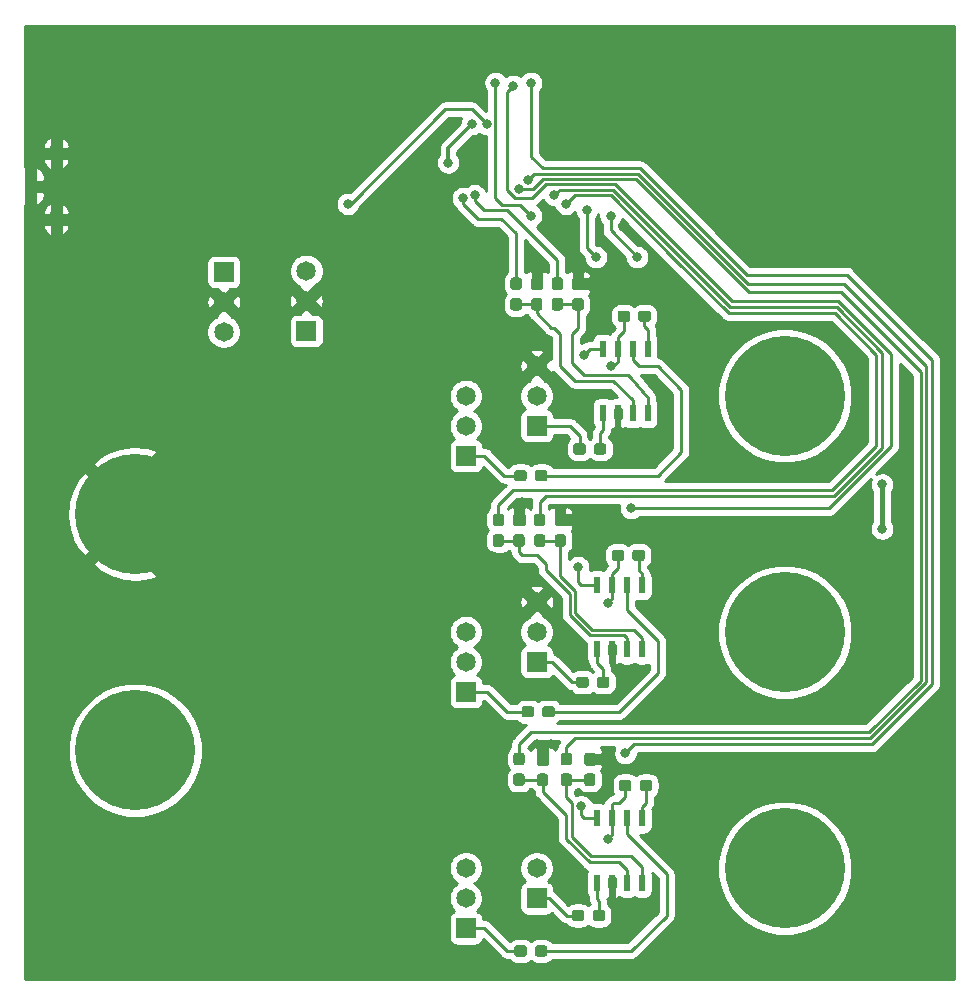
<source format=gbr>
%TF.GenerationSoftware,KiCad,Pcbnew,5.1.5+dfsg1-2build2*%
%TF.CreationDate,2020-12-26T23:47:44-08:00*%
%TF.ProjectId,motorcontroller,6d6f746f-7263-46f6-9e74-726f6c6c6572,rev?*%
%TF.SameCoordinates,Original*%
%TF.FileFunction,Copper,L2,Bot*%
%TF.FilePolarity,Positive*%
%FSLAX46Y46*%
G04 Gerber Fmt 4.6, Leading zero omitted, Abs format (unit mm)*
G04 Created by KiCad (PCBNEW 5.1.5+dfsg1-2build2) date 2020-12-26 23:47:44*
%MOMM*%
%LPD*%
G04 APERTURE LIST*
%ADD10R,1.651000X1.651000*%
%ADD11C,1.651000*%
%ADD12R,0.532600X1.454899*%
%ADD13C,0.100000*%
%ADD14C,10.160000*%
%ADD15O,1.100000X2.200000*%
%ADD16O,1.100000X1.800000*%
%ADD17C,0.800000*%
%ADD18C,5.000000*%
%ADD19C,0.250000*%
%ADD20C,0.400000*%
%ADD21C,0.300000*%
%ADD22C,0.254000*%
G04 APERTURE END LIST*
D10*
X94000000Y-102540000D03*
D11*
X94000000Y-100000000D03*
X94000000Y-97460000D03*
D10*
X88000000Y-105080000D03*
D11*
X88000000Y-102540000D03*
X88000000Y-100000000D03*
D12*
X103405000Y-96028652D03*
X102135000Y-96028652D03*
X100865000Y-96028652D03*
X99595000Y-96028652D03*
X99595000Y-101471348D03*
X100865000Y-101471348D03*
X102135000Y-101471348D03*
X103405000Y-101471348D03*
D10*
X94000000Y-122540000D03*
D11*
X94000000Y-120000000D03*
X94000000Y-117460000D03*
D10*
X88000000Y-125080000D03*
D11*
X88000000Y-122540000D03*
X88000000Y-120000000D03*
D12*
X102905000Y-116028652D03*
X101635000Y-116028652D03*
X100365000Y-116028652D03*
X99095000Y-116028652D03*
X99095000Y-121471348D03*
X100365000Y-121471348D03*
X101635000Y-121471348D03*
X102905000Y-121471348D03*
D10*
X94000000Y-142540000D03*
D11*
X94000000Y-140000000D03*
X94000000Y-137460000D03*
D10*
X88000000Y-145080000D03*
D11*
X88000000Y-142540000D03*
X88000000Y-140000000D03*
D12*
X102905000Y-135778652D03*
X101635000Y-135778652D03*
X100365000Y-135778652D03*
X99095000Y-135778652D03*
X99095000Y-141221348D03*
X100365000Y-141221348D03*
X101635000Y-141221348D03*
X102905000Y-141221348D03*
D11*
X74500000Y-89420000D03*
X74500000Y-91960000D03*
D10*
X74500000Y-94500000D03*
D11*
X67500000Y-94580000D03*
X67500000Y-92040000D03*
D10*
X67500000Y-89500000D03*
%TA.AperFunction,SMDPad,CuDef*%
D13*
G36*
X99685779Y-104026144D02*
G01*
X99708834Y-104029563D01*
X99731443Y-104035227D01*
X99753387Y-104043079D01*
X99774457Y-104053044D01*
X99794448Y-104065026D01*
X99813168Y-104078910D01*
X99830438Y-104094562D01*
X99846090Y-104111832D01*
X99859974Y-104130552D01*
X99871956Y-104150543D01*
X99881921Y-104171613D01*
X99889773Y-104193557D01*
X99895437Y-104216166D01*
X99898856Y-104239221D01*
X99900000Y-104262500D01*
X99900000Y-104737500D01*
X99898856Y-104760779D01*
X99895437Y-104783834D01*
X99889773Y-104806443D01*
X99881921Y-104828387D01*
X99871956Y-104849457D01*
X99859974Y-104869448D01*
X99846090Y-104888168D01*
X99830438Y-104905438D01*
X99813168Y-104921090D01*
X99794448Y-104934974D01*
X99774457Y-104946956D01*
X99753387Y-104956921D01*
X99731443Y-104964773D01*
X99708834Y-104970437D01*
X99685779Y-104973856D01*
X99662500Y-104975000D01*
X99087500Y-104975000D01*
X99064221Y-104973856D01*
X99041166Y-104970437D01*
X99018557Y-104964773D01*
X98996613Y-104956921D01*
X98975543Y-104946956D01*
X98955552Y-104934974D01*
X98936832Y-104921090D01*
X98919562Y-104905438D01*
X98903910Y-104888168D01*
X98890026Y-104869448D01*
X98878044Y-104849457D01*
X98868079Y-104828387D01*
X98860227Y-104806443D01*
X98854563Y-104783834D01*
X98851144Y-104760779D01*
X98850000Y-104737500D01*
X98850000Y-104262500D01*
X98851144Y-104239221D01*
X98854563Y-104216166D01*
X98860227Y-104193557D01*
X98868079Y-104171613D01*
X98878044Y-104150543D01*
X98890026Y-104130552D01*
X98903910Y-104111832D01*
X98919562Y-104094562D01*
X98936832Y-104078910D01*
X98955552Y-104065026D01*
X98975543Y-104053044D01*
X98996613Y-104043079D01*
X99018557Y-104035227D01*
X99041166Y-104029563D01*
X99064221Y-104026144D01*
X99087500Y-104025000D01*
X99662500Y-104025000D01*
X99685779Y-104026144D01*
G37*
%TD.AperFunction*%
%TA.AperFunction,SMDPad,CuDef*%
G36*
X97935779Y-104026144D02*
G01*
X97958834Y-104029563D01*
X97981443Y-104035227D01*
X98003387Y-104043079D01*
X98024457Y-104053044D01*
X98044448Y-104065026D01*
X98063168Y-104078910D01*
X98080438Y-104094562D01*
X98096090Y-104111832D01*
X98109974Y-104130552D01*
X98121956Y-104150543D01*
X98131921Y-104171613D01*
X98139773Y-104193557D01*
X98145437Y-104216166D01*
X98148856Y-104239221D01*
X98150000Y-104262500D01*
X98150000Y-104737500D01*
X98148856Y-104760779D01*
X98145437Y-104783834D01*
X98139773Y-104806443D01*
X98131921Y-104828387D01*
X98121956Y-104849457D01*
X98109974Y-104869448D01*
X98096090Y-104888168D01*
X98080438Y-104905438D01*
X98063168Y-104921090D01*
X98044448Y-104934974D01*
X98024457Y-104946956D01*
X98003387Y-104956921D01*
X97981443Y-104964773D01*
X97958834Y-104970437D01*
X97935779Y-104973856D01*
X97912500Y-104975000D01*
X97337500Y-104975000D01*
X97314221Y-104973856D01*
X97291166Y-104970437D01*
X97268557Y-104964773D01*
X97246613Y-104956921D01*
X97225543Y-104946956D01*
X97205552Y-104934974D01*
X97186832Y-104921090D01*
X97169562Y-104905438D01*
X97153910Y-104888168D01*
X97140026Y-104869448D01*
X97128044Y-104849457D01*
X97118079Y-104828387D01*
X97110227Y-104806443D01*
X97104563Y-104783834D01*
X97101144Y-104760779D01*
X97100000Y-104737500D01*
X97100000Y-104262500D01*
X97101144Y-104239221D01*
X97104563Y-104216166D01*
X97110227Y-104193557D01*
X97118079Y-104171613D01*
X97128044Y-104150543D01*
X97140026Y-104130552D01*
X97153910Y-104111832D01*
X97169562Y-104094562D01*
X97186832Y-104078910D01*
X97205552Y-104065026D01*
X97225543Y-104053044D01*
X97246613Y-104043079D01*
X97268557Y-104035227D01*
X97291166Y-104029563D01*
X97314221Y-104026144D01*
X97337500Y-104025000D01*
X97912500Y-104025000D01*
X97935779Y-104026144D01*
G37*
%TD.AperFunction*%
%TA.AperFunction,SMDPad,CuDef*%
G36*
X94685779Y-106276144D02*
G01*
X94708834Y-106279563D01*
X94731443Y-106285227D01*
X94753387Y-106293079D01*
X94774457Y-106303044D01*
X94794448Y-106315026D01*
X94813168Y-106328910D01*
X94830438Y-106344562D01*
X94846090Y-106361832D01*
X94859974Y-106380552D01*
X94871956Y-106400543D01*
X94881921Y-106421613D01*
X94889773Y-106443557D01*
X94895437Y-106466166D01*
X94898856Y-106489221D01*
X94900000Y-106512500D01*
X94900000Y-106987500D01*
X94898856Y-107010779D01*
X94895437Y-107033834D01*
X94889773Y-107056443D01*
X94881921Y-107078387D01*
X94871956Y-107099457D01*
X94859974Y-107119448D01*
X94846090Y-107138168D01*
X94830438Y-107155438D01*
X94813168Y-107171090D01*
X94794448Y-107184974D01*
X94774457Y-107196956D01*
X94753387Y-107206921D01*
X94731443Y-107214773D01*
X94708834Y-107220437D01*
X94685779Y-107223856D01*
X94662500Y-107225000D01*
X94087500Y-107225000D01*
X94064221Y-107223856D01*
X94041166Y-107220437D01*
X94018557Y-107214773D01*
X93996613Y-107206921D01*
X93975543Y-107196956D01*
X93955552Y-107184974D01*
X93936832Y-107171090D01*
X93919562Y-107155438D01*
X93903910Y-107138168D01*
X93890026Y-107119448D01*
X93878044Y-107099457D01*
X93868079Y-107078387D01*
X93860227Y-107056443D01*
X93854563Y-107033834D01*
X93851144Y-107010779D01*
X93850000Y-106987500D01*
X93850000Y-106512500D01*
X93851144Y-106489221D01*
X93854563Y-106466166D01*
X93860227Y-106443557D01*
X93868079Y-106421613D01*
X93878044Y-106400543D01*
X93890026Y-106380552D01*
X93903910Y-106361832D01*
X93919562Y-106344562D01*
X93936832Y-106328910D01*
X93955552Y-106315026D01*
X93975543Y-106303044D01*
X93996613Y-106293079D01*
X94018557Y-106285227D01*
X94041166Y-106279563D01*
X94064221Y-106276144D01*
X94087500Y-106275000D01*
X94662500Y-106275000D01*
X94685779Y-106276144D01*
G37*
%TD.AperFunction*%
%TA.AperFunction,SMDPad,CuDef*%
G36*
X92935779Y-106276144D02*
G01*
X92958834Y-106279563D01*
X92981443Y-106285227D01*
X93003387Y-106293079D01*
X93024457Y-106303044D01*
X93044448Y-106315026D01*
X93063168Y-106328910D01*
X93080438Y-106344562D01*
X93096090Y-106361832D01*
X93109974Y-106380552D01*
X93121956Y-106400543D01*
X93131921Y-106421613D01*
X93139773Y-106443557D01*
X93145437Y-106466166D01*
X93148856Y-106489221D01*
X93150000Y-106512500D01*
X93150000Y-106987500D01*
X93148856Y-107010779D01*
X93145437Y-107033834D01*
X93139773Y-107056443D01*
X93131921Y-107078387D01*
X93121956Y-107099457D01*
X93109974Y-107119448D01*
X93096090Y-107138168D01*
X93080438Y-107155438D01*
X93063168Y-107171090D01*
X93044448Y-107184974D01*
X93024457Y-107196956D01*
X93003387Y-107206921D01*
X92981443Y-107214773D01*
X92958834Y-107220437D01*
X92935779Y-107223856D01*
X92912500Y-107225000D01*
X92337500Y-107225000D01*
X92314221Y-107223856D01*
X92291166Y-107220437D01*
X92268557Y-107214773D01*
X92246613Y-107206921D01*
X92225543Y-107196956D01*
X92205552Y-107184974D01*
X92186832Y-107171090D01*
X92169562Y-107155438D01*
X92153910Y-107138168D01*
X92140026Y-107119448D01*
X92128044Y-107099457D01*
X92118079Y-107078387D01*
X92110227Y-107056443D01*
X92104563Y-107033834D01*
X92101144Y-107010779D01*
X92100000Y-106987500D01*
X92100000Y-106512500D01*
X92101144Y-106489221D01*
X92104563Y-106466166D01*
X92110227Y-106443557D01*
X92118079Y-106421613D01*
X92128044Y-106400543D01*
X92140026Y-106380552D01*
X92153910Y-106361832D01*
X92169562Y-106344562D01*
X92186832Y-106328910D01*
X92205552Y-106315026D01*
X92225543Y-106303044D01*
X92246613Y-106293079D01*
X92268557Y-106285227D01*
X92291166Y-106279563D01*
X92314221Y-106276144D01*
X92337500Y-106275000D01*
X92912500Y-106275000D01*
X92935779Y-106276144D01*
G37*
%TD.AperFunction*%
%TA.AperFunction,SMDPad,CuDef*%
G36*
X96010779Y-89976144D02*
G01*
X96033834Y-89979563D01*
X96056443Y-89985227D01*
X96078387Y-89993079D01*
X96099457Y-90003044D01*
X96119448Y-90015026D01*
X96138168Y-90028910D01*
X96155438Y-90044562D01*
X96171090Y-90061832D01*
X96184974Y-90080552D01*
X96196956Y-90100543D01*
X96206921Y-90121613D01*
X96214773Y-90143557D01*
X96220437Y-90166166D01*
X96223856Y-90189221D01*
X96225000Y-90212500D01*
X96225000Y-90787500D01*
X96223856Y-90810779D01*
X96220437Y-90833834D01*
X96214773Y-90856443D01*
X96206921Y-90878387D01*
X96196956Y-90899457D01*
X96184974Y-90919448D01*
X96171090Y-90938168D01*
X96155438Y-90955438D01*
X96138168Y-90971090D01*
X96119448Y-90984974D01*
X96099457Y-90996956D01*
X96078387Y-91006921D01*
X96056443Y-91014773D01*
X96033834Y-91020437D01*
X96010779Y-91023856D01*
X95987500Y-91025000D01*
X95512500Y-91025000D01*
X95489221Y-91023856D01*
X95466166Y-91020437D01*
X95443557Y-91014773D01*
X95421613Y-91006921D01*
X95400543Y-90996956D01*
X95380552Y-90984974D01*
X95361832Y-90971090D01*
X95344562Y-90955438D01*
X95328910Y-90938168D01*
X95315026Y-90919448D01*
X95303044Y-90899457D01*
X95293079Y-90878387D01*
X95285227Y-90856443D01*
X95279563Y-90833834D01*
X95276144Y-90810779D01*
X95275000Y-90787500D01*
X95275000Y-90212500D01*
X95276144Y-90189221D01*
X95279563Y-90166166D01*
X95285227Y-90143557D01*
X95293079Y-90121613D01*
X95303044Y-90100543D01*
X95315026Y-90080552D01*
X95328910Y-90061832D01*
X95344562Y-90044562D01*
X95361832Y-90028910D01*
X95380552Y-90015026D01*
X95400543Y-90003044D01*
X95421613Y-89993079D01*
X95443557Y-89985227D01*
X95466166Y-89979563D01*
X95489221Y-89976144D01*
X95512500Y-89975000D01*
X95987500Y-89975000D01*
X96010779Y-89976144D01*
G37*
%TD.AperFunction*%
%TA.AperFunction,SMDPad,CuDef*%
G36*
X96010779Y-91726144D02*
G01*
X96033834Y-91729563D01*
X96056443Y-91735227D01*
X96078387Y-91743079D01*
X96099457Y-91753044D01*
X96119448Y-91765026D01*
X96138168Y-91778910D01*
X96155438Y-91794562D01*
X96171090Y-91811832D01*
X96184974Y-91830552D01*
X96196956Y-91850543D01*
X96206921Y-91871613D01*
X96214773Y-91893557D01*
X96220437Y-91916166D01*
X96223856Y-91939221D01*
X96225000Y-91962500D01*
X96225000Y-92537500D01*
X96223856Y-92560779D01*
X96220437Y-92583834D01*
X96214773Y-92606443D01*
X96206921Y-92628387D01*
X96196956Y-92649457D01*
X96184974Y-92669448D01*
X96171090Y-92688168D01*
X96155438Y-92705438D01*
X96138168Y-92721090D01*
X96119448Y-92734974D01*
X96099457Y-92746956D01*
X96078387Y-92756921D01*
X96056443Y-92764773D01*
X96033834Y-92770437D01*
X96010779Y-92773856D01*
X95987500Y-92775000D01*
X95512500Y-92775000D01*
X95489221Y-92773856D01*
X95466166Y-92770437D01*
X95443557Y-92764773D01*
X95421613Y-92756921D01*
X95400543Y-92746956D01*
X95380552Y-92734974D01*
X95361832Y-92721090D01*
X95344562Y-92705438D01*
X95328910Y-92688168D01*
X95315026Y-92669448D01*
X95303044Y-92649457D01*
X95293079Y-92628387D01*
X95285227Y-92606443D01*
X95279563Y-92583834D01*
X95276144Y-92560779D01*
X95275000Y-92537500D01*
X95275000Y-91962500D01*
X95276144Y-91939221D01*
X95279563Y-91916166D01*
X95285227Y-91893557D01*
X95293079Y-91871613D01*
X95303044Y-91850543D01*
X95315026Y-91830552D01*
X95328910Y-91811832D01*
X95344562Y-91794562D01*
X95361832Y-91778910D01*
X95380552Y-91765026D01*
X95400543Y-91753044D01*
X95421613Y-91743079D01*
X95443557Y-91735227D01*
X95466166Y-91729563D01*
X95489221Y-91726144D01*
X95512500Y-91725000D01*
X95987500Y-91725000D01*
X96010779Y-91726144D01*
G37*
%TD.AperFunction*%
%TA.AperFunction,SMDPad,CuDef*%
G36*
X92510779Y-91726144D02*
G01*
X92533834Y-91729563D01*
X92556443Y-91735227D01*
X92578387Y-91743079D01*
X92599457Y-91753044D01*
X92619448Y-91765026D01*
X92638168Y-91778910D01*
X92655438Y-91794562D01*
X92671090Y-91811832D01*
X92684974Y-91830552D01*
X92696956Y-91850543D01*
X92706921Y-91871613D01*
X92714773Y-91893557D01*
X92720437Y-91916166D01*
X92723856Y-91939221D01*
X92725000Y-91962500D01*
X92725000Y-92537500D01*
X92723856Y-92560779D01*
X92720437Y-92583834D01*
X92714773Y-92606443D01*
X92706921Y-92628387D01*
X92696956Y-92649457D01*
X92684974Y-92669448D01*
X92671090Y-92688168D01*
X92655438Y-92705438D01*
X92638168Y-92721090D01*
X92619448Y-92734974D01*
X92599457Y-92746956D01*
X92578387Y-92756921D01*
X92556443Y-92764773D01*
X92533834Y-92770437D01*
X92510779Y-92773856D01*
X92487500Y-92775000D01*
X92012500Y-92775000D01*
X91989221Y-92773856D01*
X91966166Y-92770437D01*
X91943557Y-92764773D01*
X91921613Y-92756921D01*
X91900543Y-92746956D01*
X91880552Y-92734974D01*
X91861832Y-92721090D01*
X91844562Y-92705438D01*
X91828910Y-92688168D01*
X91815026Y-92669448D01*
X91803044Y-92649457D01*
X91793079Y-92628387D01*
X91785227Y-92606443D01*
X91779563Y-92583834D01*
X91776144Y-92560779D01*
X91775000Y-92537500D01*
X91775000Y-91962500D01*
X91776144Y-91939221D01*
X91779563Y-91916166D01*
X91785227Y-91893557D01*
X91793079Y-91871613D01*
X91803044Y-91850543D01*
X91815026Y-91830552D01*
X91828910Y-91811832D01*
X91844562Y-91794562D01*
X91861832Y-91778910D01*
X91880552Y-91765026D01*
X91900543Y-91753044D01*
X91921613Y-91743079D01*
X91943557Y-91735227D01*
X91966166Y-91729563D01*
X91989221Y-91726144D01*
X92012500Y-91725000D01*
X92487500Y-91725000D01*
X92510779Y-91726144D01*
G37*
%TD.AperFunction*%
%TA.AperFunction,SMDPad,CuDef*%
G36*
X92510779Y-89976144D02*
G01*
X92533834Y-89979563D01*
X92556443Y-89985227D01*
X92578387Y-89993079D01*
X92599457Y-90003044D01*
X92619448Y-90015026D01*
X92638168Y-90028910D01*
X92655438Y-90044562D01*
X92671090Y-90061832D01*
X92684974Y-90080552D01*
X92696956Y-90100543D01*
X92706921Y-90121613D01*
X92714773Y-90143557D01*
X92720437Y-90166166D01*
X92723856Y-90189221D01*
X92725000Y-90212500D01*
X92725000Y-90787500D01*
X92723856Y-90810779D01*
X92720437Y-90833834D01*
X92714773Y-90856443D01*
X92706921Y-90878387D01*
X92696956Y-90899457D01*
X92684974Y-90919448D01*
X92671090Y-90938168D01*
X92655438Y-90955438D01*
X92638168Y-90971090D01*
X92619448Y-90984974D01*
X92599457Y-90996956D01*
X92578387Y-91006921D01*
X92556443Y-91014773D01*
X92533834Y-91020437D01*
X92510779Y-91023856D01*
X92487500Y-91025000D01*
X92012500Y-91025000D01*
X91989221Y-91023856D01*
X91966166Y-91020437D01*
X91943557Y-91014773D01*
X91921613Y-91006921D01*
X91900543Y-90996956D01*
X91880552Y-90984974D01*
X91861832Y-90971090D01*
X91844562Y-90955438D01*
X91828910Y-90938168D01*
X91815026Y-90919448D01*
X91803044Y-90899457D01*
X91793079Y-90878387D01*
X91785227Y-90856443D01*
X91779563Y-90833834D01*
X91776144Y-90810779D01*
X91775000Y-90787500D01*
X91775000Y-90212500D01*
X91776144Y-90189221D01*
X91779563Y-90166166D01*
X91785227Y-90143557D01*
X91793079Y-90121613D01*
X91803044Y-90100543D01*
X91815026Y-90080552D01*
X91828910Y-90061832D01*
X91844562Y-90044562D01*
X91861832Y-90028910D01*
X91880552Y-90015026D01*
X91900543Y-90003044D01*
X91921613Y-89993079D01*
X91943557Y-89985227D01*
X91966166Y-89979563D01*
X91989221Y-89976144D01*
X92012500Y-89975000D01*
X92487500Y-89975000D01*
X92510779Y-89976144D01*
G37*
%TD.AperFunction*%
%TA.AperFunction,SMDPad,CuDef*%
G36*
X99935779Y-123776144D02*
G01*
X99958834Y-123779563D01*
X99981443Y-123785227D01*
X100003387Y-123793079D01*
X100024457Y-123803044D01*
X100044448Y-123815026D01*
X100063168Y-123828910D01*
X100080438Y-123844562D01*
X100096090Y-123861832D01*
X100109974Y-123880552D01*
X100121956Y-123900543D01*
X100131921Y-123921613D01*
X100139773Y-123943557D01*
X100145437Y-123966166D01*
X100148856Y-123989221D01*
X100150000Y-124012500D01*
X100150000Y-124487500D01*
X100148856Y-124510779D01*
X100145437Y-124533834D01*
X100139773Y-124556443D01*
X100131921Y-124578387D01*
X100121956Y-124599457D01*
X100109974Y-124619448D01*
X100096090Y-124638168D01*
X100080438Y-124655438D01*
X100063168Y-124671090D01*
X100044448Y-124684974D01*
X100024457Y-124696956D01*
X100003387Y-124706921D01*
X99981443Y-124714773D01*
X99958834Y-124720437D01*
X99935779Y-124723856D01*
X99912500Y-124725000D01*
X99337500Y-124725000D01*
X99314221Y-124723856D01*
X99291166Y-124720437D01*
X99268557Y-124714773D01*
X99246613Y-124706921D01*
X99225543Y-124696956D01*
X99205552Y-124684974D01*
X99186832Y-124671090D01*
X99169562Y-124655438D01*
X99153910Y-124638168D01*
X99140026Y-124619448D01*
X99128044Y-124599457D01*
X99118079Y-124578387D01*
X99110227Y-124556443D01*
X99104563Y-124533834D01*
X99101144Y-124510779D01*
X99100000Y-124487500D01*
X99100000Y-124012500D01*
X99101144Y-123989221D01*
X99104563Y-123966166D01*
X99110227Y-123943557D01*
X99118079Y-123921613D01*
X99128044Y-123900543D01*
X99140026Y-123880552D01*
X99153910Y-123861832D01*
X99169562Y-123844562D01*
X99186832Y-123828910D01*
X99205552Y-123815026D01*
X99225543Y-123803044D01*
X99246613Y-123793079D01*
X99268557Y-123785227D01*
X99291166Y-123779563D01*
X99314221Y-123776144D01*
X99337500Y-123775000D01*
X99912500Y-123775000D01*
X99935779Y-123776144D01*
G37*
%TD.AperFunction*%
%TA.AperFunction,SMDPad,CuDef*%
G36*
X98185779Y-123776144D02*
G01*
X98208834Y-123779563D01*
X98231443Y-123785227D01*
X98253387Y-123793079D01*
X98274457Y-123803044D01*
X98294448Y-123815026D01*
X98313168Y-123828910D01*
X98330438Y-123844562D01*
X98346090Y-123861832D01*
X98359974Y-123880552D01*
X98371956Y-123900543D01*
X98381921Y-123921613D01*
X98389773Y-123943557D01*
X98395437Y-123966166D01*
X98398856Y-123989221D01*
X98400000Y-124012500D01*
X98400000Y-124487500D01*
X98398856Y-124510779D01*
X98395437Y-124533834D01*
X98389773Y-124556443D01*
X98381921Y-124578387D01*
X98371956Y-124599457D01*
X98359974Y-124619448D01*
X98346090Y-124638168D01*
X98330438Y-124655438D01*
X98313168Y-124671090D01*
X98294448Y-124684974D01*
X98274457Y-124696956D01*
X98253387Y-124706921D01*
X98231443Y-124714773D01*
X98208834Y-124720437D01*
X98185779Y-124723856D01*
X98162500Y-124725000D01*
X97587500Y-124725000D01*
X97564221Y-124723856D01*
X97541166Y-124720437D01*
X97518557Y-124714773D01*
X97496613Y-124706921D01*
X97475543Y-124696956D01*
X97455552Y-124684974D01*
X97436832Y-124671090D01*
X97419562Y-124655438D01*
X97403910Y-124638168D01*
X97390026Y-124619448D01*
X97378044Y-124599457D01*
X97368079Y-124578387D01*
X97360227Y-124556443D01*
X97354563Y-124533834D01*
X97351144Y-124510779D01*
X97350000Y-124487500D01*
X97350000Y-124012500D01*
X97351144Y-123989221D01*
X97354563Y-123966166D01*
X97360227Y-123943557D01*
X97368079Y-123921613D01*
X97378044Y-123900543D01*
X97390026Y-123880552D01*
X97403910Y-123861832D01*
X97419562Y-123844562D01*
X97436832Y-123828910D01*
X97455552Y-123815026D01*
X97475543Y-123803044D01*
X97496613Y-123793079D01*
X97518557Y-123785227D01*
X97541166Y-123779563D01*
X97564221Y-123776144D01*
X97587500Y-123775000D01*
X98162500Y-123775000D01*
X98185779Y-123776144D01*
G37*
%TD.AperFunction*%
%TA.AperFunction,SMDPad,CuDef*%
G36*
X95310779Y-126276144D02*
G01*
X95333834Y-126279563D01*
X95356443Y-126285227D01*
X95378387Y-126293079D01*
X95399457Y-126303044D01*
X95419448Y-126315026D01*
X95438168Y-126328910D01*
X95455438Y-126344562D01*
X95471090Y-126361832D01*
X95484974Y-126380552D01*
X95496956Y-126400543D01*
X95506921Y-126421613D01*
X95514773Y-126443557D01*
X95520437Y-126466166D01*
X95523856Y-126489221D01*
X95525000Y-126512500D01*
X95525000Y-126987500D01*
X95523856Y-127010779D01*
X95520437Y-127033834D01*
X95514773Y-127056443D01*
X95506921Y-127078387D01*
X95496956Y-127099457D01*
X95484974Y-127119448D01*
X95471090Y-127138168D01*
X95455438Y-127155438D01*
X95438168Y-127171090D01*
X95419448Y-127184974D01*
X95399457Y-127196956D01*
X95378387Y-127206921D01*
X95356443Y-127214773D01*
X95333834Y-127220437D01*
X95310779Y-127223856D01*
X95287500Y-127225000D01*
X94712500Y-127225000D01*
X94689221Y-127223856D01*
X94666166Y-127220437D01*
X94643557Y-127214773D01*
X94621613Y-127206921D01*
X94600543Y-127196956D01*
X94580552Y-127184974D01*
X94561832Y-127171090D01*
X94544562Y-127155438D01*
X94528910Y-127138168D01*
X94515026Y-127119448D01*
X94503044Y-127099457D01*
X94493079Y-127078387D01*
X94485227Y-127056443D01*
X94479563Y-127033834D01*
X94476144Y-127010779D01*
X94475000Y-126987500D01*
X94475000Y-126512500D01*
X94476144Y-126489221D01*
X94479563Y-126466166D01*
X94485227Y-126443557D01*
X94493079Y-126421613D01*
X94503044Y-126400543D01*
X94515026Y-126380552D01*
X94528910Y-126361832D01*
X94544562Y-126344562D01*
X94561832Y-126328910D01*
X94580552Y-126315026D01*
X94600543Y-126303044D01*
X94621613Y-126293079D01*
X94643557Y-126285227D01*
X94666166Y-126279563D01*
X94689221Y-126276144D01*
X94712500Y-126275000D01*
X95287500Y-126275000D01*
X95310779Y-126276144D01*
G37*
%TD.AperFunction*%
%TA.AperFunction,SMDPad,CuDef*%
G36*
X93560779Y-126276144D02*
G01*
X93583834Y-126279563D01*
X93606443Y-126285227D01*
X93628387Y-126293079D01*
X93649457Y-126303044D01*
X93669448Y-126315026D01*
X93688168Y-126328910D01*
X93705438Y-126344562D01*
X93721090Y-126361832D01*
X93734974Y-126380552D01*
X93746956Y-126400543D01*
X93756921Y-126421613D01*
X93764773Y-126443557D01*
X93770437Y-126466166D01*
X93773856Y-126489221D01*
X93775000Y-126512500D01*
X93775000Y-126987500D01*
X93773856Y-127010779D01*
X93770437Y-127033834D01*
X93764773Y-127056443D01*
X93756921Y-127078387D01*
X93746956Y-127099457D01*
X93734974Y-127119448D01*
X93721090Y-127138168D01*
X93705438Y-127155438D01*
X93688168Y-127171090D01*
X93669448Y-127184974D01*
X93649457Y-127196956D01*
X93628387Y-127206921D01*
X93606443Y-127214773D01*
X93583834Y-127220437D01*
X93560779Y-127223856D01*
X93537500Y-127225000D01*
X92962500Y-127225000D01*
X92939221Y-127223856D01*
X92916166Y-127220437D01*
X92893557Y-127214773D01*
X92871613Y-127206921D01*
X92850543Y-127196956D01*
X92830552Y-127184974D01*
X92811832Y-127171090D01*
X92794562Y-127155438D01*
X92778910Y-127138168D01*
X92765026Y-127119448D01*
X92753044Y-127099457D01*
X92743079Y-127078387D01*
X92735227Y-127056443D01*
X92729563Y-127033834D01*
X92726144Y-127010779D01*
X92725000Y-126987500D01*
X92725000Y-126512500D01*
X92726144Y-126489221D01*
X92729563Y-126466166D01*
X92735227Y-126443557D01*
X92743079Y-126421613D01*
X92753044Y-126400543D01*
X92765026Y-126380552D01*
X92778910Y-126361832D01*
X92794562Y-126344562D01*
X92811832Y-126328910D01*
X92830552Y-126315026D01*
X92850543Y-126303044D01*
X92871613Y-126293079D01*
X92893557Y-126285227D01*
X92916166Y-126279563D01*
X92939221Y-126276144D01*
X92962500Y-126275000D01*
X93537500Y-126275000D01*
X93560779Y-126276144D01*
G37*
%TD.AperFunction*%
%TA.AperFunction,SMDPad,CuDef*%
G36*
X94510779Y-109976144D02*
G01*
X94533834Y-109979563D01*
X94556443Y-109985227D01*
X94578387Y-109993079D01*
X94599457Y-110003044D01*
X94619448Y-110015026D01*
X94638168Y-110028910D01*
X94655438Y-110044562D01*
X94671090Y-110061832D01*
X94684974Y-110080552D01*
X94696956Y-110100543D01*
X94706921Y-110121613D01*
X94714773Y-110143557D01*
X94720437Y-110166166D01*
X94723856Y-110189221D01*
X94725000Y-110212500D01*
X94725000Y-110787500D01*
X94723856Y-110810779D01*
X94720437Y-110833834D01*
X94714773Y-110856443D01*
X94706921Y-110878387D01*
X94696956Y-110899457D01*
X94684974Y-110919448D01*
X94671090Y-110938168D01*
X94655438Y-110955438D01*
X94638168Y-110971090D01*
X94619448Y-110984974D01*
X94599457Y-110996956D01*
X94578387Y-111006921D01*
X94556443Y-111014773D01*
X94533834Y-111020437D01*
X94510779Y-111023856D01*
X94487500Y-111025000D01*
X94012500Y-111025000D01*
X93989221Y-111023856D01*
X93966166Y-111020437D01*
X93943557Y-111014773D01*
X93921613Y-111006921D01*
X93900543Y-110996956D01*
X93880552Y-110984974D01*
X93861832Y-110971090D01*
X93844562Y-110955438D01*
X93828910Y-110938168D01*
X93815026Y-110919448D01*
X93803044Y-110899457D01*
X93793079Y-110878387D01*
X93785227Y-110856443D01*
X93779563Y-110833834D01*
X93776144Y-110810779D01*
X93775000Y-110787500D01*
X93775000Y-110212500D01*
X93776144Y-110189221D01*
X93779563Y-110166166D01*
X93785227Y-110143557D01*
X93793079Y-110121613D01*
X93803044Y-110100543D01*
X93815026Y-110080552D01*
X93828910Y-110061832D01*
X93844562Y-110044562D01*
X93861832Y-110028910D01*
X93880552Y-110015026D01*
X93900543Y-110003044D01*
X93921613Y-109993079D01*
X93943557Y-109985227D01*
X93966166Y-109979563D01*
X93989221Y-109976144D01*
X94012500Y-109975000D01*
X94487500Y-109975000D01*
X94510779Y-109976144D01*
G37*
%TD.AperFunction*%
%TA.AperFunction,SMDPad,CuDef*%
G36*
X94510779Y-111726144D02*
G01*
X94533834Y-111729563D01*
X94556443Y-111735227D01*
X94578387Y-111743079D01*
X94599457Y-111753044D01*
X94619448Y-111765026D01*
X94638168Y-111778910D01*
X94655438Y-111794562D01*
X94671090Y-111811832D01*
X94684974Y-111830552D01*
X94696956Y-111850543D01*
X94706921Y-111871613D01*
X94714773Y-111893557D01*
X94720437Y-111916166D01*
X94723856Y-111939221D01*
X94725000Y-111962500D01*
X94725000Y-112537500D01*
X94723856Y-112560779D01*
X94720437Y-112583834D01*
X94714773Y-112606443D01*
X94706921Y-112628387D01*
X94696956Y-112649457D01*
X94684974Y-112669448D01*
X94671090Y-112688168D01*
X94655438Y-112705438D01*
X94638168Y-112721090D01*
X94619448Y-112734974D01*
X94599457Y-112746956D01*
X94578387Y-112756921D01*
X94556443Y-112764773D01*
X94533834Y-112770437D01*
X94510779Y-112773856D01*
X94487500Y-112775000D01*
X94012500Y-112775000D01*
X93989221Y-112773856D01*
X93966166Y-112770437D01*
X93943557Y-112764773D01*
X93921613Y-112756921D01*
X93900543Y-112746956D01*
X93880552Y-112734974D01*
X93861832Y-112721090D01*
X93844562Y-112705438D01*
X93828910Y-112688168D01*
X93815026Y-112669448D01*
X93803044Y-112649457D01*
X93793079Y-112628387D01*
X93785227Y-112606443D01*
X93779563Y-112583834D01*
X93776144Y-112560779D01*
X93775000Y-112537500D01*
X93775000Y-111962500D01*
X93776144Y-111939221D01*
X93779563Y-111916166D01*
X93785227Y-111893557D01*
X93793079Y-111871613D01*
X93803044Y-111850543D01*
X93815026Y-111830552D01*
X93828910Y-111811832D01*
X93844562Y-111794562D01*
X93861832Y-111778910D01*
X93880552Y-111765026D01*
X93900543Y-111753044D01*
X93921613Y-111743079D01*
X93943557Y-111735227D01*
X93966166Y-111729563D01*
X93989221Y-111726144D01*
X94012500Y-111725000D01*
X94487500Y-111725000D01*
X94510779Y-111726144D01*
G37*
%TD.AperFunction*%
%TA.AperFunction,SMDPad,CuDef*%
G36*
X91010779Y-111726144D02*
G01*
X91033834Y-111729563D01*
X91056443Y-111735227D01*
X91078387Y-111743079D01*
X91099457Y-111753044D01*
X91119448Y-111765026D01*
X91138168Y-111778910D01*
X91155438Y-111794562D01*
X91171090Y-111811832D01*
X91184974Y-111830552D01*
X91196956Y-111850543D01*
X91206921Y-111871613D01*
X91214773Y-111893557D01*
X91220437Y-111916166D01*
X91223856Y-111939221D01*
X91225000Y-111962500D01*
X91225000Y-112537500D01*
X91223856Y-112560779D01*
X91220437Y-112583834D01*
X91214773Y-112606443D01*
X91206921Y-112628387D01*
X91196956Y-112649457D01*
X91184974Y-112669448D01*
X91171090Y-112688168D01*
X91155438Y-112705438D01*
X91138168Y-112721090D01*
X91119448Y-112734974D01*
X91099457Y-112746956D01*
X91078387Y-112756921D01*
X91056443Y-112764773D01*
X91033834Y-112770437D01*
X91010779Y-112773856D01*
X90987500Y-112775000D01*
X90512500Y-112775000D01*
X90489221Y-112773856D01*
X90466166Y-112770437D01*
X90443557Y-112764773D01*
X90421613Y-112756921D01*
X90400543Y-112746956D01*
X90380552Y-112734974D01*
X90361832Y-112721090D01*
X90344562Y-112705438D01*
X90328910Y-112688168D01*
X90315026Y-112669448D01*
X90303044Y-112649457D01*
X90293079Y-112628387D01*
X90285227Y-112606443D01*
X90279563Y-112583834D01*
X90276144Y-112560779D01*
X90275000Y-112537500D01*
X90275000Y-111962500D01*
X90276144Y-111939221D01*
X90279563Y-111916166D01*
X90285227Y-111893557D01*
X90293079Y-111871613D01*
X90303044Y-111850543D01*
X90315026Y-111830552D01*
X90328910Y-111811832D01*
X90344562Y-111794562D01*
X90361832Y-111778910D01*
X90380552Y-111765026D01*
X90400543Y-111753044D01*
X90421613Y-111743079D01*
X90443557Y-111735227D01*
X90466166Y-111729563D01*
X90489221Y-111726144D01*
X90512500Y-111725000D01*
X90987500Y-111725000D01*
X91010779Y-111726144D01*
G37*
%TD.AperFunction*%
%TA.AperFunction,SMDPad,CuDef*%
G36*
X91010779Y-109976144D02*
G01*
X91033834Y-109979563D01*
X91056443Y-109985227D01*
X91078387Y-109993079D01*
X91099457Y-110003044D01*
X91119448Y-110015026D01*
X91138168Y-110028910D01*
X91155438Y-110044562D01*
X91171090Y-110061832D01*
X91184974Y-110080552D01*
X91196956Y-110100543D01*
X91206921Y-110121613D01*
X91214773Y-110143557D01*
X91220437Y-110166166D01*
X91223856Y-110189221D01*
X91225000Y-110212500D01*
X91225000Y-110787500D01*
X91223856Y-110810779D01*
X91220437Y-110833834D01*
X91214773Y-110856443D01*
X91206921Y-110878387D01*
X91196956Y-110899457D01*
X91184974Y-110919448D01*
X91171090Y-110938168D01*
X91155438Y-110955438D01*
X91138168Y-110971090D01*
X91119448Y-110984974D01*
X91099457Y-110996956D01*
X91078387Y-111006921D01*
X91056443Y-111014773D01*
X91033834Y-111020437D01*
X91010779Y-111023856D01*
X90987500Y-111025000D01*
X90512500Y-111025000D01*
X90489221Y-111023856D01*
X90466166Y-111020437D01*
X90443557Y-111014773D01*
X90421613Y-111006921D01*
X90400543Y-110996956D01*
X90380552Y-110984974D01*
X90361832Y-110971090D01*
X90344562Y-110955438D01*
X90328910Y-110938168D01*
X90315026Y-110919448D01*
X90303044Y-110899457D01*
X90293079Y-110878387D01*
X90285227Y-110856443D01*
X90279563Y-110833834D01*
X90276144Y-110810779D01*
X90275000Y-110787500D01*
X90275000Y-110212500D01*
X90276144Y-110189221D01*
X90279563Y-110166166D01*
X90285227Y-110143557D01*
X90293079Y-110121613D01*
X90303044Y-110100543D01*
X90315026Y-110080552D01*
X90328910Y-110061832D01*
X90344562Y-110044562D01*
X90361832Y-110028910D01*
X90380552Y-110015026D01*
X90400543Y-110003044D01*
X90421613Y-109993079D01*
X90443557Y-109985227D01*
X90466166Y-109979563D01*
X90489221Y-109976144D01*
X90512500Y-109975000D01*
X90987500Y-109975000D01*
X91010779Y-109976144D01*
G37*
%TD.AperFunction*%
%TA.AperFunction,SMDPad,CuDef*%
G36*
X99560779Y-143526144D02*
G01*
X99583834Y-143529563D01*
X99606443Y-143535227D01*
X99628387Y-143543079D01*
X99649457Y-143553044D01*
X99669448Y-143565026D01*
X99688168Y-143578910D01*
X99705438Y-143594562D01*
X99721090Y-143611832D01*
X99734974Y-143630552D01*
X99746956Y-143650543D01*
X99756921Y-143671613D01*
X99764773Y-143693557D01*
X99770437Y-143716166D01*
X99773856Y-143739221D01*
X99775000Y-143762500D01*
X99775000Y-144237500D01*
X99773856Y-144260779D01*
X99770437Y-144283834D01*
X99764773Y-144306443D01*
X99756921Y-144328387D01*
X99746956Y-144349457D01*
X99734974Y-144369448D01*
X99721090Y-144388168D01*
X99705438Y-144405438D01*
X99688168Y-144421090D01*
X99669448Y-144434974D01*
X99649457Y-144446956D01*
X99628387Y-144456921D01*
X99606443Y-144464773D01*
X99583834Y-144470437D01*
X99560779Y-144473856D01*
X99537500Y-144475000D01*
X98962500Y-144475000D01*
X98939221Y-144473856D01*
X98916166Y-144470437D01*
X98893557Y-144464773D01*
X98871613Y-144456921D01*
X98850543Y-144446956D01*
X98830552Y-144434974D01*
X98811832Y-144421090D01*
X98794562Y-144405438D01*
X98778910Y-144388168D01*
X98765026Y-144369448D01*
X98753044Y-144349457D01*
X98743079Y-144328387D01*
X98735227Y-144306443D01*
X98729563Y-144283834D01*
X98726144Y-144260779D01*
X98725000Y-144237500D01*
X98725000Y-143762500D01*
X98726144Y-143739221D01*
X98729563Y-143716166D01*
X98735227Y-143693557D01*
X98743079Y-143671613D01*
X98753044Y-143650543D01*
X98765026Y-143630552D01*
X98778910Y-143611832D01*
X98794562Y-143594562D01*
X98811832Y-143578910D01*
X98830552Y-143565026D01*
X98850543Y-143553044D01*
X98871613Y-143543079D01*
X98893557Y-143535227D01*
X98916166Y-143529563D01*
X98939221Y-143526144D01*
X98962500Y-143525000D01*
X99537500Y-143525000D01*
X99560779Y-143526144D01*
G37*
%TD.AperFunction*%
%TA.AperFunction,SMDPad,CuDef*%
G36*
X97810779Y-143526144D02*
G01*
X97833834Y-143529563D01*
X97856443Y-143535227D01*
X97878387Y-143543079D01*
X97899457Y-143553044D01*
X97919448Y-143565026D01*
X97938168Y-143578910D01*
X97955438Y-143594562D01*
X97971090Y-143611832D01*
X97984974Y-143630552D01*
X97996956Y-143650543D01*
X98006921Y-143671613D01*
X98014773Y-143693557D01*
X98020437Y-143716166D01*
X98023856Y-143739221D01*
X98025000Y-143762500D01*
X98025000Y-144237500D01*
X98023856Y-144260779D01*
X98020437Y-144283834D01*
X98014773Y-144306443D01*
X98006921Y-144328387D01*
X97996956Y-144349457D01*
X97984974Y-144369448D01*
X97971090Y-144388168D01*
X97955438Y-144405438D01*
X97938168Y-144421090D01*
X97919448Y-144434974D01*
X97899457Y-144446956D01*
X97878387Y-144456921D01*
X97856443Y-144464773D01*
X97833834Y-144470437D01*
X97810779Y-144473856D01*
X97787500Y-144475000D01*
X97212500Y-144475000D01*
X97189221Y-144473856D01*
X97166166Y-144470437D01*
X97143557Y-144464773D01*
X97121613Y-144456921D01*
X97100543Y-144446956D01*
X97080552Y-144434974D01*
X97061832Y-144421090D01*
X97044562Y-144405438D01*
X97028910Y-144388168D01*
X97015026Y-144369448D01*
X97003044Y-144349457D01*
X96993079Y-144328387D01*
X96985227Y-144306443D01*
X96979563Y-144283834D01*
X96976144Y-144260779D01*
X96975000Y-144237500D01*
X96975000Y-143762500D01*
X96976144Y-143739221D01*
X96979563Y-143716166D01*
X96985227Y-143693557D01*
X96993079Y-143671613D01*
X97003044Y-143650543D01*
X97015026Y-143630552D01*
X97028910Y-143611832D01*
X97044562Y-143594562D01*
X97061832Y-143578910D01*
X97080552Y-143565026D01*
X97100543Y-143553044D01*
X97121613Y-143543079D01*
X97143557Y-143535227D01*
X97166166Y-143529563D01*
X97189221Y-143526144D01*
X97212500Y-143525000D01*
X97787500Y-143525000D01*
X97810779Y-143526144D01*
G37*
%TD.AperFunction*%
%TA.AperFunction,SMDPad,CuDef*%
G36*
X94685779Y-146526144D02*
G01*
X94708834Y-146529563D01*
X94731443Y-146535227D01*
X94753387Y-146543079D01*
X94774457Y-146553044D01*
X94794448Y-146565026D01*
X94813168Y-146578910D01*
X94830438Y-146594562D01*
X94846090Y-146611832D01*
X94859974Y-146630552D01*
X94871956Y-146650543D01*
X94881921Y-146671613D01*
X94889773Y-146693557D01*
X94895437Y-146716166D01*
X94898856Y-146739221D01*
X94900000Y-146762500D01*
X94900000Y-147237500D01*
X94898856Y-147260779D01*
X94895437Y-147283834D01*
X94889773Y-147306443D01*
X94881921Y-147328387D01*
X94871956Y-147349457D01*
X94859974Y-147369448D01*
X94846090Y-147388168D01*
X94830438Y-147405438D01*
X94813168Y-147421090D01*
X94794448Y-147434974D01*
X94774457Y-147446956D01*
X94753387Y-147456921D01*
X94731443Y-147464773D01*
X94708834Y-147470437D01*
X94685779Y-147473856D01*
X94662500Y-147475000D01*
X94087500Y-147475000D01*
X94064221Y-147473856D01*
X94041166Y-147470437D01*
X94018557Y-147464773D01*
X93996613Y-147456921D01*
X93975543Y-147446956D01*
X93955552Y-147434974D01*
X93936832Y-147421090D01*
X93919562Y-147405438D01*
X93903910Y-147388168D01*
X93890026Y-147369448D01*
X93878044Y-147349457D01*
X93868079Y-147328387D01*
X93860227Y-147306443D01*
X93854563Y-147283834D01*
X93851144Y-147260779D01*
X93850000Y-147237500D01*
X93850000Y-146762500D01*
X93851144Y-146739221D01*
X93854563Y-146716166D01*
X93860227Y-146693557D01*
X93868079Y-146671613D01*
X93878044Y-146650543D01*
X93890026Y-146630552D01*
X93903910Y-146611832D01*
X93919562Y-146594562D01*
X93936832Y-146578910D01*
X93955552Y-146565026D01*
X93975543Y-146553044D01*
X93996613Y-146543079D01*
X94018557Y-146535227D01*
X94041166Y-146529563D01*
X94064221Y-146526144D01*
X94087500Y-146525000D01*
X94662500Y-146525000D01*
X94685779Y-146526144D01*
G37*
%TD.AperFunction*%
%TA.AperFunction,SMDPad,CuDef*%
G36*
X92935779Y-146526144D02*
G01*
X92958834Y-146529563D01*
X92981443Y-146535227D01*
X93003387Y-146543079D01*
X93024457Y-146553044D01*
X93044448Y-146565026D01*
X93063168Y-146578910D01*
X93080438Y-146594562D01*
X93096090Y-146611832D01*
X93109974Y-146630552D01*
X93121956Y-146650543D01*
X93131921Y-146671613D01*
X93139773Y-146693557D01*
X93145437Y-146716166D01*
X93148856Y-146739221D01*
X93150000Y-146762500D01*
X93150000Y-147237500D01*
X93148856Y-147260779D01*
X93145437Y-147283834D01*
X93139773Y-147306443D01*
X93131921Y-147328387D01*
X93121956Y-147349457D01*
X93109974Y-147369448D01*
X93096090Y-147388168D01*
X93080438Y-147405438D01*
X93063168Y-147421090D01*
X93044448Y-147434974D01*
X93024457Y-147446956D01*
X93003387Y-147456921D01*
X92981443Y-147464773D01*
X92958834Y-147470437D01*
X92935779Y-147473856D01*
X92912500Y-147475000D01*
X92337500Y-147475000D01*
X92314221Y-147473856D01*
X92291166Y-147470437D01*
X92268557Y-147464773D01*
X92246613Y-147456921D01*
X92225543Y-147446956D01*
X92205552Y-147434974D01*
X92186832Y-147421090D01*
X92169562Y-147405438D01*
X92153910Y-147388168D01*
X92140026Y-147369448D01*
X92128044Y-147349457D01*
X92118079Y-147328387D01*
X92110227Y-147306443D01*
X92104563Y-147283834D01*
X92101144Y-147260779D01*
X92100000Y-147237500D01*
X92100000Y-146762500D01*
X92101144Y-146739221D01*
X92104563Y-146716166D01*
X92110227Y-146693557D01*
X92118079Y-146671613D01*
X92128044Y-146650543D01*
X92140026Y-146630552D01*
X92153910Y-146611832D01*
X92169562Y-146594562D01*
X92186832Y-146578910D01*
X92205552Y-146565026D01*
X92225543Y-146553044D01*
X92246613Y-146543079D01*
X92268557Y-146535227D01*
X92291166Y-146529563D01*
X92314221Y-146526144D01*
X92337500Y-146525000D01*
X92912500Y-146525000D01*
X92935779Y-146526144D01*
G37*
%TD.AperFunction*%
%TA.AperFunction,SMDPad,CuDef*%
G36*
X96760779Y-130226144D02*
G01*
X96783834Y-130229563D01*
X96806443Y-130235227D01*
X96828387Y-130243079D01*
X96849457Y-130253044D01*
X96869448Y-130265026D01*
X96888168Y-130278910D01*
X96905438Y-130294562D01*
X96921090Y-130311832D01*
X96934974Y-130330552D01*
X96946956Y-130350543D01*
X96956921Y-130371613D01*
X96964773Y-130393557D01*
X96970437Y-130416166D01*
X96973856Y-130439221D01*
X96975000Y-130462500D01*
X96975000Y-131037500D01*
X96973856Y-131060779D01*
X96970437Y-131083834D01*
X96964773Y-131106443D01*
X96956921Y-131128387D01*
X96946956Y-131149457D01*
X96934974Y-131169448D01*
X96921090Y-131188168D01*
X96905438Y-131205438D01*
X96888168Y-131221090D01*
X96869448Y-131234974D01*
X96849457Y-131246956D01*
X96828387Y-131256921D01*
X96806443Y-131264773D01*
X96783834Y-131270437D01*
X96760779Y-131273856D01*
X96737500Y-131275000D01*
X96262500Y-131275000D01*
X96239221Y-131273856D01*
X96216166Y-131270437D01*
X96193557Y-131264773D01*
X96171613Y-131256921D01*
X96150543Y-131246956D01*
X96130552Y-131234974D01*
X96111832Y-131221090D01*
X96094562Y-131205438D01*
X96078910Y-131188168D01*
X96065026Y-131169448D01*
X96053044Y-131149457D01*
X96043079Y-131128387D01*
X96035227Y-131106443D01*
X96029563Y-131083834D01*
X96026144Y-131060779D01*
X96025000Y-131037500D01*
X96025000Y-130462500D01*
X96026144Y-130439221D01*
X96029563Y-130416166D01*
X96035227Y-130393557D01*
X96043079Y-130371613D01*
X96053044Y-130350543D01*
X96065026Y-130330552D01*
X96078910Y-130311832D01*
X96094562Y-130294562D01*
X96111832Y-130278910D01*
X96130552Y-130265026D01*
X96150543Y-130253044D01*
X96171613Y-130243079D01*
X96193557Y-130235227D01*
X96216166Y-130229563D01*
X96239221Y-130226144D01*
X96262500Y-130225000D01*
X96737500Y-130225000D01*
X96760779Y-130226144D01*
G37*
%TD.AperFunction*%
%TA.AperFunction,SMDPad,CuDef*%
G36*
X96760779Y-131976144D02*
G01*
X96783834Y-131979563D01*
X96806443Y-131985227D01*
X96828387Y-131993079D01*
X96849457Y-132003044D01*
X96869448Y-132015026D01*
X96888168Y-132028910D01*
X96905438Y-132044562D01*
X96921090Y-132061832D01*
X96934974Y-132080552D01*
X96946956Y-132100543D01*
X96956921Y-132121613D01*
X96964773Y-132143557D01*
X96970437Y-132166166D01*
X96973856Y-132189221D01*
X96975000Y-132212500D01*
X96975000Y-132787500D01*
X96973856Y-132810779D01*
X96970437Y-132833834D01*
X96964773Y-132856443D01*
X96956921Y-132878387D01*
X96946956Y-132899457D01*
X96934974Y-132919448D01*
X96921090Y-132938168D01*
X96905438Y-132955438D01*
X96888168Y-132971090D01*
X96869448Y-132984974D01*
X96849457Y-132996956D01*
X96828387Y-133006921D01*
X96806443Y-133014773D01*
X96783834Y-133020437D01*
X96760779Y-133023856D01*
X96737500Y-133025000D01*
X96262500Y-133025000D01*
X96239221Y-133023856D01*
X96216166Y-133020437D01*
X96193557Y-133014773D01*
X96171613Y-133006921D01*
X96150543Y-132996956D01*
X96130552Y-132984974D01*
X96111832Y-132971090D01*
X96094562Y-132955438D01*
X96078910Y-132938168D01*
X96065026Y-132919448D01*
X96053044Y-132899457D01*
X96043079Y-132878387D01*
X96035227Y-132856443D01*
X96029563Y-132833834D01*
X96026144Y-132810779D01*
X96025000Y-132787500D01*
X96025000Y-132212500D01*
X96026144Y-132189221D01*
X96029563Y-132166166D01*
X96035227Y-132143557D01*
X96043079Y-132121613D01*
X96053044Y-132100543D01*
X96065026Y-132080552D01*
X96078910Y-132061832D01*
X96094562Y-132044562D01*
X96111832Y-132028910D01*
X96130552Y-132015026D01*
X96150543Y-132003044D01*
X96171613Y-131993079D01*
X96193557Y-131985227D01*
X96216166Y-131979563D01*
X96239221Y-131976144D01*
X96262500Y-131975000D01*
X96737500Y-131975000D01*
X96760779Y-131976144D01*
G37*
%TD.AperFunction*%
%TA.AperFunction,SMDPad,CuDef*%
G36*
X92760779Y-131976144D02*
G01*
X92783834Y-131979563D01*
X92806443Y-131985227D01*
X92828387Y-131993079D01*
X92849457Y-132003044D01*
X92869448Y-132015026D01*
X92888168Y-132028910D01*
X92905438Y-132044562D01*
X92921090Y-132061832D01*
X92934974Y-132080552D01*
X92946956Y-132100543D01*
X92956921Y-132121613D01*
X92964773Y-132143557D01*
X92970437Y-132166166D01*
X92973856Y-132189221D01*
X92975000Y-132212500D01*
X92975000Y-132787500D01*
X92973856Y-132810779D01*
X92970437Y-132833834D01*
X92964773Y-132856443D01*
X92956921Y-132878387D01*
X92946956Y-132899457D01*
X92934974Y-132919448D01*
X92921090Y-132938168D01*
X92905438Y-132955438D01*
X92888168Y-132971090D01*
X92869448Y-132984974D01*
X92849457Y-132996956D01*
X92828387Y-133006921D01*
X92806443Y-133014773D01*
X92783834Y-133020437D01*
X92760779Y-133023856D01*
X92737500Y-133025000D01*
X92262500Y-133025000D01*
X92239221Y-133023856D01*
X92216166Y-133020437D01*
X92193557Y-133014773D01*
X92171613Y-133006921D01*
X92150543Y-132996956D01*
X92130552Y-132984974D01*
X92111832Y-132971090D01*
X92094562Y-132955438D01*
X92078910Y-132938168D01*
X92065026Y-132919448D01*
X92053044Y-132899457D01*
X92043079Y-132878387D01*
X92035227Y-132856443D01*
X92029563Y-132833834D01*
X92026144Y-132810779D01*
X92025000Y-132787500D01*
X92025000Y-132212500D01*
X92026144Y-132189221D01*
X92029563Y-132166166D01*
X92035227Y-132143557D01*
X92043079Y-132121613D01*
X92053044Y-132100543D01*
X92065026Y-132080552D01*
X92078910Y-132061832D01*
X92094562Y-132044562D01*
X92111832Y-132028910D01*
X92130552Y-132015026D01*
X92150543Y-132003044D01*
X92171613Y-131993079D01*
X92193557Y-131985227D01*
X92216166Y-131979563D01*
X92239221Y-131976144D01*
X92262500Y-131975000D01*
X92737500Y-131975000D01*
X92760779Y-131976144D01*
G37*
%TD.AperFunction*%
%TA.AperFunction,SMDPad,CuDef*%
G36*
X92760779Y-130226144D02*
G01*
X92783834Y-130229563D01*
X92806443Y-130235227D01*
X92828387Y-130243079D01*
X92849457Y-130253044D01*
X92869448Y-130265026D01*
X92888168Y-130278910D01*
X92905438Y-130294562D01*
X92921090Y-130311832D01*
X92934974Y-130330552D01*
X92946956Y-130350543D01*
X92956921Y-130371613D01*
X92964773Y-130393557D01*
X92970437Y-130416166D01*
X92973856Y-130439221D01*
X92975000Y-130462500D01*
X92975000Y-131037500D01*
X92973856Y-131060779D01*
X92970437Y-131083834D01*
X92964773Y-131106443D01*
X92956921Y-131128387D01*
X92946956Y-131149457D01*
X92934974Y-131169448D01*
X92921090Y-131188168D01*
X92905438Y-131205438D01*
X92888168Y-131221090D01*
X92869448Y-131234974D01*
X92849457Y-131246956D01*
X92828387Y-131256921D01*
X92806443Y-131264773D01*
X92783834Y-131270437D01*
X92760779Y-131273856D01*
X92737500Y-131275000D01*
X92262500Y-131275000D01*
X92239221Y-131273856D01*
X92216166Y-131270437D01*
X92193557Y-131264773D01*
X92171613Y-131256921D01*
X92150543Y-131246956D01*
X92130552Y-131234974D01*
X92111832Y-131221090D01*
X92094562Y-131205438D01*
X92078910Y-131188168D01*
X92065026Y-131169448D01*
X92053044Y-131149457D01*
X92043079Y-131128387D01*
X92035227Y-131106443D01*
X92029563Y-131083834D01*
X92026144Y-131060779D01*
X92025000Y-131037500D01*
X92025000Y-130462500D01*
X92026144Y-130439221D01*
X92029563Y-130416166D01*
X92035227Y-130393557D01*
X92043079Y-130371613D01*
X92053044Y-130350543D01*
X92065026Y-130330552D01*
X92078910Y-130311832D01*
X92094562Y-130294562D01*
X92111832Y-130278910D01*
X92130552Y-130265026D01*
X92150543Y-130253044D01*
X92171613Y-130243079D01*
X92193557Y-130235227D01*
X92216166Y-130229563D01*
X92239221Y-130226144D01*
X92262500Y-130225000D01*
X92737500Y-130225000D01*
X92760779Y-130226144D01*
G37*
%TD.AperFunction*%
D14*
X115000000Y-100000000D03*
X115000000Y-120000000D03*
X115000000Y-140000000D03*
X60000000Y-110000000D03*
X60000000Y-130000000D03*
D15*
X51175000Y-82250000D03*
D16*
X53325000Y-85050000D03*
X53325000Y-79450000D03*
%TA.AperFunction,SMDPad,CuDef*%
D13*
G36*
X101685779Y-92776144D02*
G01*
X101708834Y-92779563D01*
X101731443Y-92785227D01*
X101753387Y-92793079D01*
X101774457Y-92803044D01*
X101794448Y-92815026D01*
X101813168Y-92828910D01*
X101830438Y-92844562D01*
X101846090Y-92861832D01*
X101859974Y-92880552D01*
X101871956Y-92900543D01*
X101881921Y-92921613D01*
X101889773Y-92943557D01*
X101895437Y-92966166D01*
X101898856Y-92989221D01*
X101900000Y-93012500D01*
X101900000Y-93487500D01*
X101898856Y-93510779D01*
X101895437Y-93533834D01*
X101889773Y-93556443D01*
X101881921Y-93578387D01*
X101871956Y-93599457D01*
X101859974Y-93619448D01*
X101846090Y-93638168D01*
X101830438Y-93655438D01*
X101813168Y-93671090D01*
X101794448Y-93684974D01*
X101774457Y-93696956D01*
X101753387Y-93706921D01*
X101731443Y-93714773D01*
X101708834Y-93720437D01*
X101685779Y-93723856D01*
X101662500Y-93725000D01*
X101087500Y-93725000D01*
X101064221Y-93723856D01*
X101041166Y-93720437D01*
X101018557Y-93714773D01*
X100996613Y-93706921D01*
X100975543Y-93696956D01*
X100955552Y-93684974D01*
X100936832Y-93671090D01*
X100919562Y-93655438D01*
X100903910Y-93638168D01*
X100890026Y-93619448D01*
X100878044Y-93599457D01*
X100868079Y-93578387D01*
X100860227Y-93556443D01*
X100854563Y-93533834D01*
X100851144Y-93510779D01*
X100850000Y-93487500D01*
X100850000Y-93012500D01*
X100851144Y-92989221D01*
X100854563Y-92966166D01*
X100860227Y-92943557D01*
X100868079Y-92921613D01*
X100878044Y-92900543D01*
X100890026Y-92880552D01*
X100903910Y-92861832D01*
X100919562Y-92844562D01*
X100936832Y-92828910D01*
X100955552Y-92815026D01*
X100975543Y-92803044D01*
X100996613Y-92793079D01*
X101018557Y-92785227D01*
X101041166Y-92779563D01*
X101064221Y-92776144D01*
X101087500Y-92775000D01*
X101662500Y-92775000D01*
X101685779Y-92776144D01*
G37*
%TD.AperFunction*%
%TA.AperFunction,SMDPad,CuDef*%
G36*
X103435779Y-92776144D02*
G01*
X103458834Y-92779563D01*
X103481443Y-92785227D01*
X103503387Y-92793079D01*
X103524457Y-92803044D01*
X103544448Y-92815026D01*
X103563168Y-92828910D01*
X103580438Y-92844562D01*
X103596090Y-92861832D01*
X103609974Y-92880552D01*
X103621956Y-92900543D01*
X103631921Y-92921613D01*
X103639773Y-92943557D01*
X103645437Y-92966166D01*
X103648856Y-92989221D01*
X103650000Y-93012500D01*
X103650000Y-93487500D01*
X103648856Y-93510779D01*
X103645437Y-93533834D01*
X103639773Y-93556443D01*
X103631921Y-93578387D01*
X103621956Y-93599457D01*
X103609974Y-93619448D01*
X103596090Y-93638168D01*
X103580438Y-93655438D01*
X103563168Y-93671090D01*
X103544448Y-93684974D01*
X103524457Y-93696956D01*
X103503387Y-93706921D01*
X103481443Y-93714773D01*
X103458834Y-93720437D01*
X103435779Y-93723856D01*
X103412500Y-93725000D01*
X102837500Y-93725000D01*
X102814221Y-93723856D01*
X102791166Y-93720437D01*
X102768557Y-93714773D01*
X102746613Y-93706921D01*
X102725543Y-93696956D01*
X102705552Y-93684974D01*
X102686832Y-93671090D01*
X102669562Y-93655438D01*
X102653910Y-93638168D01*
X102640026Y-93619448D01*
X102628044Y-93599457D01*
X102618079Y-93578387D01*
X102610227Y-93556443D01*
X102604563Y-93533834D01*
X102601144Y-93510779D01*
X102600000Y-93487500D01*
X102600000Y-93012500D01*
X102601144Y-92989221D01*
X102604563Y-92966166D01*
X102610227Y-92943557D01*
X102618079Y-92921613D01*
X102628044Y-92900543D01*
X102640026Y-92880552D01*
X102653910Y-92861832D01*
X102669562Y-92844562D01*
X102686832Y-92828910D01*
X102705552Y-92815026D01*
X102725543Y-92803044D01*
X102746613Y-92793079D01*
X102768557Y-92785227D01*
X102791166Y-92779563D01*
X102814221Y-92776144D01*
X102837500Y-92775000D01*
X103412500Y-92775000D01*
X103435779Y-92776144D01*
G37*
%TD.AperFunction*%
%TA.AperFunction,SMDPad,CuDef*%
G36*
X97760779Y-89976144D02*
G01*
X97783834Y-89979563D01*
X97806443Y-89985227D01*
X97828387Y-89993079D01*
X97849457Y-90003044D01*
X97869448Y-90015026D01*
X97888168Y-90028910D01*
X97905438Y-90044562D01*
X97921090Y-90061832D01*
X97934974Y-90080552D01*
X97946956Y-90100543D01*
X97956921Y-90121613D01*
X97964773Y-90143557D01*
X97970437Y-90166166D01*
X97973856Y-90189221D01*
X97975000Y-90212500D01*
X97975000Y-90787500D01*
X97973856Y-90810779D01*
X97970437Y-90833834D01*
X97964773Y-90856443D01*
X97956921Y-90878387D01*
X97946956Y-90899457D01*
X97934974Y-90919448D01*
X97921090Y-90938168D01*
X97905438Y-90955438D01*
X97888168Y-90971090D01*
X97869448Y-90984974D01*
X97849457Y-90996956D01*
X97828387Y-91006921D01*
X97806443Y-91014773D01*
X97783834Y-91020437D01*
X97760779Y-91023856D01*
X97737500Y-91025000D01*
X97262500Y-91025000D01*
X97239221Y-91023856D01*
X97216166Y-91020437D01*
X97193557Y-91014773D01*
X97171613Y-91006921D01*
X97150543Y-90996956D01*
X97130552Y-90984974D01*
X97111832Y-90971090D01*
X97094562Y-90955438D01*
X97078910Y-90938168D01*
X97065026Y-90919448D01*
X97053044Y-90899457D01*
X97043079Y-90878387D01*
X97035227Y-90856443D01*
X97029563Y-90833834D01*
X97026144Y-90810779D01*
X97025000Y-90787500D01*
X97025000Y-90212500D01*
X97026144Y-90189221D01*
X97029563Y-90166166D01*
X97035227Y-90143557D01*
X97043079Y-90121613D01*
X97053044Y-90100543D01*
X97065026Y-90080552D01*
X97078910Y-90061832D01*
X97094562Y-90044562D01*
X97111832Y-90028910D01*
X97130552Y-90015026D01*
X97150543Y-90003044D01*
X97171613Y-89993079D01*
X97193557Y-89985227D01*
X97216166Y-89979563D01*
X97239221Y-89976144D01*
X97262500Y-89975000D01*
X97737500Y-89975000D01*
X97760779Y-89976144D01*
G37*
%TD.AperFunction*%
%TA.AperFunction,SMDPad,CuDef*%
G36*
X97760779Y-91726144D02*
G01*
X97783834Y-91729563D01*
X97806443Y-91735227D01*
X97828387Y-91743079D01*
X97849457Y-91753044D01*
X97869448Y-91765026D01*
X97888168Y-91778910D01*
X97905438Y-91794562D01*
X97921090Y-91811832D01*
X97934974Y-91830552D01*
X97946956Y-91850543D01*
X97956921Y-91871613D01*
X97964773Y-91893557D01*
X97970437Y-91916166D01*
X97973856Y-91939221D01*
X97975000Y-91962500D01*
X97975000Y-92537500D01*
X97973856Y-92560779D01*
X97970437Y-92583834D01*
X97964773Y-92606443D01*
X97956921Y-92628387D01*
X97946956Y-92649457D01*
X97934974Y-92669448D01*
X97921090Y-92688168D01*
X97905438Y-92705438D01*
X97888168Y-92721090D01*
X97869448Y-92734974D01*
X97849457Y-92746956D01*
X97828387Y-92756921D01*
X97806443Y-92764773D01*
X97783834Y-92770437D01*
X97760779Y-92773856D01*
X97737500Y-92775000D01*
X97262500Y-92775000D01*
X97239221Y-92773856D01*
X97216166Y-92770437D01*
X97193557Y-92764773D01*
X97171613Y-92756921D01*
X97150543Y-92746956D01*
X97130552Y-92734974D01*
X97111832Y-92721090D01*
X97094562Y-92705438D01*
X97078910Y-92688168D01*
X97065026Y-92669448D01*
X97053044Y-92649457D01*
X97043079Y-92628387D01*
X97035227Y-92606443D01*
X97029563Y-92583834D01*
X97026144Y-92560779D01*
X97025000Y-92537500D01*
X97025000Y-91962500D01*
X97026144Y-91939221D01*
X97029563Y-91916166D01*
X97035227Y-91893557D01*
X97043079Y-91871613D01*
X97053044Y-91850543D01*
X97065026Y-91830552D01*
X97078910Y-91811832D01*
X97094562Y-91794562D01*
X97111832Y-91778910D01*
X97130552Y-91765026D01*
X97150543Y-91753044D01*
X97171613Y-91743079D01*
X97193557Y-91735227D01*
X97216166Y-91729563D01*
X97239221Y-91726144D01*
X97262500Y-91725000D01*
X97737500Y-91725000D01*
X97760779Y-91726144D01*
G37*
%TD.AperFunction*%
%TA.AperFunction,SMDPad,CuDef*%
G36*
X94260779Y-89976144D02*
G01*
X94283834Y-89979563D01*
X94306443Y-89985227D01*
X94328387Y-89993079D01*
X94349457Y-90003044D01*
X94369448Y-90015026D01*
X94388168Y-90028910D01*
X94405438Y-90044562D01*
X94421090Y-90061832D01*
X94434974Y-90080552D01*
X94446956Y-90100543D01*
X94456921Y-90121613D01*
X94464773Y-90143557D01*
X94470437Y-90166166D01*
X94473856Y-90189221D01*
X94475000Y-90212500D01*
X94475000Y-90787500D01*
X94473856Y-90810779D01*
X94470437Y-90833834D01*
X94464773Y-90856443D01*
X94456921Y-90878387D01*
X94446956Y-90899457D01*
X94434974Y-90919448D01*
X94421090Y-90938168D01*
X94405438Y-90955438D01*
X94388168Y-90971090D01*
X94369448Y-90984974D01*
X94349457Y-90996956D01*
X94328387Y-91006921D01*
X94306443Y-91014773D01*
X94283834Y-91020437D01*
X94260779Y-91023856D01*
X94237500Y-91025000D01*
X93762500Y-91025000D01*
X93739221Y-91023856D01*
X93716166Y-91020437D01*
X93693557Y-91014773D01*
X93671613Y-91006921D01*
X93650543Y-90996956D01*
X93630552Y-90984974D01*
X93611832Y-90971090D01*
X93594562Y-90955438D01*
X93578910Y-90938168D01*
X93565026Y-90919448D01*
X93553044Y-90899457D01*
X93543079Y-90878387D01*
X93535227Y-90856443D01*
X93529563Y-90833834D01*
X93526144Y-90810779D01*
X93525000Y-90787500D01*
X93525000Y-90212500D01*
X93526144Y-90189221D01*
X93529563Y-90166166D01*
X93535227Y-90143557D01*
X93543079Y-90121613D01*
X93553044Y-90100543D01*
X93565026Y-90080552D01*
X93578910Y-90061832D01*
X93594562Y-90044562D01*
X93611832Y-90028910D01*
X93630552Y-90015026D01*
X93650543Y-90003044D01*
X93671613Y-89993079D01*
X93693557Y-89985227D01*
X93716166Y-89979563D01*
X93739221Y-89976144D01*
X93762500Y-89975000D01*
X94237500Y-89975000D01*
X94260779Y-89976144D01*
G37*
%TD.AperFunction*%
%TA.AperFunction,SMDPad,CuDef*%
G36*
X94260779Y-91726144D02*
G01*
X94283834Y-91729563D01*
X94306443Y-91735227D01*
X94328387Y-91743079D01*
X94349457Y-91753044D01*
X94369448Y-91765026D01*
X94388168Y-91778910D01*
X94405438Y-91794562D01*
X94421090Y-91811832D01*
X94434974Y-91830552D01*
X94446956Y-91850543D01*
X94456921Y-91871613D01*
X94464773Y-91893557D01*
X94470437Y-91916166D01*
X94473856Y-91939221D01*
X94475000Y-91962500D01*
X94475000Y-92537500D01*
X94473856Y-92560779D01*
X94470437Y-92583834D01*
X94464773Y-92606443D01*
X94456921Y-92628387D01*
X94446956Y-92649457D01*
X94434974Y-92669448D01*
X94421090Y-92688168D01*
X94405438Y-92705438D01*
X94388168Y-92721090D01*
X94369448Y-92734974D01*
X94349457Y-92746956D01*
X94328387Y-92756921D01*
X94306443Y-92764773D01*
X94283834Y-92770437D01*
X94260779Y-92773856D01*
X94237500Y-92775000D01*
X93762500Y-92775000D01*
X93739221Y-92773856D01*
X93716166Y-92770437D01*
X93693557Y-92764773D01*
X93671613Y-92756921D01*
X93650543Y-92746956D01*
X93630552Y-92734974D01*
X93611832Y-92721090D01*
X93594562Y-92705438D01*
X93578910Y-92688168D01*
X93565026Y-92669448D01*
X93553044Y-92649457D01*
X93543079Y-92628387D01*
X93535227Y-92606443D01*
X93529563Y-92583834D01*
X93526144Y-92560779D01*
X93525000Y-92537500D01*
X93525000Y-91962500D01*
X93526144Y-91939221D01*
X93529563Y-91916166D01*
X93535227Y-91893557D01*
X93543079Y-91871613D01*
X93553044Y-91850543D01*
X93565026Y-91830552D01*
X93578910Y-91811832D01*
X93594562Y-91794562D01*
X93611832Y-91778910D01*
X93630552Y-91765026D01*
X93650543Y-91753044D01*
X93671613Y-91743079D01*
X93693557Y-91735227D01*
X93716166Y-91729563D01*
X93739221Y-91726144D01*
X93762500Y-91725000D01*
X94237500Y-91725000D01*
X94260779Y-91726144D01*
G37*
%TD.AperFunction*%
%TA.AperFunction,SMDPad,CuDef*%
G36*
X101185779Y-113026144D02*
G01*
X101208834Y-113029563D01*
X101231443Y-113035227D01*
X101253387Y-113043079D01*
X101274457Y-113053044D01*
X101294448Y-113065026D01*
X101313168Y-113078910D01*
X101330438Y-113094562D01*
X101346090Y-113111832D01*
X101359974Y-113130552D01*
X101371956Y-113150543D01*
X101381921Y-113171613D01*
X101389773Y-113193557D01*
X101395437Y-113216166D01*
X101398856Y-113239221D01*
X101400000Y-113262500D01*
X101400000Y-113737500D01*
X101398856Y-113760779D01*
X101395437Y-113783834D01*
X101389773Y-113806443D01*
X101381921Y-113828387D01*
X101371956Y-113849457D01*
X101359974Y-113869448D01*
X101346090Y-113888168D01*
X101330438Y-113905438D01*
X101313168Y-113921090D01*
X101294448Y-113934974D01*
X101274457Y-113946956D01*
X101253387Y-113956921D01*
X101231443Y-113964773D01*
X101208834Y-113970437D01*
X101185779Y-113973856D01*
X101162500Y-113975000D01*
X100587500Y-113975000D01*
X100564221Y-113973856D01*
X100541166Y-113970437D01*
X100518557Y-113964773D01*
X100496613Y-113956921D01*
X100475543Y-113946956D01*
X100455552Y-113934974D01*
X100436832Y-113921090D01*
X100419562Y-113905438D01*
X100403910Y-113888168D01*
X100390026Y-113869448D01*
X100378044Y-113849457D01*
X100368079Y-113828387D01*
X100360227Y-113806443D01*
X100354563Y-113783834D01*
X100351144Y-113760779D01*
X100350000Y-113737500D01*
X100350000Y-113262500D01*
X100351144Y-113239221D01*
X100354563Y-113216166D01*
X100360227Y-113193557D01*
X100368079Y-113171613D01*
X100378044Y-113150543D01*
X100390026Y-113130552D01*
X100403910Y-113111832D01*
X100419562Y-113094562D01*
X100436832Y-113078910D01*
X100455552Y-113065026D01*
X100475543Y-113053044D01*
X100496613Y-113043079D01*
X100518557Y-113035227D01*
X100541166Y-113029563D01*
X100564221Y-113026144D01*
X100587500Y-113025000D01*
X101162500Y-113025000D01*
X101185779Y-113026144D01*
G37*
%TD.AperFunction*%
%TA.AperFunction,SMDPad,CuDef*%
G36*
X102935779Y-113026144D02*
G01*
X102958834Y-113029563D01*
X102981443Y-113035227D01*
X103003387Y-113043079D01*
X103024457Y-113053044D01*
X103044448Y-113065026D01*
X103063168Y-113078910D01*
X103080438Y-113094562D01*
X103096090Y-113111832D01*
X103109974Y-113130552D01*
X103121956Y-113150543D01*
X103131921Y-113171613D01*
X103139773Y-113193557D01*
X103145437Y-113216166D01*
X103148856Y-113239221D01*
X103150000Y-113262500D01*
X103150000Y-113737500D01*
X103148856Y-113760779D01*
X103145437Y-113783834D01*
X103139773Y-113806443D01*
X103131921Y-113828387D01*
X103121956Y-113849457D01*
X103109974Y-113869448D01*
X103096090Y-113888168D01*
X103080438Y-113905438D01*
X103063168Y-113921090D01*
X103044448Y-113934974D01*
X103024457Y-113946956D01*
X103003387Y-113956921D01*
X102981443Y-113964773D01*
X102958834Y-113970437D01*
X102935779Y-113973856D01*
X102912500Y-113975000D01*
X102337500Y-113975000D01*
X102314221Y-113973856D01*
X102291166Y-113970437D01*
X102268557Y-113964773D01*
X102246613Y-113956921D01*
X102225543Y-113946956D01*
X102205552Y-113934974D01*
X102186832Y-113921090D01*
X102169562Y-113905438D01*
X102153910Y-113888168D01*
X102140026Y-113869448D01*
X102128044Y-113849457D01*
X102118079Y-113828387D01*
X102110227Y-113806443D01*
X102104563Y-113783834D01*
X102101144Y-113760779D01*
X102100000Y-113737500D01*
X102100000Y-113262500D01*
X102101144Y-113239221D01*
X102104563Y-113216166D01*
X102110227Y-113193557D01*
X102118079Y-113171613D01*
X102128044Y-113150543D01*
X102140026Y-113130552D01*
X102153910Y-113111832D01*
X102169562Y-113094562D01*
X102186832Y-113078910D01*
X102205552Y-113065026D01*
X102225543Y-113053044D01*
X102246613Y-113043079D01*
X102268557Y-113035227D01*
X102291166Y-113029563D01*
X102314221Y-113026144D01*
X102337500Y-113025000D01*
X102912500Y-113025000D01*
X102935779Y-113026144D01*
G37*
%TD.AperFunction*%
%TA.AperFunction,SMDPad,CuDef*%
G36*
X96260779Y-109976144D02*
G01*
X96283834Y-109979563D01*
X96306443Y-109985227D01*
X96328387Y-109993079D01*
X96349457Y-110003044D01*
X96369448Y-110015026D01*
X96388168Y-110028910D01*
X96405438Y-110044562D01*
X96421090Y-110061832D01*
X96434974Y-110080552D01*
X96446956Y-110100543D01*
X96456921Y-110121613D01*
X96464773Y-110143557D01*
X96470437Y-110166166D01*
X96473856Y-110189221D01*
X96475000Y-110212500D01*
X96475000Y-110787500D01*
X96473856Y-110810779D01*
X96470437Y-110833834D01*
X96464773Y-110856443D01*
X96456921Y-110878387D01*
X96446956Y-110899457D01*
X96434974Y-110919448D01*
X96421090Y-110938168D01*
X96405438Y-110955438D01*
X96388168Y-110971090D01*
X96369448Y-110984974D01*
X96349457Y-110996956D01*
X96328387Y-111006921D01*
X96306443Y-111014773D01*
X96283834Y-111020437D01*
X96260779Y-111023856D01*
X96237500Y-111025000D01*
X95762500Y-111025000D01*
X95739221Y-111023856D01*
X95716166Y-111020437D01*
X95693557Y-111014773D01*
X95671613Y-111006921D01*
X95650543Y-110996956D01*
X95630552Y-110984974D01*
X95611832Y-110971090D01*
X95594562Y-110955438D01*
X95578910Y-110938168D01*
X95565026Y-110919448D01*
X95553044Y-110899457D01*
X95543079Y-110878387D01*
X95535227Y-110856443D01*
X95529563Y-110833834D01*
X95526144Y-110810779D01*
X95525000Y-110787500D01*
X95525000Y-110212500D01*
X95526144Y-110189221D01*
X95529563Y-110166166D01*
X95535227Y-110143557D01*
X95543079Y-110121613D01*
X95553044Y-110100543D01*
X95565026Y-110080552D01*
X95578910Y-110061832D01*
X95594562Y-110044562D01*
X95611832Y-110028910D01*
X95630552Y-110015026D01*
X95650543Y-110003044D01*
X95671613Y-109993079D01*
X95693557Y-109985227D01*
X95716166Y-109979563D01*
X95739221Y-109976144D01*
X95762500Y-109975000D01*
X96237500Y-109975000D01*
X96260779Y-109976144D01*
G37*
%TD.AperFunction*%
%TA.AperFunction,SMDPad,CuDef*%
G36*
X96260779Y-111726144D02*
G01*
X96283834Y-111729563D01*
X96306443Y-111735227D01*
X96328387Y-111743079D01*
X96349457Y-111753044D01*
X96369448Y-111765026D01*
X96388168Y-111778910D01*
X96405438Y-111794562D01*
X96421090Y-111811832D01*
X96434974Y-111830552D01*
X96446956Y-111850543D01*
X96456921Y-111871613D01*
X96464773Y-111893557D01*
X96470437Y-111916166D01*
X96473856Y-111939221D01*
X96475000Y-111962500D01*
X96475000Y-112537500D01*
X96473856Y-112560779D01*
X96470437Y-112583834D01*
X96464773Y-112606443D01*
X96456921Y-112628387D01*
X96446956Y-112649457D01*
X96434974Y-112669448D01*
X96421090Y-112688168D01*
X96405438Y-112705438D01*
X96388168Y-112721090D01*
X96369448Y-112734974D01*
X96349457Y-112746956D01*
X96328387Y-112756921D01*
X96306443Y-112764773D01*
X96283834Y-112770437D01*
X96260779Y-112773856D01*
X96237500Y-112775000D01*
X95762500Y-112775000D01*
X95739221Y-112773856D01*
X95716166Y-112770437D01*
X95693557Y-112764773D01*
X95671613Y-112756921D01*
X95650543Y-112746956D01*
X95630552Y-112734974D01*
X95611832Y-112721090D01*
X95594562Y-112705438D01*
X95578910Y-112688168D01*
X95565026Y-112669448D01*
X95553044Y-112649457D01*
X95543079Y-112628387D01*
X95535227Y-112606443D01*
X95529563Y-112583834D01*
X95526144Y-112560779D01*
X95525000Y-112537500D01*
X95525000Y-111962500D01*
X95526144Y-111939221D01*
X95529563Y-111916166D01*
X95535227Y-111893557D01*
X95543079Y-111871613D01*
X95553044Y-111850543D01*
X95565026Y-111830552D01*
X95578910Y-111811832D01*
X95594562Y-111794562D01*
X95611832Y-111778910D01*
X95630552Y-111765026D01*
X95650543Y-111753044D01*
X95671613Y-111743079D01*
X95693557Y-111735227D01*
X95716166Y-111729563D01*
X95739221Y-111726144D01*
X95762500Y-111725000D01*
X96237500Y-111725000D01*
X96260779Y-111726144D01*
G37*
%TD.AperFunction*%
%TA.AperFunction,SMDPad,CuDef*%
G36*
X92760779Y-109976144D02*
G01*
X92783834Y-109979563D01*
X92806443Y-109985227D01*
X92828387Y-109993079D01*
X92849457Y-110003044D01*
X92869448Y-110015026D01*
X92888168Y-110028910D01*
X92905438Y-110044562D01*
X92921090Y-110061832D01*
X92934974Y-110080552D01*
X92946956Y-110100543D01*
X92956921Y-110121613D01*
X92964773Y-110143557D01*
X92970437Y-110166166D01*
X92973856Y-110189221D01*
X92975000Y-110212500D01*
X92975000Y-110787500D01*
X92973856Y-110810779D01*
X92970437Y-110833834D01*
X92964773Y-110856443D01*
X92956921Y-110878387D01*
X92946956Y-110899457D01*
X92934974Y-110919448D01*
X92921090Y-110938168D01*
X92905438Y-110955438D01*
X92888168Y-110971090D01*
X92869448Y-110984974D01*
X92849457Y-110996956D01*
X92828387Y-111006921D01*
X92806443Y-111014773D01*
X92783834Y-111020437D01*
X92760779Y-111023856D01*
X92737500Y-111025000D01*
X92262500Y-111025000D01*
X92239221Y-111023856D01*
X92216166Y-111020437D01*
X92193557Y-111014773D01*
X92171613Y-111006921D01*
X92150543Y-110996956D01*
X92130552Y-110984974D01*
X92111832Y-110971090D01*
X92094562Y-110955438D01*
X92078910Y-110938168D01*
X92065026Y-110919448D01*
X92053044Y-110899457D01*
X92043079Y-110878387D01*
X92035227Y-110856443D01*
X92029563Y-110833834D01*
X92026144Y-110810779D01*
X92025000Y-110787500D01*
X92025000Y-110212500D01*
X92026144Y-110189221D01*
X92029563Y-110166166D01*
X92035227Y-110143557D01*
X92043079Y-110121613D01*
X92053044Y-110100543D01*
X92065026Y-110080552D01*
X92078910Y-110061832D01*
X92094562Y-110044562D01*
X92111832Y-110028910D01*
X92130552Y-110015026D01*
X92150543Y-110003044D01*
X92171613Y-109993079D01*
X92193557Y-109985227D01*
X92216166Y-109979563D01*
X92239221Y-109976144D01*
X92262500Y-109975000D01*
X92737500Y-109975000D01*
X92760779Y-109976144D01*
G37*
%TD.AperFunction*%
%TA.AperFunction,SMDPad,CuDef*%
G36*
X92760779Y-111726144D02*
G01*
X92783834Y-111729563D01*
X92806443Y-111735227D01*
X92828387Y-111743079D01*
X92849457Y-111753044D01*
X92869448Y-111765026D01*
X92888168Y-111778910D01*
X92905438Y-111794562D01*
X92921090Y-111811832D01*
X92934974Y-111830552D01*
X92946956Y-111850543D01*
X92956921Y-111871613D01*
X92964773Y-111893557D01*
X92970437Y-111916166D01*
X92973856Y-111939221D01*
X92975000Y-111962500D01*
X92975000Y-112537500D01*
X92973856Y-112560779D01*
X92970437Y-112583834D01*
X92964773Y-112606443D01*
X92956921Y-112628387D01*
X92946956Y-112649457D01*
X92934974Y-112669448D01*
X92921090Y-112688168D01*
X92905438Y-112705438D01*
X92888168Y-112721090D01*
X92869448Y-112734974D01*
X92849457Y-112746956D01*
X92828387Y-112756921D01*
X92806443Y-112764773D01*
X92783834Y-112770437D01*
X92760779Y-112773856D01*
X92737500Y-112775000D01*
X92262500Y-112775000D01*
X92239221Y-112773856D01*
X92216166Y-112770437D01*
X92193557Y-112764773D01*
X92171613Y-112756921D01*
X92150543Y-112746956D01*
X92130552Y-112734974D01*
X92111832Y-112721090D01*
X92094562Y-112705438D01*
X92078910Y-112688168D01*
X92065026Y-112669448D01*
X92053044Y-112649457D01*
X92043079Y-112628387D01*
X92035227Y-112606443D01*
X92029563Y-112583834D01*
X92026144Y-112560779D01*
X92025000Y-112537500D01*
X92025000Y-111962500D01*
X92026144Y-111939221D01*
X92029563Y-111916166D01*
X92035227Y-111893557D01*
X92043079Y-111871613D01*
X92053044Y-111850543D01*
X92065026Y-111830552D01*
X92078910Y-111811832D01*
X92094562Y-111794562D01*
X92111832Y-111778910D01*
X92130552Y-111765026D01*
X92150543Y-111753044D01*
X92171613Y-111743079D01*
X92193557Y-111735227D01*
X92216166Y-111729563D01*
X92239221Y-111726144D01*
X92262500Y-111725000D01*
X92737500Y-111725000D01*
X92760779Y-111726144D01*
G37*
%TD.AperFunction*%
%TA.AperFunction,SMDPad,CuDef*%
G36*
X101810779Y-132526144D02*
G01*
X101833834Y-132529563D01*
X101856443Y-132535227D01*
X101878387Y-132543079D01*
X101899457Y-132553044D01*
X101919448Y-132565026D01*
X101938168Y-132578910D01*
X101955438Y-132594562D01*
X101971090Y-132611832D01*
X101984974Y-132630552D01*
X101996956Y-132650543D01*
X102006921Y-132671613D01*
X102014773Y-132693557D01*
X102020437Y-132716166D01*
X102023856Y-132739221D01*
X102025000Y-132762500D01*
X102025000Y-133237500D01*
X102023856Y-133260779D01*
X102020437Y-133283834D01*
X102014773Y-133306443D01*
X102006921Y-133328387D01*
X101996956Y-133349457D01*
X101984974Y-133369448D01*
X101971090Y-133388168D01*
X101955438Y-133405438D01*
X101938168Y-133421090D01*
X101919448Y-133434974D01*
X101899457Y-133446956D01*
X101878387Y-133456921D01*
X101856443Y-133464773D01*
X101833834Y-133470437D01*
X101810779Y-133473856D01*
X101787500Y-133475000D01*
X101212500Y-133475000D01*
X101189221Y-133473856D01*
X101166166Y-133470437D01*
X101143557Y-133464773D01*
X101121613Y-133456921D01*
X101100543Y-133446956D01*
X101080552Y-133434974D01*
X101061832Y-133421090D01*
X101044562Y-133405438D01*
X101028910Y-133388168D01*
X101015026Y-133369448D01*
X101003044Y-133349457D01*
X100993079Y-133328387D01*
X100985227Y-133306443D01*
X100979563Y-133283834D01*
X100976144Y-133260779D01*
X100975000Y-133237500D01*
X100975000Y-132762500D01*
X100976144Y-132739221D01*
X100979563Y-132716166D01*
X100985227Y-132693557D01*
X100993079Y-132671613D01*
X101003044Y-132650543D01*
X101015026Y-132630552D01*
X101028910Y-132611832D01*
X101044562Y-132594562D01*
X101061832Y-132578910D01*
X101080552Y-132565026D01*
X101100543Y-132553044D01*
X101121613Y-132543079D01*
X101143557Y-132535227D01*
X101166166Y-132529563D01*
X101189221Y-132526144D01*
X101212500Y-132525000D01*
X101787500Y-132525000D01*
X101810779Y-132526144D01*
G37*
%TD.AperFunction*%
%TA.AperFunction,SMDPad,CuDef*%
G36*
X103560779Y-132526144D02*
G01*
X103583834Y-132529563D01*
X103606443Y-132535227D01*
X103628387Y-132543079D01*
X103649457Y-132553044D01*
X103669448Y-132565026D01*
X103688168Y-132578910D01*
X103705438Y-132594562D01*
X103721090Y-132611832D01*
X103734974Y-132630552D01*
X103746956Y-132650543D01*
X103756921Y-132671613D01*
X103764773Y-132693557D01*
X103770437Y-132716166D01*
X103773856Y-132739221D01*
X103775000Y-132762500D01*
X103775000Y-133237500D01*
X103773856Y-133260779D01*
X103770437Y-133283834D01*
X103764773Y-133306443D01*
X103756921Y-133328387D01*
X103746956Y-133349457D01*
X103734974Y-133369448D01*
X103721090Y-133388168D01*
X103705438Y-133405438D01*
X103688168Y-133421090D01*
X103669448Y-133434974D01*
X103649457Y-133446956D01*
X103628387Y-133456921D01*
X103606443Y-133464773D01*
X103583834Y-133470437D01*
X103560779Y-133473856D01*
X103537500Y-133475000D01*
X102962500Y-133475000D01*
X102939221Y-133473856D01*
X102916166Y-133470437D01*
X102893557Y-133464773D01*
X102871613Y-133456921D01*
X102850543Y-133446956D01*
X102830552Y-133434974D01*
X102811832Y-133421090D01*
X102794562Y-133405438D01*
X102778910Y-133388168D01*
X102765026Y-133369448D01*
X102753044Y-133349457D01*
X102743079Y-133328387D01*
X102735227Y-133306443D01*
X102729563Y-133283834D01*
X102726144Y-133260779D01*
X102725000Y-133237500D01*
X102725000Y-132762500D01*
X102726144Y-132739221D01*
X102729563Y-132716166D01*
X102735227Y-132693557D01*
X102743079Y-132671613D01*
X102753044Y-132650543D01*
X102765026Y-132630552D01*
X102778910Y-132611832D01*
X102794562Y-132594562D01*
X102811832Y-132578910D01*
X102830552Y-132565026D01*
X102850543Y-132553044D01*
X102871613Y-132543079D01*
X102893557Y-132535227D01*
X102916166Y-132529563D01*
X102939221Y-132526144D01*
X102962500Y-132525000D01*
X103537500Y-132525000D01*
X103560779Y-132526144D01*
G37*
%TD.AperFunction*%
%TA.AperFunction,SMDPad,CuDef*%
G36*
X98760779Y-130226144D02*
G01*
X98783834Y-130229563D01*
X98806443Y-130235227D01*
X98828387Y-130243079D01*
X98849457Y-130253044D01*
X98869448Y-130265026D01*
X98888168Y-130278910D01*
X98905438Y-130294562D01*
X98921090Y-130311832D01*
X98934974Y-130330552D01*
X98946956Y-130350543D01*
X98956921Y-130371613D01*
X98964773Y-130393557D01*
X98970437Y-130416166D01*
X98973856Y-130439221D01*
X98975000Y-130462500D01*
X98975000Y-131037500D01*
X98973856Y-131060779D01*
X98970437Y-131083834D01*
X98964773Y-131106443D01*
X98956921Y-131128387D01*
X98946956Y-131149457D01*
X98934974Y-131169448D01*
X98921090Y-131188168D01*
X98905438Y-131205438D01*
X98888168Y-131221090D01*
X98869448Y-131234974D01*
X98849457Y-131246956D01*
X98828387Y-131256921D01*
X98806443Y-131264773D01*
X98783834Y-131270437D01*
X98760779Y-131273856D01*
X98737500Y-131275000D01*
X98262500Y-131275000D01*
X98239221Y-131273856D01*
X98216166Y-131270437D01*
X98193557Y-131264773D01*
X98171613Y-131256921D01*
X98150543Y-131246956D01*
X98130552Y-131234974D01*
X98111832Y-131221090D01*
X98094562Y-131205438D01*
X98078910Y-131188168D01*
X98065026Y-131169448D01*
X98053044Y-131149457D01*
X98043079Y-131128387D01*
X98035227Y-131106443D01*
X98029563Y-131083834D01*
X98026144Y-131060779D01*
X98025000Y-131037500D01*
X98025000Y-130462500D01*
X98026144Y-130439221D01*
X98029563Y-130416166D01*
X98035227Y-130393557D01*
X98043079Y-130371613D01*
X98053044Y-130350543D01*
X98065026Y-130330552D01*
X98078910Y-130311832D01*
X98094562Y-130294562D01*
X98111832Y-130278910D01*
X98130552Y-130265026D01*
X98150543Y-130253044D01*
X98171613Y-130243079D01*
X98193557Y-130235227D01*
X98216166Y-130229563D01*
X98239221Y-130226144D01*
X98262500Y-130225000D01*
X98737500Y-130225000D01*
X98760779Y-130226144D01*
G37*
%TD.AperFunction*%
%TA.AperFunction,SMDPad,CuDef*%
G36*
X98760779Y-131976144D02*
G01*
X98783834Y-131979563D01*
X98806443Y-131985227D01*
X98828387Y-131993079D01*
X98849457Y-132003044D01*
X98869448Y-132015026D01*
X98888168Y-132028910D01*
X98905438Y-132044562D01*
X98921090Y-132061832D01*
X98934974Y-132080552D01*
X98946956Y-132100543D01*
X98956921Y-132121613D01*
X98964773Y-132143557D01*
X98970437Y-132166166D01*
X98973856Y-132189221D01*
X98975000Y-132212500D01*
X98975000Y-132787500D01*
X98973856Y-132810779D01*
X98970437Y-132833834D01*
X98964773Y-132856443D01*
X98956921Y-132878387D01*
X98946956Y-132899457D01*
X98934974Y-132919448D01*
X98921090Y-132938168D01*
X98905438Y-132955438D01*
X98888168Y-132971090D01*
X98869448Y-132984974D01*
X98849457Y-132996956D01*
X98828387Y-133006921D01*
X98806443Y-133014773D01*
X98783834Y-133020437D01*
X98760779Y-133023856D01*
X98737500Y-133025000D01*
X98262500Y-133025000D01*
X98239221Y-133023856D01*
X98216166Y-133020437D01*
X98193557Y-133014773D01*
X98171613Y-133006921D01*
X98150543Y-132996956D01*
X98130552Y-132984974D01*
X98111832Y-132971090D01*
X98094562Y-132955438D01*
X98078910Y-132938168D01*
X98065026Y-132919448D01*
X98053044Y-132899457D01*
X98043079Y-132878387D01*
X98035227Y-132856443D01*
X98029563Y-132833834D01*
X98026144Y-132810779D01*
X98025000Y-132787500D01*
X98025000Y-132212500D01*
X98026144Y-132189221D01*
X98029563Y-132166166D01*
X98035227Y-132143557D01*
X98043079Y-132121613D01*
X98053044Y-132100543D01*
X98065026Y-132080552D01*
X98078910Y-132061832D01*
X98094562Y-132044562D01*
X98111832Y-132028910D01*
X98130552Y-132015026D01*
X98150543Y-132003044D01*
X98171613Y-131993079D01*
X98193557Y-131985227D01*
X98216166Y-131979563D01*
X98239221Y-131976144D01*
X98262500Y-131975000D01*
X98737500Y-131975000D01*
X98760779Y-131976144D01*
G37*
%TD.AperFunction*%
%TA.AperFunction,SMDPad,CuDef*%
G36*
X94760779Y-130226144D02*
G01*
X94783834Y-130229563D01*
X94806443Y-130235227D01*
X94828387Y-130243079D01*
X94849457Y-130253044D01*
X94869448Y-130265026D01*
X94888168Y-130278910D01*
X94905438Y-130294562D01*
X94921090Y-130311832D01*
X94934974Y-130330552D01*
X94946956Y-130350543D01*
X94956921Y-130371613D01*
X94964773Y-130393557D01*
X94970437Y-130416166D01*
X94973856Y-130439221D01*
X94975000Y-130462500D01*
X94975000Y-131037500D01*
X94973856Y-131060779D01*
X94970437Y-131083834D01*
X94964773Y-131106443D01*
X94956921Y-131128387D01*
X94946956Y-131149457D01*
X94934974Y-131169448D01*
X94921090Y-131188168D01*
X94905438Y-131205438D01*
X94888168Y-131221090D01*
X94869448Y-131234974D01*
X94849457Y-131246956D01*
X94828387Y-131256921D01*
X94806443Y-131264773D01*
X94783834Y-131270437D01*
X94760779Y-131273856D01*
X94737500Y-131275000D01*
X94262500Y-131275000D01*
X94239221Y-131273856D01*
X94216166Y-131270437D01*
X94193557Y-131264773D01*
X94171613Y-131256921D01*
X94150543Y-131246956D01*
X94130552Y-131234974D01*
X94111832Y-131221090D01*
X94094562Y-131205438D01*
X94078910Y-131188168D01*
X94065026Y-131169448D01*
X94053044Y-131149457D01*
X94043079Y-131128387D01*
X94035227Y-131106443D01*
X94029563Y-131083834D01*
X94026144Y-131060779D01*
X94025000Y-131037500D01*
X94025000Y-130462500D01*
X94026144Y-130439221D01*
X94029563Y-130416166D01*
X94035227Y-130393557D01*
X94043079Y-130371613D01*
X94053044Y-130350543D01*
X94065026Y-130330552D01*
X94078910Y-130311832D01*
X94094562Y-130294562D01*
X94111832Y-130278910D01*
X94130552Y-130265026D01*
X94150543Y-130253044D01*
X94171613Y-130243079D01*
X94193557Y-130235227D01*
X94216166Y-130229563D01*
X94239221Y-130226144D01*
X94262500Y-130225000D01*
X94737500Y-130225000D01*
X94760779Y-130226144D01*
G37*
%TD.AperFunction*%
%TA.AperFunction,SMDPad,CuDef*%
G36*
X94760779Y-131976144D02*
G01*
X94783834Y-131979563D01*
X94806443Y-131985227D01*
X94828387Y-131993079D01*
X94849457Y-132003044D01*
X94869448Y-132015026D01*
X94888168Y-132028910D01*
X94905438Y-132044562D01*
X94921090Y-132061832D01*
X94934974Y-132080552D01*
X94946956Y-132100543D01*
X94956921Y-132121613D01*
X94964773Y-132143557D01*
X94970437Y-132166166D01*
X94973856Y-132189221D01*
X94975000Y-132212500D01*
X94975000Y-132787500D01*
X94973856Y-132810779D01*
X94970437Y-132833834D01*
X94964773Y-132856443D01*
X94956921Y-132878387D01*
X94946956Y-132899457D01*
X94934974Y-132919448D01*
X94921090Y-132938168D01*
X94905438Y-132955438D01*
X94888168Y-132971090D01*
X94869448Y-132984974D01*
X94849457Y-132996956D01*
X94828387Y-133006921D01*
X94806443Y-133014773D01*
X94783834Y-133020437D01*
X94760779Y-133023856D01*
X94737500Y-133025000D01*
X94262500Y-133025000D01*
X94239221Y-133023856D01*
X94216166Y-133020437D01*
X94193557Y-133014773D01*
X94171613Y-133006921D01*
X94150543Y-132996956D01*
X94130552Y-132984974D01*
X94111832Y-132971090D01*
X94094562Y-132955438D01*
X94078910Y-132938168D01*
X94065026Y-132919448D01*
X94053044Y-132899457D01*
X94043079Y-132878387D01*
X94035227Y-132856443D01*
X94029563Y-132833834D01*
X94026144Y-132810779D01*
X94025000Y-132787500D01*
X94025000Y-132212500D01*
X94026144Y-132189221D01*
X94029563Y-132166166D01*
X94035227Y-132143557D01*
X94043079Y-132121613D01*
X94053044Y-132100543D01*
X94065026Y-132080552D01*
X94078910Y-132061832D01*
X94094562Y-132044562D01*
X94111832Y-132028910D01*
X94130552Y-132015026D01*
X94150543Y-132003044D01*
X94171613Y-131993079D01*
X94193557Y-131985227D01*
X94216166Y-131979563D01*
X94239221Y-131976144D01*
X94262500Y-131975000D01*
X94737500Y-131975000D01*
X94760779Y-131976144D01*
G37*
%TD.AperFunction*%
D17*
X51500000Y-142500000D03*
X51500000Y-140000000D03*
X51500000Y-137500000D03*
X51500000Y-135000000D03*
X51500000Y-132500000D03*
X51500000Y-130000000D03*
X51500000Y-127500000D03*
X51500000Y-105000000D03*
X51500000Y-102500000D03*
X51500000Y-100000000D03*
X51500000Y-107500000D03*
X51500000Y-97500000D03*
X51500000Y-122500000D03*
X51500000Y-110000000D03*
X51500000Y-120000000D03*
X51500000Y-117500000D03*
X51500000Y-112500000D03*
X51500000Y-125000000D03*
X51500000Y-115000000D03*
X94000000Y-129500000D03*
X95250000Y-129500000D03*
X110000000Y-132500000D03*
X112500000Y-132500000D03*
X110000000Y-112500000D03*
X112500000Y-112500000D03*
X108500000Y-105000000D03*
X108500000Y-95000000D03*
X94000000Y-89000000D03*
X99250000Y-90750000D03*
X92750000Y-109000000D03*
X75000000Y-86000000D03*
X78500000Y-86000000D03*
X103500000Y-79250000D03*
X106500000Y-82000000D03*
X97750000Y-134750000D03*
X97500000Y-114500000D03*
X123250000Y-111250000D03*
X123250000Y-107500000D03*
X98000000Y-96500000D03*
X100000000Y-137500000D03*
X86500000Y-80250000D03*
X88500000Y-77000000D03*
X102500000Y-88250000D03*
X100250000Y-84750000D03*
X100000000Y-117500000D03*
X100250000Y-97500000D03*
X89750000Y-77000000D03*
X78000000Y-83750000D03*
X92500000Y-82500000D03*
X93250000Y-81750000D03*
X96500000Y-83750000D03*
X95500000Y-83000000D03*
X87750000Y-83250000D03*
X88750000Y-83000000D03*
X101500000Y-130250000D03*
X93500000Y-73500000D03*
X99000000Y-88250000D03*
X98250000Y-84250000D03*
X90500000Y-73500000D03*
X93500000Y-84750000D03*
X102000000Y-109500000D03*
X92000000Y-73750000D03*
D18*
X60000000Y-110000000D02*
X65079999Y-115079999D01*
X65079999Y-115079999D02*
X85000000Y-135000000D01*
X60000000Y-110000000D02*
X74000000Y-110000000D01*
X74000000Y-110000000D02*
X79500000Y-115500000D01*
X79500000Y-115500000D02*
X89500000Y-115500000D01*
X60000000Y-110000000D02*
X67500000Y-102500000D01*
X67500000Y-102500000D02*
X77000000Y-102500000D01*
X85000000Y-135000000D02*
X88500000Y-135000000D01*
X77000000Y-102500000D02*
X78000000Y-102500000D01*
X78000000Y-102500000D02*
X85000000Y-95500000D01*
X85000000Y-95500000D02*
X89750000Y-95500000D01*
D19*
X101635000Y-141221348D02*
X101635000Y-140135000D01*
X101635000Y-140135000D02*
X101000000Y-139500000D01*
X101000000Y-139500000D02*
X98500000Y-139500000D01*
X98500000Y-139500000D02*
X96500000Y-137500000D01*
X96500000Y-137500000D02*
X96500000Y-135500000D01*
X94500000Y-133500000D02*
X94500000Y-132500000D01*
X96500000Y-135500000D02*
X94500000Y-133500000D01*
X94500000Y-132500000D02*
X92500000Y-132500000D01*
X102905000Y-141221348D02*
X102905000Y-139905000D01*
X102905000Y-139905000D02*
X102000000Y-139000000D01*
X102000000Y-139000000D02*
X98636410Y-139000000D01*
X98636410Y-139000000D02*
X97000000Y-137363590D01*
X97000000Y-137363590D02*
X97000000Y-134500000D01*
X96500000Y-134000000D02*
X96500000Y-132500000D01*
X97000000Y-134500000D02*
X96500000Y-134000000D01*
X96500000Y-132500000D02*
X98500000Y-132500000D01*
X97750000Y-134750000D02*
X97750000Y-135500000D01*
X98028652Y-135778652D02*
X99095000Y-135778652D01*
X97750000Y-135500000D02*
X98028652Y-135778652D01*
X97500000Y-114500000D02*
X97500000Y-115750000D01*
X97778652Y-116028652D02*
X99095000Y-116028652D01*
X97500000Y-115750000D02*
X97778652Y-116028652D01*
D20*
X123250000Y-107500000D02*
X123250000Y-111250000D01*
D19*
X98471348Y-96028652D02*
X98000000Y-96500000D01*
X99595000Y-96028652D02*
X98471348Y-96028652D01*
X100365000Y-135778652D02*
X100365000Y-134635000D01*
X100365000Y-134635000D02*
X100500000Y-134500000D01*
X100500000Y-134500000D02*
X101000000Y-134500000D01*
X101500000Y-134000000D02*
X101500000Y-133000000D01*
X101000000Y-134500000D02*
X101500000Y-134000000D01*
X100365000Y-137135000D02*
X100000000Y-137500000D01*
X100365000Y-135778652D02*
X100365000Y-137135000D01*
X103250000Y-134456203D02*
X103250000Y-133000000D01*
X102905000Y-134801203D02*
X103250000Y-134456203D01*
X102905000Y-135778652D02*
X102905000Y-134801203D01*
D21*
X86500000Y-80250000D02*
X86500000Y-79000000D01*
X86500000Y-79000000D02*
X88500000Y-77000000D01*
D19*
X102500000Y-88250000D02*
X100250000Y-86000000D01*
X100250000Y-86000000D02*
X100250000Y-84750000D01*
X92500000Y-112775000D02*
X92500000Y-112250000D01*
X92500000Y-112250000D02*
X90750000Y-112250000D01*
X101635000Y-120493899D02*
X101635000Y-121471348D01*
X98500000Y-120250000D02*
X101391101Y-120250000D01*
X96799991Y-118549991D02*
X98500000Y-120250000D01*
X96799991Y-116799991D02*
X96799991Y-118549991D01*
X94750000Y-114750000D02*
X96799991Y-116799991D01*
X101391101Y-120250000D02*
X101635000Y-120493899D01*
X94750000Y-114250000D02*
X94750000Y-114750000D01*
X94000000Y-113500000D02*
X94750000Y-114250000D01*
X92750000Y-113500000D02*
X94000000Y-113500000D01*
X92500000Y-113250000D02*
X92750000Y-113500000D01*
X92500000Y-112250000D02*
X92500000Y-113250000D01*
X94250000Y-112250000D02*
X96000000Y-112250000D01*
X98686400Y-119799990D02*
X102211091Y-119799990D01*
X97250000Y-118363590D02*
X98686400Y-119799990D01*
X97250000Y-116500000D02*
X97250000Y-118363590D01*
X96000000Y-115250000D02*
X97250000Y-116500000D01*
X102905000Y-120493899D02*
X102905000Y-121471348D01*
X102211091Y-119799990D02*
X102905000Y-120493899D01*
X96000000Y-112250000D02*
X96000000Y-115250000D01*
X100365000Y-117135000D02*
X100000000Y-117500000D01*
X100365000Y-116028652D02*
X100365000Y-117135000D01*
X100875000Y-114541203D02*
X100875000Y-113500000D01*
X100365000Y-115051203D02*
X100875000Y-114541203D01*
X100365000Y-116028652D02*
X100365000Y-115051203D01*
X102905000Y-115051203D02*
X102905000Y-116028652D01*
X102625000Y-114771203D02*
X102905000Y-115051203D01*
X102625000Y-113500000D02*
X102625000Y-114771203D01*
X94000000Y-92775000D02*
X94000000Y-92250000D01*
X96000000Y-94750000D02*
X95975000Y-94750000D01*
X96000000Y-97500000D02*
X96000000Y-94750000D01*
X100500000Y-98750000D02*
X97250000Y-98750000D01*
X97250000Y-98750000D02*
X96000000Y-97500000D01*
X102135000Y-100385000D02*
X100500000Y-98750000D01*
X102135000Y-101471348D02*
X102135000Y-100385000D01*
X94000000Y-92250000D02*
X94000000Y-93000000D01*
X94000000Y-93000000D02*
X95250000Y-94250000D01*
X95500000Y-94250000D02*
X96000000Y-94750000D01*
X95250000Y-94250000D02*
X95500000Y-94250000D01*
X92250000Y-92250000D02*
X94000000Y-92250000D01*
X95750000Y-92250000D02*
X97500000Y-92250000D01*
X103405000Y-100155000D02*
X103405000Y-101471348D01*
X101750000Y-98250000D02*
X102000000Y-98500000D01*
X97000000Y-97250000D02*
X98000000Y-98250000D01*
X102000000Y-98500000D02*
X103405000Y-100155000D01*
X97000000Y-94750000D02*
X97000000Y-97250000D01*
X98000000Y-98250000D02*
X101750000Y-98250000D01*
X97500000Y-94250000D02*
X97000000Y-94750000D01*
X97500000Y-92250000D02*
X97500000Y-94250000D01*
X101375000Y-94541203D02*
X101375000Y-93250000D01*
X100865000Y-95051203D02*
X101375000Y-94541203D01*
X100865000Y-96028652D02*
X100865000Y-95051203D01*
X100250000Y-97500000D02*
X100500000Y-97500000D01*
X100865000Y-97135000D02*
X100865000Y-96028652D01*
X100500000Y-97500000D02*
X100865000Y-97135000D01*
X103405000Y-94405000D02*
X103405000Y-96028652D01*
X103125000Y-94125000D02*
X103405000Y-94405000D01*
X103125000Y-94125000D02*
X103125000Y-93250000D01*
X89750000Y-77000000D02*
X88500000Y-75750000D01*
X88500000Y-75750000D02*
X86250000Y-75750000D01*
X86250000Y-75750000D02*
X78250000Y-83750000D01*
X78250000Y-83750000D02*
X78000000Y-83750000D01*
X126500000Y-123750000D02*
X126500000Y-101500000D01*
X126500000Y-124113590D02*
X126500000Y-123750000D01*
X122113590Y-128500000D02*
X126500000Y-124113590D01*
X93500000Y-128500000D02*
X122113590Y-128500000D01*
X92500000Y-129500000D02*
X93500000Y-128500000D01*
X92500000Y-130750000D02*
X92500000Y-129500000D01*
X126500000Y-101500000D02*
X126500000Y-98000000D01*
X126500000Y-98000000D02*
X119750000Y-91250000D01*
X119750000Y-91250000D02*
X112000000Y-91250000D01*
X112000000Y-91250000D02*
X108000000Y-87250000D01*
X102399970Y-81649970D02*
X100809200Y-81649970D01*
X108000000Y-87250000D02*
X102399970Y-81649970D01*
X100809200Y-81649970D02*
X94750000Y-81649970D01*
X94750000Y-81649970D02*
X94563600Y-81649970D01*
X94563600Y-81649970D02*
X93713570Y-82500000D01*
X93713570Y-82500000D02*
X92500000Y-82500000D01*
X122250000Y-129000000D02*
X127000000Y-124250000D01*
X120000000Y-90500000D02*
X112250000Y-90500000D01*
X127000000Y-124250000D02*
X127000000Y-97500000D01*
X97250000Y-129000000D02*
X122250000Y-129000000D01*
X127000000Y-97500000D02*
X120000000Y-90500000D01*
X96500000Y-129750000D02*
X97250000Y-129000000D01*
X96500000Y-130750000D02*
X96500000Y-129750000D01*
X111886410Y-90500000D02*
X108450009Y-87063599D01*
X112250000Y-90500000D02*
X111886410Y-90500000D01*
X102586370Y-81199960D02*
X100995600Y-81199960D01*
X108450009Y-87063599D02*
X102586370Y-81199960D01*
X100995600Y-81199960D02*
X94750000Y-81199960D01*
X93800040Y-81199960D02*
X93250000Y-81750000D01*
X94750000Y-81199960D02*
X93800040Y-81199960D01*
X94375000Y-147000000D02*
X102000000Y-147000000D01*
X102000000Y-147000000D02*
X105000000Y-144000000D01*
X105000000Y-144000000D02*
X105000000Y-140500000D01*
X101635000Y-137135000D02*
X101635000Y-135778652D01*
X105000000Y-140500000D02*
X101635000Y-137135000D01*
X92625000Y-147000000D02*
X91500000Y-147000000D01*
X89580000Y-145080000D02*
X88000000Y-145080000D01*
X91500000Y-147000000D02*
X89580000Y-145080000D01*
X99250000Y-144000000D02*
X99250000Y-142750000D01*
X99095000Y-142595000D02*
X99095000Y-141221348D01*
X99250000Y-142750000D02*
X99095000Y-142595000D01*
X96535500Y-144000000D02*
X97500000Y-144000000D01*
X95075500Y-142540000D02*
X96535500Y-144000000D01*
X94000000Y-142540000D02*
X95075500Y-142540000D01*
X90750000Y-109250000D02*
X90750000Y-110500000D01*
X92000000Y-108000000D02*
X90750000Y-109250000D01*
X119000000Y-108000000D02*
X92000000Y-108000000D01*
X122750000Y-104250000D02*
X119000000Y-108000000D01*
X122750000Y-100500000D02*
X122750000Y-104250000D01*
X122750000Y-100500000D02*
X122750000Y-96500000D01*
X122750000Y-96500000D02*
X119250000Y-93000000D01*
X119250000Y-93000000D02*
X110250000Y-93000000D01*
X110250000Y-93000000D02*
X105750000Y-88500000D01*
X105750000Y-88500000D02*
X100250000Y-83000000D01*
X97250000Y-83000000D02*
X96500000Y-83750000D01*
X100250000Y-83000000D02*
X97250000Y-83000000D01*
X94250000Y-109000000D02*
X94250000Y-109975000D01*
X94750000Y-108500000D02*
X94250000Y-109000000D01*
X119136410Y-108500000D02*
X94750000Y-108500000D01*
X123250000Y-104386410D02*
X119136410Y-108500000D01*
X94250000Y-109975000D02*
X94250000Y-110500000D01*
X123250000Y-100500000D02*
X123250000Y-104386410D01*
X123250000Y-96363590D02*
X119386410Y-92500000D01*
X123250000Y-100500000D02*
X123250000Y-96363590D01*
X119386410Y-92500000D02*
X110750000Y-92500000D01*
X105886410Y-88000000D02*
X100436400Y-82549990D01*
X100436400Y-82549990D02*
X100000000Y-82549990D01*
X110386410Y-92500000D02*
X100436400Y-82549990D01*
X110750000Y-92500000D02*
X110386410Y-92500000D01*
X95950010Y-82549990D02*
X95500000Y-83000000D01*
X100000000Y-82549990D02*
X95950010Y-82549990D01*
X101635000Y-116028652D02*
X101635000Y-118135000D01*
X101635000Y-118135000D02*
X104250000Y-120750000D01*
X104250000Y-120750000D02*
X104250000Y-123500000D01*
X101000000Y-126750000D02*
X95000000Y-126750000D01*
X104250000Y-123500000D02*
X101000000Y-126750000D01*
X88000000Y-125080000D02*
X89830000Y-125080000D01*
X91500000Y-126750000D02*
X93250000Y-126750000D01*
X89830000Y-125080000D02*
X91500000Y-126750000D01*
X99095000Y-121471348D02*
X99095000Y-122595000D01*
X99625000Y-123125000D02*
X99625000Y-124250000D01*
X99095000Y-122595000D02*
X99625000Y-123125000D01*
X95290000Y-122540000D02*
X94000000Y-122540000D01*
X97000000Y-124250000D02*
X95290000Y-122540000D01*
X97875000Y-124250000D02*
X97000000Y-124250000D01*
X92250000Y-90500000D02*
X92250000Y-86250000D01*
X92250000Y-86250000D02*
X91000000Y-85000000D01*
X91000000Y-85000000D02*
X89000000Y-85000000D01*
X89000000Y-85000000D02*
X87750000Y-83750000D01*
X87750000Y-83750000D02*
X87750000Y-83250000D01*
X95750000Y-90500000D02*
X95750000Y-88500000D01*
X95750000Y-88500000D02*
X91500000Y-84250000D01*
X91500000Y-84250000D02*
X89500000Y-84250000D01*
X89500000Y-84250000D02*
X88750000Y-83500000D01*
X88750000Y-83500000D02*
X88750000Y-83000000D01*
X94375000Y-106750000D02*
X104250000Y-106750000D01*
X104250000Y-106750000D02*
X106250000Y-104750000D01*
X106250000Y-104750000D02*
X106250000Y-99500000D01*
X106250000Y-99500000D02*
X104250000Y-97500000D01*
X102135000Y-97006101D02*
X102135000Y-96028652D01*
X102628899Y-97500000D02*
X102135000Y-97006101D01*
X104250000Y-97500000D02*
X102628899Y-97500000D01*
X92625000Y-106750000D02*
X91250000Y-106750000D01*
X89580000Y-105080000D02*
X88000000Y-105080000D01*
X91250000Y-106750000D02*
X89580000Y-105080000D01*
X99375000Y-104500000D02*
X99375000Y-103125000D01*
X99595000Y-102905000D02*
X99595000Y-101471348D01*
X99375000Y-103125000D02*
X99595000Y-102905000D01*
X97625000Y-104500000D02*
X97625000Y-103375000D01*
X96790000Y-102540000D02*
X94000000Y-102540000D01*
X97625000Y-103375000D02*
X96790000Y-102540000D01*
X101500000Y-130250000D02*
X102250000Y-129500000D01*
X102250000Y-129500000D02*
X102750000Y-129500000D01*
X102750000Y-129500000D02*
X110000000Y-129500000D01*
X122386410Y-129500000D02*
X127450010Y-124436400D01*
X110000000Y-129500000D02*
X122386410Y-129500000D01*
X127450010Y-124436400D02*
X127450010Y-101549990D01*
X127450010Y-101549990D02*
X127450010Y-96950010D01*
X127450010Y-96950010D02*
X126000000Y-95500000D01*
X126000000Y-95500000D02*
X120250000Y-89750000D01*
X120250000Y-89750000D02*
X112250000Y-89750000D01*
X112250000Y-89750000D02*
X111772820Y-89750000D01*
X111772820Y-89750000D02*
X108900018Y-86877198D01*
X108900018Y-86877198D02*
X106886410Y-84863590D01*
X106886410Y-84863590D02*
X102772771Y-80749951D01*
X102772771Y-80749951D02*
X101182000Y-80749950D01*
X101182000Y-80749950D02*
X94750000Y-80749950D01*
X94750000Y-80749950D02*
X94499950Y-80749950D01*
X94499950Y-80749950D02*
X93500000Y-79750000D01*
X93500000Y-79750000D02*
X93500000Y-73500000D01*
X98250000Y-87500000D02*
X98250000Y-84250000D01*
X99000000Y-88250000D02*
X98250000Y-87500000D01*
X90500000Y-83250000D02*
X90500000Y-73500000D01*
X91049991Y-83799991D02*
X90500000Y-83250000D01*
X92549991Y-83799991D02*
X91049991Y-83799991D01*
X93500000Y-84750000D02*
X92549991Y-83799991D01*
X100622800Y-82099980D02*
X100349980Y-82099980D01*
X119522820Y-92000000D02*
X110522820Y-92000000D01*
X124000000Y-96477180D02*
X119522820Y-92000000D01*
X124000000Y-104272820D02*
X124000000Y-96477180D01*
X118772820Y-109500000D02*
X124000000Y-104272820D01*
X110522820Y-92000000D02*
X100622800Y-82099980D01*
X102000000Y-109500000D02*
X118772820Y-109500000D01*
X92151999Y-83225001D02*
X91500000Y-82573002D01*
X93624979Y-83225001D02*
X92151999Y-83225001D01*
X94750000Y-82099980D02*
X93624979Y-83225001D01*
X100349980Y-82099980D02*
X94900020Y-82099980D01*
X94900020Y-82099980D02*
X94750000Y-82099980D01*
X91500000Y-82573002D02*
X91500000Y-74250000D01*
X91500000Y-74250000D02*
X92000000Y-73750000D01*
D22*
G36*
X129340001Y-149340000D02*
G01*
X50660000Y-149340000D01*
X50660000Y-129437122D01*
X54285000Y-129437122D01*
X54285000Y-130562878D01*
X54504625Y-131667004D01*
X54935433Y-132707067D01*
X55560870Y-133643100D01*
X56356900Y-134439130D01*
X57292933Y-135064567D01*
X58332996Y-135495375D01*
X59437122Y-135715000D01*
X60562878Y-135715000D01*
X61667004Y-135495375D01*
X62707067Y-135064567D01*
X63643100Y-134439130D01*
X64439130Y-133643100D01*
X65064567Y-132707067D01*
X65495375Y-131667004D01*
X65715000Y-130562878D01*
X65715000Y-129437122D01*
X65495375Y-128332996D01*
X65064567Y-127292933D01*
X64439130Y-126356900D01*
X63643100Y-125560870D01*
X62707067Y-124935433D01*
X61667004Y-124504625D01*
X60562878Y-124285000D01*
X59437122Y-124285000D01*
X58332996Y-124504625D01*
X57292933Y-124935433D01*
X56356900Y-125560870D01*
X55560870Y-126356900D01*
X54935433Y-127292933D01*
X54504625Y-128332996D01*
X54285000Y-129437122D01*
X50660000Y-129437122D01*
X50660000Y-117491347D01*
X92532768Y-117491347D01*
X92567076Y-117776988D01*
X92632458Y-117992524D01*
X92849155Y-118083344D01*
X93472498Y-117460000D01*
X94527502Y-117460000D01*
X95150845Y-118083344D01*
X95367542Y-117992524D01*
X95445155Y-117715497D01*
X95467232Y-117428653D01*
X95432924Y-117143012D01*
X95367542Y-116927476D01*
X95150845Y-116836656D01*
X94527502Y-117460000D01*
X93472498Y-117460000D01*
X92849155Y-116836656D01*
X92632458Y-116927476D01*
X92554845Y-117204503D01*
X92532768Y-117491347D01*
X50660000Y-117491347D01*
X50660000Y-116309155D01*
X93376656Y-116309155D01*
X94000000Y-116932498D01*
X94623344Y-116309155D01*
X94532524Y-116092458D01*
X94255497Y-116014845D01*
X93968653Y-115992768D01*
X93683012Y-116027076D01*
X93467476Y-116092458D01*
X93376656Y-116309155D01*
X50660000Y-116309155D01*
X50660000Y-114203347D01*
X56324155Y-114203347D01*
X56933445Y-114855337D01*
X57939598Y-115360299D01*
X59024930Y-115659266D01*
X60147734Y-115740752D01*
X61264860Y-115601624D01*
X62333378Y-115247228D01*
X63066555Y-114855337D01*
X63675845Y-114203347D01*
X60000000Y-110527502D01*
X56324155Y-114203347D01*
X50660000Y-114203347D01*
X50660000Y-110147734D01*
X54259248Y-110147734D01*
X54398376Y-111264860D01*
X54752772Y-112333378D01*
X55144663Y-113066555D01*
X55796653Y-113675845D01*
X59472498Y-110000000D01*
X60527502Y-110000000D01*
X64203347Y-113675845D01*
X64855337Y-113066555D01*
X65360299Y-112060402D01*
X65659266Y-110975070D01*
X65740752Y-109852266D01*
X65601624Y-108735140D01*
X65247228Y-107666622D01*
X64855337Y-106933445D01*
X64203347Y-106324155D01*
X60527502Y-110000000D01*
X59472498Y-110000000D01*
X55796653Y-106324155D01*
X55144663Y-106933445D01*
X54639701Y-107939598D01*
X54340734Y-109024930D01*
X54259248Y-110147734D01*
X50660000Y-110147734D01*
X50660000Y-105796653D01*
X56324155Y-105796653D01*
X60000000Y-109472498D01*
X63675845Y-105796653D01*
X63066555Y-105144663D01*
X62060402Y-104639701D01*
X60975070Y-104340734D01*
X59852266Y-104259248D01*
X58735140Y-104398376D01*
X57666622Y-104752772D01*
X56933445Y-105144663D01*
X56324155Y-105796653D01*
X50660000Y-105796653D01*
X50660000Y-97491347D01*
X92532768Y-97491347D01*
X92567076Y-97776988D01*
X92632458Y-97992524D01*
X92849155Y-98083344D01*
X93472498Y-97460000D01*
X92849155Y-96836656D01*
X92632458Y-96927476D01*
X92554845Y-97204503D01*
X92532768Y-97491347D01*
X50660000Y-97491347D01*
X50660000Y-96309155D01*
X93376656Y-96309155D01*
X94000000Y-96932498D01*
X94623344Y-96309155D01*
X94532524Y-96092458D01*
X94255497Y-96014845D01*
X93968653Y-95992768D01*
X93683012Y-96027076D01*
X93467476Y-96092458D01*
X93376656Y-96309155D01*
X50660000Y-96309155D01*
X50660000Y-94436153D01*
X66039500Y-94436153D01*
X66039500Y-94723847D01*
X66095626Y-95006012D01*
X66205721Y-95271806D01*
X66365555Y-95511015D01*
X66568985Y-95714445D01*
X66808194Y-95874279D01*
X67073988Y-95984374D01*
X67356153Y-96040500D01*
X67643847Y-96040500D01*
X67926012Y-95984374D01*
X68191806Y-95874279D01*
X68431015Y-95714445D01*
X68634445Y-95511015D01*
X68794279Y-95271806D01*
X68904374Y-95006012D01*
X68960500Y-94723847D01*
X68960500Y-94436153D01*
X68904374Y-94153988D01*
X68794279Y-93888194D01*
X68651494Y-93674500D01*
X73036428Y-93674500D01*
X73036428Y-95325500D01*
X73048688Y-95449982D01*
X73084998Y-95569680D01*
X73143963Y-95679994D01*
X73223315Y-95776685D01*
X73320006Y-95856037D01*
X73430320Y-95915002D01*
X73550018Y-95951312D01*
X73674500Y-95963572D01*
X75325500Y-95963572D01*
X75449982Y-95951312D01*
X75569680Y-95915002D01*
X75679994Y-95856037D01*
X75776685Y-95776685D01*
X75856037Y-95679994D01*
X75915002Y-95569680D01*
X75951312Y-95449982D01*
X75963572Y-95325500D01*
X75963572Y-93674500D01*
X75951312Y-93550018D01*
X75915002Y-93430320D01*
X75856037Y-93320006D01*
X75776685Y-93223315D01*
X75679994Y-93143963D01*
X75569680Y-93084998D01*
X75449982Y-93048688D01*
X75325500Y-93036428D01*
X75048927Y-93036428D01*
X74500000Y-92487502D01*
X73951073Y-93036428D01*
X73674500Y-93036428D01*
X73550018Y-93048688D01*
X73430320Y-93084998D01*
X73320006Y-93143963D01*
X73223315Y-93223315D01*
X73143963Y-93320006D01*
X73084998Y-93430320D01*
X73048688Y-93550018D01*
X73036428Y-93674500D01*
X68651494Y-93674500D01*
X68634445Y-93648985D01*
X68431015Y-93445555D01*
X68191806Y-93285721D01*
X68099589Y-93247524D01*
X68123344Y-93190845D01*
X67500000Y-92567502D01*
X66876656Y-93190845D01*
X66900411Y-93247524D01*
X66808194Y-93285721D01*
X66568985Y-93445555D01*
X66365555Y-93648985D01*
X66205721Y-93888194D01*
X66095626Y-94153988D01*
X66039500Y-94436153D01*
X50660000Y-94436153D01*
X50660000Y-92071347D01*
X66032768Y-92071347D01*
X66067076Y-92356988D01*
X66132458Y-92572524D01*
X66349155Y-92663344D01*
X66972498Y-92040000D01*
X68027502Y-92040000D01*
X68650845Y-92663344D01*
X68867542Y-92572524D01*
X68945155Y-92295497D01*
X68967232Y-92008653D01*
X68965154Y-91991347D01*
X73032768Y-91991347D01*
X73067076Y-92276988D01*
X73132458Y-92492524D01*
X73349155Y-92583344D01*
X73972498Y-91960000D01*
X75027502Y-91960000D01*
X75650845Y-92583344D01*
X75867542Y-92492524D01*
X75945155Y-92215497D01*
X75967232Y-91928653D01*
X75932924Y-91643012D01*
X75867542Y-91427476D01*
X75650845Y-91336656D01*
X75027502Y-91960000D01*
X73972498Y-91960000D01*
X73349155Y-91336656D01*
X73132458Y-91427476D01*
X73054845Y-91704503D01*
X73032768Y-91991347D01*
X68965154Y-91991347D01*
X68932924Y-91723012D01*
X68867542Y-91507476D01*
X68650845Y-91416656D01*
X68027502Y-92040000D01*
X66972498Y-92040000D01*
X66349155Y-91416656D01*
X66132458Y-91507476D01*
X66054845Y-91784503D01*
X66032768Y-92071347D01*
X50660000Y-92071347D01*
X50660000Y-88674500D01*
X66036428Y-88674500D01*
X66036428Y-90325500D01*
X66048688Y-90449982D01*
X66084998Y-90569680D01*
X66143963Y-90679994D01*
X66223315Y-90776685D01*
X66320006Y-90856037D01*
X66430320Y-90915002D01*
X66550018Y-90951312D01*
X66674500Y-90963572D01*
X66951073Y-90963572D01*
X67500000Y-91512498D01*
X68048927Y-90963572D01*
X68325500Y-90963572D01*
X68449982Y-90951312D01*
X68569680Y-90915002D01*
X68679994Y-90856037D01*
X68776685Y-90776685D01*
X68856037Y-90679994D01*
X68915002Y-90569680D01*
X68951312Y-90449982D01*
X68963572Y-90325500D01*
X68963572Y-89276153D01*
X73039500Y-89276153D01*
X73039500Y-89563847D01*
X73095626Y-89846012D01*
X73205721Y-90111806D01*
X73365555Y-90351015D01*
X73568985Y-90554445D01*
X73808194Y-90714279D01*
X73900411Y-90752476D01*
X73876656Y-90809155D01*
X74500000Y-91432498D01*
X75123344Y-90809155D01*
X75099589Y-90752476D01*
X75191806Y-90714279D01*
X75431015Y-90554445D01*
X75634445Y-90351015D01*
X75794279Y-90111806D01*
X75904374Y-89846012D01*
X75960500Y-89563847D01*
X75960500Y-89276153D01*
X75904374Y-88993988D01*
X75794279Y-88728194D01*
X75634445Y-88488985D01*
X75431015Y-88285555D01*
X75191806Y-88125721D01*
X74926012Y-88015626D01*
X74643847Y-87959500D01*
X74356153Y-87959500D01*
X74073988Y-88015626D01*
X73808194Y-88125721D01*
X73568985Y-88285555D01*
X73365555Y-88488985D01*
X73205721Y-88728194D01*
X73095626Y-88993988D01*
X73039500Y-89276153D01*
X68963572Y-89276153D01*
X68963572Y-88674500D01*
X68951312Y-88550018D01*
X68915002Y-88430320D01*
X68856037Y-88320006D01*
X68776685Y-88223315D01*
X68679994Y-88143963D01*
X68569680Y-88084998D01*
X68449982Y-88048688D01*
X68325500Y-88036428D01*
X66674500Y-88036428D01*
X66550018Y-88048688D01*
X66430320Y-88084998D01*
X66320006Y-88143963D01*
X66223315Y-88223315D01*
X66143963Y-88320006D01*
X66084998Y-88430320D01*
X66048688Y-88550018D01*
X66036428Y-88674500D01*
X50660000Y-88674500D01*
X50660000Y-85607525D01*
X52161767Y-85607525D01*
X52224604Y-85830473D01*
X52329729Y-86036878D01*
X52473102Y-86218808D01*
X52649212Y-86369272D01*
X52780640Y-86452567D01*
X52952000Y-86356065D01*
X52952000Y-85423000D01*
X53698000Y-85423000D01*
X53698000Y-86356065D01*
X53869360Y-86452567D01*
X54000788Y-86369272D01*
X54176898Y-86218808D01*
X54320271Y-86036878D01*
X54425396Y-85830473D01*
X54488233Y-85607525D01*
X54347626Y-85423000D01*
X53698000Y-85423000D01*
X52952000Y-85423000D01*
X52302374Y-85423000D01*
X52161767Y-85607525D01*
X50660000Y-85607525D01*
X50660000Y-84492475D01*
X52161767Y-84492475D01*
X52302374Y-84677000D01*
X52952000Y-84677000D01*
X52952000Y-83743935D01*
X53698000Y-83743935D01*
X53698000Y-84677000D01*
X54347626Y-84677000D01*
X54488233Y-84492475D01*
X54425396Y-84269527D01*
X54320271Y-84063122D01*
X54176898Y-83881192D01*
X54000788Y-83730728D01*
X53870351Y-83648061D01*
X76965000Y-83648061D01*
X76965000Y-83851939D01*
X77004774Y-84051898D01*
X77082795Y-84240256D01*
X77196063Y-84409774D01*
X77340226Y-84553937D01*
X77509744Y-84667205D01*
X77698102Y-84745226D01*
X77898061Y-84785000D01*
X78101939Y-84785000D01*
X78301898Y-84745226D01*
X78490256Y-84667205D01*
X78659774Y-84553937D01*
X78803937Y-84409774D01*
X78917205Y-84240256D01*
X78975655Y-84099146D01*
X86564803Y-76510000D01*
X87582689Y-76510000D01*
X87504774Y-76698102D01*
X87465000Y-76898061D01*
X87465000Y-76924842D01*
X85972185Y-78417658D01*
X85942237Y-78442236D01*
X85917659Y-78472184D01*
X85917655Y-78472188D01*
X85884690Y-78512356D01*
X85844139Y-78561767D01*
X85805177Y-78634660D01*
X85771246Y-78698141D01*
X85726359Y-78846114D01*
X85711203Y-79000000D01*
X85715001Y-79038562D01*
X85715001Y-79571288D01*
X85696063Y-79590226D01*
X85582795Y-79759744D01*
X85504774Y-79948102D01*
X85465000Y-80148061D01*
X85465000Y-80351939D01*
X85504774Y-80551898D01*
X85582795Y-80740256D01*
X85696063Y-80909774D01*
X85840226Y-81053937D01*
X86009744Y-81167205D01*
X86198102Y-81245226D01*
X86398061Y-81285000D01*
X86601939Y-81285000D01*
X86801898Y-81245226D01*
X86990256Y-81167205D01*
X87159774Y-81053937D01*
X87303937Y-80909774D01*
X87417205Y-80740256D01*
X87495226Y-80551898D01*
X87535000Y-80351939D01*
X87535000Y-80148061D01*
X87495226Y-79948102D01*
X87417205Y-79759744D01*
X87303937Y-79590226D01*
X87285000Y-79571289D01*
X87285000Y-79325157D01*
X88575158Y-78035000D01*
X88601939Y-78035000D01*
X88801898Y-77995226D01*
X88990256Y-77917205D01*
X89125000Y-77827172D01*
X89259744Y-77917205D01*
X89448102Y-77995226D01*
X89648061Y-78035000D01*
X89740001Y-78035000D01*
X89740000Y-82685486D01*
X89667205Y-82509744D01*
X89553937Y-82340226D01*
X89409774Y-82196063D01*
X89240256Y-82082795D01*
X89051898Y-82004774D01*
X88851939Y-81965000D01*
X88648061Y-81965000D01*
X88448102Y-82004774D01*
X88259744Y-82082795D01*
X88090226Y-82196063D01*
X88034897Y-82251392D01*
X87851939Y-82215000D01*
X87648061Y-82215000D01*
X87448102Y-82254774D01*
X87259744Y-82332795D01*
X87090226Y-82446063D01*
X86946063Y-82590226D01*
X86832795Y-82759744D01*
X86754774Y-82948102D01*
X86715000Y-83148061D01*
X86715000Y-83351939D01*
X86754774Y-83551898D01*
X86832795Y-83740256D01*
X86946063Y-83909774D01*
X87029614Y-83993325D01*
X87035788Y-84013677D01*
X87044454Y-84042246D01*
X87115026Y-84174276D01*
X87146533Y-84212667D01*
X87209999Y-84290001D01*
X87239003Y-84313804D01*
X88436200Y-85511002D01*
X88459999Y-85540001D01*
X88488997Y-85563799D01*
X88575723Y-85634974D01*
X88636023Y-85667205D01*
X88707753Y-85705546D01*
X88851014Y-85749003D01*
X88962667Y-85760000D01*
X88962677Y-85760000D01*
X89000000Y-85763676D01*
X89037323Y-85760000D01*
X90685199Y-85760000D01*
X91490001Y-86564803D01*
X91490000Y-89514080D01*
X91393377Y-89593377D01*
X91284488Y-89726058D01*
X91203577Y-89877433D01*
X91153752Y-90041684D01*
X91136928Y-90212500D01*
X91136928Y-90787500D01*
X91153752Y-90958316D01*
X91203577Y-91122567D01*
X91284488Y-91273942D01*
X91367425Y-91375000D01*
X91284488Y-91476058D01*
X91203577Y-91627433D01*
X91153752Y-91791684D01*
X91136928Y-91962500D01*
X91136928Y-92537500D01*
X91153752Y-92708316D01*
X91203577Y-92872567D01*
X91284488Y-93023942D01*
X91393377Y-93156623D01*
X91526058Y-93265512D01*
X91677433Y-93346423D01*
X91841684Y-93396248D01*
X92012500Y-93413072D01*
X92487500Y-93413072D01*
X92658316Y-93396248D01*
X92822567Y-93346423D01*
X92973942Y-93265512D01*
X93106623Y-93156623D01*
X93125000Y-93134231D01*
X93143377Y-93156623D01*
X93276058Y-93265512D01*
X93288335Y-93272074D01*
X93294454Y-93292246D01*
X93365026Y-93424276D01*
X93427990Y-93500997D01*
X93460000Y-93540001D01*
X93488998Y-93563799D01*
X94686200Y-94761002D01*
X94709999Y-94790001D01*
X94738997Y-94813799D01*
X94825723Y-94884974D01*
X94938025Y-94945001D01*
X94957753Y-94955546D01*
X95101014Y-94999003D01*
X95182198Y-95006999D01*
X95240001Y-95064802D01*
X95240000Y-96874022D01*
X95150845Y-96836656D01*
X94527502Y-97460000D01*
X95150845Y-98083344D01*
X95367542Y-97992524D01*
X95381156Y-97943930D01*
X95390689Y-97955546D01*
X95459999Y-98040001D01*
X95489003Y-98063804D01*
X96686200Y-99261002D01*
X96709999Y-99290001D01*
X96738997Y-99313799D01*
X96825723Y-99384974D01*
X96946356Y-99449454D01*
X96957753Y-99455546D01*
X97101014Y-99499003D01*
X97212667Y-99510000D01*
X97212677Y-99510000D01*
X97250000Y-99513676D01*
X97287323Y-99510000D01*
X100185199Y-99510000D01*
X100784097Y-100108899D01*
X100491998Y-100108899D01*
X100491998Y-100117076D01*
X100464726Y-100120051D01*
X100345594Y-100158175D01*
X100236188Y-100218808D01*
X100229415Y-100224541D01*
X100215794Y-100213362D01*
X100105480Y-100154397D01*
X99985782Y-100118087D01*
X99861300Y-100105827D01*
X99328700Y-100105827D01*
X99204218Y-100118087D01*
X99084520Y-100154397D01*
X98974206Y-100213362D01*
X98877515Y-100292714D01*
X98798163Y-100389405D01*
X98739198Y-100499719D01*
X98702888Y-100619417D01*
X98690628Y-100743899D01*
X98690628Y-102198797D01*
X98702888Y-102323279D01*
X98739198Y-102442977D01*
X98798163Y-102553291D01*
X98829592Y-102591588D01*
X98811202Y-102613997D01*
X98811201Y-102613998D01*
X98740026Y-102700724D01*
X98669454Y-102832754D01*
X98625998Y-102976015D01*
X98611324Y-103125000D01*
X98615001Y-103162332D01*
X98615001Y-103527036D01*
X98601058Y-103534488D01*
X98500000Y-103617425D01*
X98398942Y-103534488D01*
X98385000Y-103527036D01*
X98385000Y-103412322D01*
X98388676Y-103374999D01*
X98385000Y-103337676D01*
X98385000Y-103337667D01*
X98374003Y-103226014D01*
X98330546Y-103082753D01*
X98259974Y-102950724D01*
X98165001Y-102834999D01*
X98136002Y-102811201D01*
X97353803Y-102029002D01*
X97330001Y-101999999D01*
X97214276Y-101905026D01*
X97082247Y-101834454D01*
X96938986Y-101790997D01*
X96827333Y-101780000D01*
X96827322Y-101780000D01*
X96790000Y-101776324D01*
X96752678Y-101780000D01*
X95463572Y-101780000D01*
X95463572Y-101714500D01*
X95451312Y-101590018D01*
X95415002Y-101470320D01*
X95356037Y-101360006D01*
X95276685Y-101263315D01*
X95179994Y-101183963D01*
X95069680Y-101124998D01*
X94970537Y-101094923D01*
X95134445Y-100931015D01*
X95294279Y-100691806D01*
X95404374Y-100426012D01*
X95460500Y-100143847D01*
X95460500Y-99856153D01*
X95404374Y-99573988D01*
X95294279Y-99308194D01*
X95134445Y-99068985D01*
X94931015Y-98865555D01*
X94691806Y-98705721D01*
X94599589Y-98667524D01*
X94623344Y-98610845D01*
X94000000Y-97987502D01*
X93376656Y-98610845D01*
X93400411Y-98667524D01*
X93308194Y-98705721D01*
X93068985Y-98865555D01*
X92865555Y-99068985D01*
X92705721Y-99308194D01*
X92595626Y-99573988D01*
X92539500Y-99856153D01*
X92539500Y-100143847D01*
X92595626Y-100426012D01*
X92705721Y-100691806D01*
X92865555Y-100931015D01*
X93029463Y-101094923D01*
X92930320Y-101124998D01*
X92820006Y-101183963D01*
X92723315Y-101263315D01*
X92643963Y-101360006D01*
X92584998Y-101470320D01*
X92548688Y-101590018D01*
X92536428Y-101714500D01*
X92536428Y-103365500D01*
X92548688Y-103489982D01*
X92584998Y-103609680D01*
X92643963Y-103719994D01*
X92723315Y-103816685D01*
X92820006Y-103896037D01*
X92930320Y-103955002D01*
X93050018Y-103991312D01*
X93174500Y-104003572D01*
X94825500Y-104003572D01*
X94949982Y-103991312D01*
X95069680Y-103955002D01*
X95179994Y-103896037D01*
X95276685Y-103816685D01*
X95356037Y-103719994D01*
X95415002Y-103609680D01*
X95451312Y-103489982D01*
X95463572Y-103365500D01*
X95463572Y-103300000D01*
X96475199Y-103300000D01*
X96773410Y-103598212D01*
X96718377Y-103643377D01*
X96609488Y-103776058D01*
X96528577Y-103927433D01*
X96478752Y-104091684D01*
X96461928Y-104262500D01*
X96461928Y-104737500D01*
X96478752Y-104908316D01*
X96528577Y-105072567D01*
X96609488Y-105223942D01*
X96718377Y-105356623D01*
X96851058Y-105465512D01*
X97002433Y-105546423D01*
X97166684Y-105596248D01*
X97337500Y-105613072D01*
X97912500Y-105613072D01*
X98083316Y-105596248D01*
X98247567Y-105546423D01*
X98398942Y-105465512D01*
X98500000Y-105382575D01*
X98601058Y-105465512D01*
X98752433Y-105546423D01*
X98916684Y-105596248D01*
X99087500Y-105613072D01*
X99662500Y-105613072D01*
X99833316Y-105596248D01*
X99997567Y-105546423D01*
X100148942Y-105465512D01*
X100281623Y-105356623D01*
X100390512Y-105223942D01*
X100471423Y-105072567D01*
X100521248Y-104908316D01*
X100538072Y-104737500D01*
X100538072Y-104262500D01*
X100521248Y-104091684D01*
X100471423Y-103927433D01*
X100390512Y-103776058D01*
X100281623Y-103643377D01*
X100148942Y-103534488D01*
X100135000Y-103527036D01*
X100135000Y-103445002D01*
X100135001Y-103445001D01*
X100229974Y-103329276D01*
X100300546Y-103197247D01*
X100344003Y-103053986D01*
X100355000Y-102942333D01*
X100355000Y-102942323D01*
X100358676Y-102905000D01*
X100355000Y-102867678D01*
X100355000Y-102787531D01*
X100464726Y-102822645D01*
X100566950Y-102833797D01*
X100725700Y-102675047D01*
X100725700Y-101844348D01*
X100598700Y-101844348D01*
X100598700Y-101098348D01*
X100725700Y-101098348D01*
X100725700Y-101078348D01*
X101004300Y-101078348D01*
X101004300Y-101098348D01*
X101131300Y-101098348D01*
X101131300Y-101844348D01*
X101004300Y-101844348D01*
X101004300Y-102675047D01*
X101163050Y-102833797D01*
X101265274Y-102822645D01*
X101384406Y-102784521D01*
X101493812Y-102723888D01*
X101500585Y-102718155D01*
X101514206Y-102729334D01*
X101624520Y-102788299D01*
X101744218Y-102824609D01*
X101868700Y-102836869D01*
X102401300Y-102836869D01*
X102525782Y-102824609D01*
X102645480Y-102788299D01*
X102755794Y-102729334D01*
X102770000Y-102717675D01*
X102784206Y-102729334D01*
X102894520Y-102788299D01*
X103014218Y-102824609D01*
X103138700Y-102836869D01*
X103671300Y-102836869D01*
X103795782Y-102824609D01*
X103915480Y-102788299D01*
X104025794Y-102729334D01*
X104122485Y-102649982D01*
X104201837Y-102553291D01*
X104260802Y-102442977D01*
X104297112Y-102323279D01*
X104309372Y-102198797D01*
X104309372Y-100743899D01*
X104297112Y-100619417D01*
X104260802Y-100499719D01*
X104201837Y-100389405D01*
X104165000Y-100344519D01*
X104165000Y-100223460D01*
X104166140Y-100217184D01*
X104165000Y-100148736D01*
X104165000Y-100117667D01*
X104164377Y-100111344D01*
X104163647Y-100067498D01*
X104157058Y-100037034D01*
X104154003Y-100006014D01*
X104141272Y-99964044D01*
X104132000Y-99921175D01*
X104119594Y-99892582D01*
X104110546Y-99862753D01*
X104089868Y-99824067D01*
X104072413Y-99783837D01*
X104054668Y-99758214D01*
X104039974Y-99730724D01*
X104012151Y-99696822D01*
X104008537Y-99691603D01*
X103988451Y-99667943D01*
X103945001Y-99614999D01*
X103940067Y-99610950D01*
X102793187Y-98260000D01*
X103935199Y-98260000D01*
X105490001Y-99814803D01*
X105490000Y-104435198D01*
X103935199Y-105990000D01*
X95360920Y-105990000D01*
X95281623Y-105893377D01*
X95148942Y-105784488D01*
X94997567Y-105703577D01*
X94833316Y-105653752D01*
X94662500Y-105636928D01*
X94087500Y-105636928D01*
X93916684Y-105653752D01*
X93752433Y-105703577D01*
X93601058Y-105784488D01*
X93500000Y-105867425D01*
X93398942Y-105784488D01*
X93247567Y-105703577D01*
X93083316Y-105653752D01*
X92912500Y-105636928D01*
X92337500Y-105636928D01*
X92166684Y-105653752D01*
X92002433Y-105703577D01*
X91851058Y-105784488D01*
X91718377Y-105893377D01*
X91639080Y-105990000D01*
X91564802Y-105990000D01*
X90143804Y-104569003D01*
X90120001Y-104539999D01*
X90004276Y-104445026D01*
X89872247Y-104374454D01*
X89728986Y-104330997D01*
X89617333Y-104320000D01*
X89617322Y-104320000D01*
X89580000Y-104316324D01*
X89542678Y-104320000D01*
X89463572Y-104320000D01*
X89463572Y-104254500D01*
X89451312Y-104130018D01*
X89415002Y-104010320D01*
X89356037Y-103900006D01*
X89276685Y-103803315D01*
X89179994Y-103723963D01*
X89069680Y-103664998D01*
X88970537Y-103634923D01*
X89134445Y-103471015D01*
X89294279Y-103231806D01*
X89404374Y-102966012D01*
X89460500Y-102683847D01*
X89460500Y-102396153D01*
X89404374Y-102113988D01*
X89294279Y-101848194D01*
X89134445Y-101608985D01*
X88931015Y-101405555D01*
X88728142Y-101270000D01*
X88931015Y-101134445D01*
X89134445Y-100931015D01*
X89294279Y-100691806D01*
X89404374Y-100426012D01*
X89460500Y-100143847D01*
X89460500Y-99856153D01*
X89404374Y-99573988D01*
X89294279Y-99308194D01*
X89134445Y-99068985D01*
X88931015Y-98865555D01*
X88691806Y-98705721D01*
X88426012Y-98595626D01*
X88143847Y-98539500D01*
X87856153Y-98539500D01*
X87573988Y-98595626D01*
X87308194Y-98705721D01*
X87068985Y-98865555D01*
X86865555Y-99068985D01*
X86705721Y-99308194D01*
X86595626Y-99573988D01*
X86539500Y-99856153D01*
X86539500Y-100143847D01*
X86595626Y-100426012D01*
X86705721Y-100691806D01*
X86865555Y-100931015D01*
X87068985Y-101134445D01*
X87271858Y-101270000D01*
X87068985Y-101405555D01*
X86865555Y-101608985D01*
X86705721Y-101848194D01*
X86595626Y-102113988D01*
X86539500Y-102396153D01*
X86539500Y-102683847D01*
X86595626Y-102966012D01*
X86705721Y-103231806D01*
X86865555Y-103471015D01*
X87029463Y-103634923D01*
X86930320Y-103664998D01*
X86820006Y-103723963D01*
X86723315Y-103803315D01*
X86643963Y-103900006D01*
X86584998Y-104010320D01*
X86548688Y-104130018D01*
X86536428Y-104254500D01*
X86536428Y-105905500D01*
X86548688Y-106029982D01*
X86584998Y-106149680D01*
X86643963Y-106259994D01*
X86723315Y-106356685D01*
X86820006Y-106436037D01*
X86930320Y-106495002D01*
X87050018Y-106531312D01*
X87174500Y-106543572D01*
X88825500Y-106543572D01*
X88949982Y-106531312D01*
X89069680Y-106495002D01*
X89179994Y-106436037D01*
X89276685Y-106356685D01*
X89356037Y-106259994D01*
X89415002Y-106149680D01*
X89451312Y-106029982D01*
X89451659Y-106026460D01*
X90686201Y-107261003D01*
X90709999Y-107290001D01*
X90825724Y-107384974D01*
X90957753Y-107455546D01*
X91101014Y-107499003D01*
X91212667Y-107510000D01*
X91212675Y-107510000D01*
X91250000Y-107513676D01*
X91287325Y-107510000D01*
X91415198Y-107510000D01*
X90239003Y-108686196D01*
X90209999Y-108709999D01*
X90168965Y-108760000D01*
X90115026Y-108825724D01*
X90044455Y-108957753D01*
X90044454Y-108957754D01*
X90000997Y-109101015D01*
X89990000Y-109212668D01*
X89990000Y-109212678D01*
X89986324Y-109250000D01*
X89990000Y-109287323D01*
X89990000Y-109514080D01*
X89893377Y-109593377D01*
X89784488Y-109726058D01*
X89703577Y-109877433D01*
X89653752Y-110041684D01*
X89636928Y-110212500D01*
X89636928Y-110787500D01*
X89653752Y-110958316D01*
X89703577Y-111122567D01*
X89784488Y-111273942D01*
X89867425Y-111375000D01*
X89784488Y-111476058D01*
X89703577Y-111627433D01*
X89653752Y-111791684D01*
X89636928Y-111962500D01*
X89636928Y-112537500D01*
X89653752Y-112708316D01*
X89703577Y-112872567D01*
X89784488Y-113023942D01*
X89893377Y-113156623D01*
X90026058Y-113265512D01*
X90177433Y-113346423D01*
X90341684Y-113396248D01*
X90512500Y-113413072D01*
X90987500Y-113413072D01*
X91158316Y-113396248D01*
X91322567Y-113346423D01*
X91473942Y-113265512D01*
X91606623Y-113156623D01*
X91625000Y-113134231D01*
X91643377Y-113156623D01*
X91737882Y-113234182D01*
X91736324Y-113250000D01*
X91750998Y-113398985D01*
X91794454Y-113542246D01*
X91865026Y-113674276D01*
X91918142Y-113738997D01*
X91960000Y-113790001D01*
X91988997Y-113813798D01*
X92186200Y-114011002D01*
X92209999Y-114040001D01*
X92325724Y-114134974D01*
X92457753Y-114205546D01*
X92601014Y-114249003D01*
X92712667Y-114260000D01*
X92712676Y-114260000D01*
X92749999Y-114263676D01*
X92787322Y-114260000D01*
X93685199Y-114260000D01*
X93990000Y-114564802D01*
X93990000Y-114712678D01*
X93986324Y-114750000D01*
X93990000Y-114787322D01*
X93990000Y-114787333D01*
X94000997Y-114898986D01*
X94044454Y-115042247D01*
X94115026Y-115174276D01*
X94210000Y-115290001D01*
X94238998Y-115313799D01*
X96039991Y-117114793D01*
X96039992Y-118512659D01*
X96036315Y-118549991D01*
X96050989Y-118698976D01*
X96094445Y-118842237D01*
X96165017Y-118974267D01*
X96218955Y-119039990D01*
X96259991Y-119089992D01*
X96288989Y-119113790D01*
X97936200Y-120761002D01*
X97959999Y-120790001D01*
X98075724Y-120884974D01*
X98190628Y-120946392D01*
X98190628Y-122198797D01*
X98202888Y-122323279D01*
X98239198Y-122442977D01*
X98298163Y-122553291D01*
X98331439Y-122593837D01*
X98331324Y-122595000D01*
X98335001Y-122632333D01*
X98344019Y-122723888D01*
X98345998Y-122743985D01*
X98389454Y-122887246D01*
X98460026Y-123019276D01*
X98516154Y-123087667D01*
X98555000Y-123135001D01*
X98583998Y-123158799D01*
X98773411Y-123348212D01*
X98750000Y-123367425D01*
X98648942Y-123284488D01*
X98497567Y-123203577D01*
X98333316Y-123153752D01*
X98162500Y-123136928D01*
X97587500Y-123136928D01*
X97416684Y-123153752D01*
X97252433Y-123203577D01*
X97106422Y-123281621D01*
X95853804Y-122029003D01*
X95830001Y-121999999D01*
X95714276Y-121905026D01*
X95582247Y-121834454D01*
X95463572Y-121798455D01*
X95463572Y-121714500D01*
X95451312Y-121590018D01*
X95415002Y-121470320D01*
X95356037Y-121360006D01*
X95276685Y-121263315D01*
X95179994Y-121183963D01*
X95069680Y-121124998D01*
X94970537Y-121094923D01*
X95134445Y-120931015D01*
X95294279Y-120691806D01*
X95404374Y-120426012D01*
X95460500Y-120143847D01*
X95460500Y-119856153D01*
X95404374Y-119573988D01*
X95294279Y-119308194D01*
X95134445Y-119068985D01*
X94931015Y-118865555D01*
X94691806Y-118705721D01*
X94599589Y-118667524D01*
X94623344Y-118610845D01*
X94000000Y-117987502D01*
X93376656Y-118610845D01*
X93400411Y-118667524D01*
X93308194Y-118705721D01*
X93068985Y-118865555D01*
X92865555Y-119068985D01*
X92705721Y-119308194D01*
X92595626Y-119573988D01*
X92539500Y-119856153D01*
X92539500Y-120143847D01*
X92595626Y-120426012D01*
X92705721Y-120691806D01*
X92865555Y-120931015D01*
X93029463Y-121094923D01*
X92930320Y-121124998D01*
X92820006Y-121183963D01*
X92723315Y-121263315D01*
X92643963Y-121360006D01*
X92584998Y-121470320D01*
X92548688Y-121590018D01*
X92536428Y-121714500D01*
X92536428Y-123365500D01*
X92548688Y-123489982D01*
X92584998Y-123609680D01*
X92643963Y-123719994D01*
X92723315Y-123816685D01*
X92820006Y-123896037D01*
X92930320Y-123955002D01*
X93050018Y-123991312D01*
X93174500Y-124003572D01*
X94825500Y-124003572D01*
X94949982Y-123991312D01*
X95069680Y-123955002D01*
X95179994Y-123896037D01*
X95276685Y-123816685D01*
X95356037Y-123719994D01*
X95369676Y-123694477D01*
X96436201Y-124761003D01*
X96459999Y-124790001D01*
X96575724Y-124884974D01*
X96707753Y-124955546D01*
X96851014Y-124999003D01*
X96882609Y-125002115D01*
X96968377Y-125106623D01*
X97101058Y-125215512D01*
X97252433Y-125296423D01*
X97416684Y-125346248D01*
X97587500Y-125363072D01*
X98162500Y-125363072D01*
X98333316Y-125346248D01*
X98497567Y-125296423D01*
X98648942Y-125215512D01*
X98750000Y-125132575D01*
X98851058Y-125215512D01*
X99002433Y-125296423D01*
X99166684Y-125346248D01*
X99337500Y-125363072D01*
X99912500Y-125363072D01*
X100083316Y-125346248D01*
X100247567Y-125296423D01*
X100398942Y-125215512D01*
X100531623Y-125106623D01*
X100640512Y-124973942D01*
X100721423Y-124822567D01*
X100771248Y-124658316D01*
X100788072Y-124487500D01*
X100788072Y-124012500D01*
X100771248Y-123841684D01*
X100721423Y-123677433D01*
X100640512Y-123526058D01*
X100531623Y-123393377D01*
X100398942Y-123284488D01*
X100385000Y-123277036D01*
X100385000Y-123162322D01*
X100388676Y-123124999D01*
X100385000Y-123087676D01*
X100385000Y-123087667D01*
X100374003Y-122976014D01*
X100330546Y-122832753D01*
X100259974Y-122700724D01*
X100225700Y-122658961D01*
X100225700Y-121844348D01*
X100098700Y-121844348D01*
X100098700Y-121098348D01*
X100225700Y-121098348D01*
X100225700Y-121078348D01*
X100504300Y-121078348D01*
X100504300Y-121098348D01*
X100631300Y-121098348D01*
X100631300Y-121844348D01*
X100504300Y-121844348D01*
X100504300Y-122675047D01*
X100663050Y-122833797D01*
X100765274Y-122822645D01*
X100884406Y-122784521D01*
X100993812Y-122723888D01*
X101000585Y-122718155D01*
X101014206Y-122729334D01*
X101124520Y-122788299D01*
X101244218Y-122824609D01*
X101368700Y-122836869D01*
X101901300Y-122836869D01*
X102025782Y-122824609D01*
X102145480Y-122788299D01*
X102255794Y-122729334D01*
X102270000Y-122717675D01*
X102284206Y-122729334D01*
X102394520Y-122788299D01*
X102514218Y-122824609D01*
X102638700Y-122836869D01*
X103171300Y-122836869D01*
X103295782Y-122824609D01*
X103415480Y-122788299D01*
X103490001Y-122748466D01*
X103490001Y-123185197D01*
X100685199Y-125990000D01*
X95985920Y-125990000D01*
X95906623Y-125893377D01*
X95773942Y-125784488D01*
X95622567Y-125703577D01*
X95458316Y-125653752D01*
X95287500Y-125636928D01*
X94712500Y-125636928D01*
X94541684Y-125653752D01*
X94377433Y-125703577D01*
X94226058Y-125784488D01*
X94125000Y-125867425D01*
X94023942Y-125784488D01*
X93872567Y-125703577D01*
X93708316Y-125653752D01*
X93537500Y-125636928D01*
X92962500Y-125636928D01*
X92791684Y-125653752D01*
X92627433Y-125703577D01*
X92476058Y-125784488D01*
X92343377Y-125893377D01*
X92264080Y-125990000D01*
X91814802Y-125990000D01*
X90393804Y-124569003D01*
X90370001Y-124539999D01*
X90254276Y-124445026D01*
X90122247Y-124374454D01*
X89978986Y-124330997D01*
X89867333Y-124320000D01*
X89867322Y-124320000D01*
X89830000Y-124316324D01*
X89792678Y-124320000D01*
X89463572Y-124320000D01*
X89463572Y-124254500D01*
X89451312Y-124130018D01*
X89415002Y-124010320D01*
X89356037Y-123900006D01*
X89276685Y-123803315D01*
X89179994Y-123723963D01*
X89069680Y-123664998D01*
X88970537Y-123634923D01*
X89134445Y-123471015D01*
X89294279Y-123231806D01*
X89404374Y-122966012D01*
X89460500Y-122683847D01*
X89460500Y-122396153D01*
X89404374Y-122113988D01*
X89294279Y-121848194D01*
X89134445Y-121608985D01*
X88931015Y-121405555D01*
X88728142Y-121270000D01*
X88931015Y-121134445D01*
X89134445Y-120931015D01*
X89294279Y-120691806D01*
X89404374Y-120426012D01*
X89460500Y-120143847D01*
X89460500Y-119856153D01*
X89404374Y-119573988D01*
X89294279Y-119308194D01*
X89134445Y-119068985D01*
X88931015Y-118865555D01*
X88691806Y-118705721D01*
X88426012Y-118595626D01*
X88143847Y-118539500D01*
X87856153Y-118539500D01*
X87573988Y-118595626D01*
X87308194Y-118705721D01*
X87068985Y-118865555D01*
X86865555Y-119068985D01*
X86705721Y-119308194D01*
X86595626Y-119573988D01*
X86539500Y-119856153D01*
X86539500Y-120143847D01*
X86595626Y-120426012D01*
X86705721Y-120691806D01*
X86865555Y-120931015D01*
X87068985Y-121134445D01*
X87271858Y-121270000D01*
X87068985Y-121405555D01*
X86865555Y-121608985D01*
X86705721Y-121848194D01*
X86595626Y-122113988D01*
X86539500Y-122396153D01*
X86539500Y-122683847D01*
X86595626Y-122966012D01*
X86705721Y-123231806D01*
X86865555Y-123471015D01*
X87029463Y-123634923D01*
X86930320Y-123664998D01*
X86820006Y-123723963D01*
X86723315Y-123803315D01*
X86643963Y-123900006D01*
X86584998Y-124010320D01*
X86548688Y-124130018D01*
X86536428Y-124254500D01*
X86536428Y-125905500D01*
X86548688Y-126029982D01*
X86584998Y-126149680D01*
X86643963Y-126259994D01*
X86723315Y-126356685D01*
X86820006Y-126436037D01*
X86930320Y-126495002D01*
X87050018Y-126531312D01*
X87174500Y-126543572D01*
X88825500Y-126543572D01*
X88949982Y-126531312D01*
X89069680Y-126495002D01*
X89179994Y-126436037D01*
X89276685Y-126356685D01*
X89356037Y-126259994D01*
X89415002Y-126149680D01*
X89451312Y-126029982D01*
X89463572Y-125905500D01*
X89463572Y-125840000D01*
X89515199Y-125840000D01*
X90936201Y-127261003D01*
X90959999Y-127290001D01*
X91075724Y-127384974D01*
X91207753Y-127455546D01*
X91351014Y-127499003D01*
X91462667Y-127510000D01*
X91462675Y-127510000D01*
X91500000Y-127513676D01*
X91537325Y-127510000D01*
X92264080Y-127510000D01*
X92343377Y-127606623D01*
X92476058Y-127715512D01*
X92627433Y-127796423D01*
X92791684Y-127846248D01*
X92962500Y-127863072D01*
X93079380Y-127863072D01*
X93075724Y-127865026D01*
X92959999Y-127959999D01*
X92936201Y-127988997D01*
X91988998Y-128936201D01*
X91960000Y-128959999D01*
X91936202Y-128988997D01*
X91936201Y-128988998D01*
X91865026Y-129075724D01*
X91794454Y-129207754D01*
X91750998Y-129351015D01*
X91736324Y-129500000D01*
X91740001Y-129537332D01*
X91740001Y-129764080D01*
X91643377Y-129843377D01*
X91534488Y-129976058D01*
X91453577Y-130127433D01*
X91403752Y-130291684D01*
X91386928Y-130462500D01*
X91386928Y-131037500D01*
X91403752Y-131208316D01*
X91453577Y-131372567D01*
X91534488Y-131523942D01*
X91617425Y-131625000D01*
X91534488Y-131726058D01*
X91453577Y-131877433D01*
X91403752Y-132041684D01*
X91386928Y-132212500D01*
X91386928Y-132787500D01*
X91403752Y-132958316D01*
X91453577Y-133122567D01*
X91534488Y-133273942D01*
X91643377Y-133406623D01*
X91776058Y-133515512D01*
X91927433Y-133596423D01*
X92091684Y-133646248D01*
X92262500Y-133663072D01*
X92737500Y-133663072D01*
X92908316Y-133646248D01*
X93072567Y-133596423D01*
X93223942Y-133515512D01*
X93356623Y-133406623D01*
X93465512Y-133273942D01*
X93472964Y-133260000D01*
X93527036Y-133260000D01*
X93534488Y-133273942D01*
X93643377Y-133406623D01*
X93737882Y-133484182D01*
X93736324Y-133500000D01*
X93740000Y-133537322D01*
X93740000Y-133537332D01*
X93750997Y-133648985D01*
X93781942Y-133750998D01*
X93794454Y-133792246D01*
X93865026Y-133924276D01*
X93898868Y-133965512D01*
X93959999Y-134040001D01*
X93989003Y-134063804D01*
X95740001Y-135814803D01*
X95740000Y-137462677D01*
X95736324Y-137500000D01*
X95740000Y-137537322D01*
X95740000Y-137537332D01*
X95750997Y-137648985D01*
X95787698Y-137769974D01*
X95794454Y-137792246D01*
X95865026Y-137924276D01*
X95904871Y-137972826D01*
X95959999Y-138040001D01*
X95989003Y-138063804D01*
X97936200Y-140011002D01*
X97959999Y-140040001D01*
X97988997Y-140063799D01*
X98075723Y-140134974D01*
X98192225Y-140197246D01*
X98207753Y-140205546D01*
X98255128Y-140219917D01*
X98239198Y-140249719D01*
X98202888Y-140369417D01*
X98190628Y-140493899D01*
X98190628Y-141948797D01*
X98202888Y-142073279D01*
X98239198Y-142192977D01*
X98298163Y-142303291D01*
X98335000Y-142348177D01*
X98335000Y-142557677D01*
X98331324Y-142595000D01*
X98335000Y-142632322D01*
X98335000Y-142632332D01*
X98345997Y-142743985D01*
X98372771Y-142832247D01*
X98389454Y-142887246D01*
X98460026Y-143019276D01*
X98473938Y-143036228D01*
X98375000Y-143117425D01*
X98273942Y-143034488D01*
X98122567Y-142953577D01*
X97958316Y-142903752D01*
X97787500Y-142886928D01*
X97212500Y-142886928D01*
X97041684Y-142903752D01*
X96877433Y-142953577D01*
X96726058Y-143034488D01*
X96681422Y-143071120D01*
X95639304Y-142029003D01*
X95615501Y-141999999D01*
X95499776Y-141905026D01*
X95463572Y-141885674D01*
X95463572Y-141714500D01*
X95451312Y-141590018D01*
X95415002Y-141470320D01*
X95356037Y-141360006D01*
X95276685Y-141263315D01*
X95179994Y-141183963D01*
X95069680Y-141124998D01*
X94970537Y-141094923D01*
X95134445Y-140931015D01*
X95294279Y-140691806D01*
X95404374Y-140426012D01*
X95460500Y-140143847D01*
X95460500Y-139856153D01*
X95404374Y-139573988D01*
X95294279Y-139308194D01*
X95134445Y-139068985D01*
X94931015Y-138865555D01*
X94691806Y-138705721D01*
X94426012Y-138595626D01*
X94143847Y-138539500D01*
X93856153Y-138539500D01*
X93573988Y-138595626D01*
X93308194Y-138705721D01*
X93068985Y-138865555D01*
X92865555Y-139068985D01*
X92705721Y-139308194D01*
X92595626Y-139573988D01*
X92539500Y-139856153D01*
X92539500Y-140143847D01*
X92595626Y-140426012D01*
X92705721Y-140691806D01*
X92865555Y-140931015D01*
X93029463Y-141094923D01*
X92930320Y-141124998D01*
X92820006Y-141183963D01*
X92723315Y-141263315D01*
X92643963Y-141360006D01*
X92584998Y-141470320D01*
X92548688Y-141590018D01*
X92536428Y-141714500D01*
X92536428Y-143365500D01*
X92548688Y-143489982D01*
X92584998Y-143609680D01*
X92643963Y-143719994D01*
X92723315Y-143816685D01*
X92820006Y-143896037D01*
X92930320Y-143955002D01*
X93050018Y-143991312D01*
X93174500Y-144003572D01*
X94825500Y-144003572D01*
X94949982Y-143991312D01*
X95069680Y-143955002D01*
X95179994Y-143896037D01*
X95276685Y-143816685D01*
X95277000Y-143816301D01*
X95971701Y-144511003D01*
X95995499Y-144540001D01*
X96111224Y-144634974D01*
X96243253Y-144705546D01*
X96386514Y-144749003D01*
X96498167Y-144760000D01*
X96498177Y-144760000D01*
X96515479Y-144761704D01*
X96593377Y-144856623D01*
X96726058Y-144965512D01*
X96877433Y-145046423D01*
X97041684Y-145096248D01*
X97212500Y-145113072D01*
X97787500Y-145113072D01*
X97958316Y-145096248D01*
X98122567Y-145046423D01*
X98273942Y-144965512D01*
X98375000Y-144882575D01*
X98476058Y-144965512D01*
X98627433Y-145046423D01*
X98791684Y-145096248D01*
X98962500Y-145113072D01*
X99537500Y-145113072D01*
X99708316Y-145096248D01*
X99872567Y-145046423D01*
X100023942Y-144965512D01*
X100156623Y-144856623D01*
X100265512Y-144723942D01*
X100346423Y-144572567D01*
X100396248Y-144408316D01*
X100413072Y-144237500D01*
X100413072Y-143762500D01*
X100396248Y-143591684D01*
X100346423Y-143427433D01*
X100265512Y-143276058D01*
X100156623Y-143143377D01*
X100023942Y-143034488D01*
X100010000Y-143027036D01*
X100010000Y-142787322D01*
X100013676Y-142749999D01*
X100010000Y-142712676D01*
X100010000Y-142712667D01*
X99999003Y-142601014D01*
X99991276Y-142575541D01*
X100066950Y-142583797D01*
X100225700Y-142425047D01*
X100225700Y-141594348D01*
X100098700Y-141594348D01*
X100098700Y-140848348D01*
X100225700Y-140848348D01*
X100225700Y-140828348D01*
X100504300Y-140828348D01*
X100504300Y-140848348D01*
X100631300Y-140848348D01*
X100631300Y-141594348D01*
X100504300Y-141594348D01*
X100504300Y-142425047D01*
X100663050Y-142583797D01*
X100765274Y-142572645D01*
X100884406Y-142534521D01*
X100993812Y-142473888D01*
X101000585Y-142468155D01*
X101014206Y-142479334D01*
X101124520Y-142538299D01*
X101244218Y-142574609D01*
X101368700Y-142586869D01*
X101901300Y-142586869D01*
X102025782Y-142574609D01*
X102145480Y-142538299D01*
X102255794Y-142479334D01*
X102270000Y-142467675D01*
X102284206Y-142479334D01*
X102394520Y-142538299D01*
X102514218Y-142574609D01*
X102638700Y-142586869D01*
X103171300Y-142586869D01*
X103295782Y-142574609D01*
X103415480Y-142538299D01*
X103525794Y-142479334D01*
X103622485Y-142399982D01*
X103701837Y-142303291D01*
X103760802Y-142192977D01*
X103797112Y-142073279D01*
X103809372Y-141948797D01*
X103809372Y-140493899D01*
X103797385Y-140372187D01*
X104240001Y-140814803D01*
X104240000Y-143685198D01*
X101685199Y-146240000D01*
X95360920Y-146240000D01*
X95281623Y-146143377D01*
X95148942Y-146034488D01*
X94997567Y-145953577D01*
X94833316Y-145903752D01*
X94662500Y-145886928D01*
X94087500Y-145886928D01*
X93916684Y-145903752D01*
X93752433Y-145953577D01*
X93601058Y-146034488D01*
X93500000Y-146117425D01*
X93398942Y-146034488D01*
X93247567Y-145953577D01*
X93083316Y-145903752D01*
X92912500Y-145886928D01*
X92337500Y-145886928D01*
X92166684Y-145903752D01*
X92002433Y-145953577D01*
X91851058Y-146034488D01*
X91718377Y-146143377D01*
X91718288Y-146143486D01*
X90143804Y-144569003D01*
X90120001Y-144539999D01*
X90004276Y-144445026D01*
X89872247Y-144374454D01*
X89728986Y-144330997D01*
X89617333Y-144320000D01*
X89617322Y-144320000D01*
X89580000Y-144316324D01*
X89542678Y-144320000D01*
X89463572Y-144320000D01*
X89463572Y-144254500D01*
X89451312Y-144130018D01*
X89415002Y-144010320D01*
X89356037Y-143900006D01*
X89276685Y-143803315D01*
X89179994Y-143723963D01*
X89069680Y-143664998D01*
X88970537Y-143634923D01*
X89134445Y-143471015D01*
X89294279Y-143231806D01*
X89404374Y-142966012D01*
X89460500Y-142683847D01*
X89460500Y-142396153D01*
X89404374Y-142113988D01*
X89294279Y-141848194D01*
X89134445Y-141608985D01*
X88931015Y-141405555D01*
X88728142Y-141270000D01*
X88931015Y-141134445D01*
X89134445Y-140931015D01*
X89294279Y-140691806D01*
X89404374Y-140426012D01*
X89460500Y-140143847D01*
X89460500Y-139856153D01*
X89404374Y-139573988D01*
X89294279Y-139308194D01*
X89134445Y-139068985D01*
X88931015Y-138865555D01*
X88691806Y-138705721D01*
X88426012Y-138595626D01*
X88143847Y-138539500D01*
X87856153Y-138539500D01*
X87573988Y-138595626D01*
X87308194Y-138705721D01*
X87068985Y-138865555D01*
X86865555Y-139068985D01*
X86705721Y-139308194D01*
X86595626Y-139573988D01*
X86539500Y-139856153D01*
X86539500Y-140143847D01*
X86595626Y-140426012D01*
X86705721Y-140691806D01*
X86865555Y-140931015D01*
X87068985Y-141134445D01*
X87271858Y-141270000D01*
X87068985Y-141405555D01*
X86865555Y-141608985D01*
X86705721Y-141848194D01*
X86595626Y-142113988D01*
X86539500Y-142396153D01*
X86539500Y-142683847D01*
X86595626Y-142966012D01*
X86705721Y-143231806D01*
X86865555Y-143471015D01*
X87029463Y-143634923D01*
X86930320Y-143664998D01*
X86820006Y-143723963D01*
X86723315Y-143803315D01*
X86643963Y-143900006D01*
X86584998Y-144010320D01*
X86548688Y-144130018D01*
X86536428Y-144254500D01*
X86536428Y-145905500D01*
X86548688Y-146029982D01*
X86584998Y-146149680D01*
X86643963Y-146259994D01*
X86723315Y-146356685D01*
X86820006Y-146436037D01*
X86930320Y-146495002D01*
X87050018Y-146531312D01*
X87174500Y-146543572D01*
X88825500Y-146543572D01*
X88949982Y-146531312D01*
X89069680Y-146495002D01*
X89179994Y-146436037D01*
X89276685Y-146356685D01*
X89356037Y-146259994D01*
X89415002Y-146149680D01*
X89451312Y-146029982D01*
X89451659Y-146026460D01*
X90936201Y-147511003D01*
X90959999Y-147540001D01*
X90988997Y-147563799D01*
X91075723Y-147634974D01*
X91207753Y-147705546D01*
X91351014Y-147749003D01*
X91462667Y-147760000D01*
X91462676Y-147760000D01*
X91499999Y-147763676D01*
X91537322Y-147760000D01*
X91639080Y-147760000D01*
X91718377Y-147856623D01*
X91851058Y-147965512D01*
X92002433Y-148046423D01*
X92166684Y-148096248D01*
X92337500Y-148113072D01*
X92912500Y-148113072D01*
X93083316Y-148096248D01*
X93247567Y-148046423D01*
X93398942Y-147965512D01*
X93500000Y-147882575D01*
X93601058Y-147965512D01*
X93752433Y-148046423D01*
X93916684Y-148096248D01*
X94087500Y-148113072D01*
X94662500Y-148113072D01*
X94833316Y-148096248D01*
X94997567Y-148046423D01*
X95148942Y-147965512D01*
X95281623Y-147856623D01*
X95360920Y-147760000D01*
X101962678Y-147760000D01*
X102000000Y-147763676D01*
X102037322Y-147760000D01*
X102037333Y-147760000D01*
X102148986Y-147749003D01*
X102292247Y-147705546D01*
X102424276Y-147634974D01*
X102540001Y-147540001D01*
X102563804Y-147510997D01*
X105511004Y-144563798D01*
X105540001Y-144540001D01*
X105634974Y-144424276D01*
X105705546Y-144292247D01*
X105749003Y-144148986D01*
X105760000Y-144037333D01*
X105760000Y-144037325D01*
X105763676Y-144000000D01*
X105760000Y-143962675D01*
X105760000Y-140537325D01*
X105763676Y-140500000D01*
X105760000Y-140462675D01*
X105760000Y-140462667D01*
X105749003Y-140351014D01*
X105705546Y-140207753D01*
X105634974Y-140075724D01*
X105540001Y-139959999D01*
X105511003Y-139936201D01*
X105011924Y-139437122D01*
X109285000Y-139437122D01*
X109285000Y-140562878D01*
X109504625Y-141667004D01*
X109935433Y-142707067D01*
X110560870Y-143643100D01*
X111356900Y-144439130D01*
X112292933Y-145064567D01*
X113332996Y-145495375D01*
X114437122Y-145715000D01*
X115562878Y-145715000D01*
X116667004Y-145495375D01*
X117707067Y-145064567D01*
X118643100Y-144439130D01*
X119439130Y-143643100D01*
X120064567Y-142707067D01*
X120495375Y-141667004D01*
X120715000Y-140562878D01*
X120715000Y-139437122D01*
X120495375Y-138332996D01*
X120064567Y-137292933D01*
X119439130Y-136356900D01*
X118643100Y-135560870D01*
X117707067Y-134935433D01*
X116667004Y-134504625D01*
X115562878Y-134285000D01*
X114437122Y-134285000D01*
X113332996Y-134504625D01*
X112292933Y-134935433D01*
X111356900Y-135560870D01*
X110560870Y-136356900D01*
X109935433Y-137292933D01*
X109504625Y-138332996D01*
X109285000Y-139437122D01*
X105011924Y-139437122D01*
X102718974Y-137144173D01*
X103171300Y-137144173D01*
X103295782Y-137131913D01*
X103415480Y-137095603D01*
X103525794Y-137036638D01*
X103622485Y-136957286D01*
X103701837Y-136860595D01*
X103760802Y-136750281D01*
X103797112Y-136630583D01*
X103809372Y-136506101D01*
X103809372Y-135051203D01*
X103802460Y-134981023D01*
X103884974Y-134880479D01*
X103955546Y-134748450D01*
X103999003Y-134605189D01*
X104010000Y-134493536D01*
X104010000Y-134493528D01*
X104013676Y-134456203D01*
X104010000Y-134418878D01*
X104010000Y-133972964D01*
X104023942Y-133965512D01*
X104156623Y-133856623D01*
X104265512Y-133723942D01*
X104346423Y-133572567D01*
X104396248Y-133408316D01*
X104413072Y-133237500D01*
X104413072Y-132762500D01*
X104396248Y-132591684D01*
X104346423Y-132427433D01*
X104265512Y-132276058D01*
X104156623Y-132143377D01*
X104023942Y-132034488D01*
X103872567Y-131953577D01*
X103708316Y-131903752D01*
X103537500Y-131886928D01*
X102962500Y-131886928D01*
X102791684Y-131903752D01*
X102627433Y-131953577D01*
X102476058Y-132034488D01*
X102375000Y-132117425D01*
X102273942Y-132034488D01*
X102122567Y-131953577D01*
X101958316Y-131903752D01*
X101787500Y-131886928D01*
X101212500Y-131886928D01*
X101041684Y-131903752D01*
X100877433Y-131953577D01*
X100726058Y-132034488D01*
X100593377Y-132143377D01*
X100484488Y-132276058D01*
X100403577Y-132427433D01*
X100353752Y-132591684D01*
X100336928Y-132762500D01*
X100336928Y-133237500D01*
X100353752Y-133408316D01*
X100403577Y-133572567D01*
X100484488Y-133723942D01*
X100495050Y-133736812D01*
X100462678Y-133740000D01*
X100462667Y-133740000D01*
X100351014Y-133750997D01*
X100207753Y-133794454D01*
X100075724Y-133865026D01*
X99959999Y-133959999D01*
X99936196Y-133989003D01*
X99853998Y-134071201D01*
X99825000Y-134094999D01*
X99801202Y-134123997D01*
X99801201Y-134123998D01*
X99730026Y-134210724D01*
X99659454Y-134342754D01*
X99638106Y-134413131D01*
X99620877Y-134469931D01*
X99605480Y-134461701D01*
X99485782Y-134425391D01*
X99361300Y-134413131D01*
X98828700Y-134413131D01*
X98734580Y-134422401D01*
X98667205Y-134259744D01*
X98553937Y-134090226D01*
X98409774Y-133946063D01*
X98240256Y-133832795D01*
X98051898Y-133754774D01*
X97851939Y-133715000D01*
X97648061Y-133715000D01*
X97448102Y-133754774D01*
X97364291Y-133789490D01*
X97260000Y-133685199D01*
X97260000Y-133485920D01*
X97356623Y-133406623D01*
X97465512Y-133273942D01*
X97472964Y-133260000D01*
X97527036Y-133260000D01*
X97534488Y-133273942D01*
X97643377Y-133406623D01*
X97776058Y-133515512D01*
X97927433Y-133596423D01*
X98091684Y-133646248D01*
X98262500Y-133663072D01*
X98737500Y-133663072D01*
X98908316Y-133646248D01*
X99072567Y-133596423D01*
X99223942Y-133515512D01*
X99356623Y-133406623D01*
X99465512Y-133273942D01*
X99546423Y-133122567D01*
X99596248Y-132958316D01*
X99613072Y-132787500D01*
X99613072Y-132212500D01*
X99596248Y-132041684D01*
X99546423Y-131877433D01*
X99465512Y-131726058D01*
X99446359Y-131702720D01*
X99512122Y-131619436D01*
X99568997Y-131508030D01*
X99603046Y-131387670D01*
X99610000Y-131281750D01*
X99451250Y-131123000D01*
X98848000Y-131123000D01*
X98848000Y-131143000D01*
X98152000Y-131143000D01*
X98152000Y-131123000D01*
X98107000Y-131123000D01*
X98107000Y-130377000D01*
X98152000Y-130377000D01*
X98152000Y-130357000D01*
X98848000Y-130357000D01*
X98848000Y-130377000D01*
X99451250Y-130377000D01*
X99610000Y-130218250D01*
X99603046Y-130112330D01*
X99568997Y-129991970D01*
X99512122Y-129880564D01*
X99434605Y-129782395D01*
X99408342Y-129760000D01*
X100582689Y-129760000D01*
X100504774Y-129948102D01*
X100465000Y-130148061D01*
X100465000Y-130351939D01*
X100504774Y-130551898D01*
X100582795Y-130740256D01*
X100696063Y-130909774D01*
X100840226Y-131053937D01*
X101009744Y-131167205D01*
X101198102Y-131245226D01*
X101398061Y-131285000D01*
X101601939Y-131285000D01*
X101801898Y-131245226D01*
X101990256Y-131167205D01*
X102159774Y-131053937D01*
X102303937Y-130909774D01*
X102417205Y-130740256D01*
X102495226Y-130551898D01*
X102535000Y-130351939D01*
X102535000Y-130289802D01*
X102564802Y-130260000D01*
X122349088Y-130260000D01*
X122386410Y-130263676D01*
X122423732Y-130260000D01*
X122423743Y-130260000D01*
X122535396Y-130249003D01*
X122678657Y-130205546D01*
X122810686Y-130134974D01*
X122926411Y-130040001D01*
X122950214Y-130010997D01*
X127961014Y-125000198D01*
X127990011Y-124976401D01*
X128084984Y-124860676D01*
X128155556Y-124728647D01*
X128199013Y-124585386D01*
X128210010Y-124473733D01*
X128210010Y-124473725D01*
X128213686Y-124436400D01*
X128210010Y-124399075D01*
X128210010Y-96987333D01*
X128213686Y-96950010D01*
X128210010Y-96912687D01*
X128210010Y-96912677D01*
X128199013Y-96801024D01*
X128155556Y-96657763D01*
X128084984Y-96525734D01*
X127990011Y-96410009D01*
X127961013Y-96386211D01*
X126563803Y-94989002D01*
X126563799Y-94988997D01*
X120813804Y-89239003D01*
X120790001Y-89209999D01*
X120674276Y-89115026D01*
X120542247Y-89044454D01*
X120398986Y-89000997D01*
X120287333Y-88990000D01*
X120287322Y-88990000D01*
X120250000Y-88986324D01*
X120212678Y-88990000D01*
X112087622Y-88990000D01*
X109463821Y-86366200D01*
X109463817Y-86366195D01*
X107450213Y-84352592D01*
X107450209Y-84352587D01*
X103336568Y-80238947D01*
X103312772Y-80209951D01*
X103269301Y-80174275D01*
X103197047Y-80114977D01*
X103065017Y-80044405D01*
X102965213Y-80014131D01*
X102921757Y-80000949D01*
X102810104Y-79989952D01*
X102772771Y-79986275D01*
X102735439Y-79989952D01*
X101219334Y-79989950D01*
X94814752Y-79989950D01*
X94260000Y-79435199D01*
X94260000Y-74203711D01*
X94303937Y-74159774D01*
X94417205Y-73990256D01*
X94495226Y-73801898D01*
X94535000Y-73601939D01*
X94535000Y-73398061D01*
X94495226Y-73198102D01*
X94417205Y-73009744D01*
X94303937Y-72840226D01*
X94159774Y-72696063D01*
X93990256Y-72582795D01*
X93801898Y-72504774D01*
X93601939Y-72465000D01*
X93398061Y-72465000D01*
X93198102Y-72504774D01*
X93009744Y-72582795D01*
X92840226Y-72696063D01*
X92696063Y-72840226D01*
X92635972Y-72930159D01*
X92490256Y-72832795D01*
X92301898Y-72754774D01*
X92101939Y-72715000D01*
X91898061Y-72715000D01*
X91698102Y-72754774D01*
X91509744Y-72832795D01*
X91364028Y-72930159D01*
X91303937Y-72840226D01*
X91159774Y-72696063D01*
X90990256Y-72582795D01*
X90801898Y-72504774D01*
X90601939Y-72465000D01*
X90398061Y-72465000D01*
X90198102Y-72504774D01*
X90009744Y-72582795D01*
X89840226Y-72696063D01*
X89696063Y-72840226D01*
X89582795Y-73009744D01*
X89504774Y-73198102D01*
X89465000Y-73398061D01*
X89465000Y-73601939D01*
X89504774Y-73801898D01*
X89582795Y-73990256D01*
X89696063Y-74159774D01*
X89740001Y-74203712D01*
X89740001Y-75915199D01*
X89063804Y-75239003D01*
X89040001Y-75209999D01*
X88924276Y-75115026D01*
X88792247Y-75044454D01*
X88648986Y-75000997D01*
X88537333Y-74990000D01*
X88537322Y-74990000D01*
X88500000Y-74986324D01*
X88462678Y-74990000D01*
X86287322Y-74990000D01*
X86249999Y-74986324D01*
X86212676Y-74990000D01*
X86212667Y-74990000D01*
X86101014Y-75000997D01*
X85957753Y-75044454D01*
X85825724Y-75115026D01*
X85825722Y-75115027D01*
X85825723Y-75115027D01*
X85738996Y-75186201D01*
X85738992Y-75186205D01*
X85709999Y-75209999D01*
X85686205Y-75238992D01*
X78192238Y-82732961D01*
X78101939Y-82715000D01*
X77898061Y-82715000D01*
X77698102Y-82754774D01*
X77509744Y-82832795D01*
X77340226Y-82946063D01*
X77196063Y-83090226D01*
X77082795Y-83259744D01*
X77004774Y-83448102D01*
X76965000Y-83648061D01*
X53870351Y-83648061D01*
X53869360Y-83647433D01*
X53698000Y-83743935D01*
X52952000Y-83743935D01*
X52780640Y-83647433D01*
X52649212Y-83730728D01*
X52473102Y-83881192D01*
X52329729Y-84063122D01*
X52224604Y-84269527D01*
X52161767Y-84492475D01*
X50660000Y-84492475D01*
X50660000Y-83836033D01*
X50802000Y-83756065D01*
X50802000Y-82623000D01*
X51548000Y-82623000D01*
X51548000Y-83756065D01*
X51719360Y-83852567D01*
X51843379Y-83827047D01*
X52030903Y-83676918D01*
X52185535Y-83493090D01*
X52301333Y-83282627D01*
X52373847Y-83053617D01*
X52400290Y-82814860D01*
X52228779Y-82623000D01*
X51548000Y-82623000D01*
X50802000Y-82623000D01*
X50782000Y-82623000D01*
X50782000Y-81877000D01*
X50802000Y-81877000D01*
X50802000Y-80743935D01*
X51548000Y-80743935D01*
X51548000Y-81877000D01*
X52228779Y-81877000D01*
X52400290Y-81685140D01*
X52373847Y-81446383D01*
X52301333Y-81217373D01*
X52185535Y-81006910D01*
X52030903Y-80823082D01*
X51843379Y-80672953D01*
X51719360Y-80647433D01*
X51548000Y-80743935D01*
X50802000Y-80743935D01*
X50660000Y-80663967D01*
X50660000Y-80007525D01*
X52161767Y-80007525D01*
X52224604Y-80230473D01*
X52329729Y-80436878D01*
X52473102Y-80618808D01*
X52649212Y-80769272D01*
X52780640Y-80852567D01*
X52952000Y-80756065D01*
X52952000Y-79823000D01*
X53698000Y-79823000D01*
X53698000Y-80756065D01*
X53869360Y-80852567D01*
X54000788Y-80769272D01*
X54176898Y-80618808D01*
X54320271Y-80436878D01*
X54425396Y-80230473D01*
X54488233Y-80007525D01*
X54347626Y-79823000D01*
X53698000Y-79823000D01*
X52952000Y-79823000D01*
X52302374Y-79823000D01*
X52161767Y-80007525D01*
X50660000Y-80007525D01*
X50660000Y-78892475D01*
X52161767Y-78892475D01*
X52302374Y-79077000D01*
X52952000Y-79077000D01*
X52952000Y-78143935D01*
X53698000Y-78143935D01*
X53698000Y-79077000D01*
X54347626Y-79077000D01*
X54488233Y-78892475D01*
X54425396Y-78669527D01*
X54320271Y-78463122D01*
X54176898Y-78281192D01*
X54000788Y-78130728D01*
X53869360Y-78047433D01*
X53698000Y-78143935D01*
X52952000Y-78143935D01*
X52780640Y-78047433D01*
X52649212Y-78130728D01*
X52473102Y-78281192D01*
X52329729Y-78463122D01*
X52224604Y-78669527D01*
X52161767Y-78892475D01*
X50660000Y-78892475D01*
X50660000Y-68660000D01*
X129340000Y-68660000D01*
X129340001Y-149340000D01*
G37*
X129340001Y-149340000D02*
X50660000Y-149340000D01*
X50660000Y-129437122D01*
X54285000Y-129437122D01*
X54285000Y-130562878D01*
X54504625Y-131667004D01*
X54935433Y-132707067D01*
X55560870Y-133643100D01*
X56356900Y-134439130D01*
X57292933Y-135064567D01*
X58332996Y-135495375D01*
X59437122Y-135715000D01*
X60562878Y-135715000D01*
X61667004Y-135495375D01*
X62707067Y-135064567D01*
X63643100Y-134439130D01*
X64439130Y-133643100D01*
X65064567Y-132707067D01*
X65495375Y-131667004D01*
X65715000Y-130562878D01*
X65715000Y-129437122D01*
X65495375Y-128332996D01*
X65064567Y-127292933D01*
X64439130Y-126356900D01*
X63643100Y-125560870D01*
X62707067Y-124935433D01*
X61667004Y-124504625D01*
X60562878Y-124285000D01*
X59437122Y-124285000D01*
X58332996Y-124504625D01*
X57292933Y-124935433D01*
X56356900Y-125560870D01*
X55560870Y-126356900D01*
X54935433Y-127292933D01*
X54504625Y-128332996D01*
X54285000Y-129437122D01*
X50660000Y-129437122D01*
X50660000Y-117491347D01*
X92532768Y-117491347D01*
X92567076Y-117776988D01*
X92632458Y-117992524D01*
X92849155Y-118083344D01*
X93472498Y-117460000D01*
X94527502Y-117460000D01*
X95150845Y-118083344D01*
X95367542Y-117992524D01*
X95445155Y-117715497D01*
X95467232Y-117428653D01*
X95432924Y-117143012D01*
X95367542Y-116927476D01*
X95150845Y-116836656D01*
X94527502Y-117460000D01*
X93472498Y-117460000D01*
X92849155Y-116836656D01*
X92632458Y-116927476D01*
X92554845Y-117204503D01*
X92532768Y-117491347D01*
X50660000Y-117491347D01*
X50660000Y-116309155D01*
X93376656Y-116309155D01*
X94000000Y-116932498D01*
X94623344Y-116309155D01*
X94532524Y-116092458D01*
X94255497Y-116014845D01*
X93968653Y-115992768D01*
X93683012Y-116027076D01*
X93467476Y-116092458D01*
X93376656Y-116309155D01*
X50660000Y-116309155D01*
X50660000Y-114203347D01*
X56324155Y-114203347D01*
X56933445Y-114855337D01*
X57939598Y-115360299D01*
X59024930Y-115659266D01*
X60147734Y-115740752D01*
X61264860Y-115601624D01*
X62333378Y-115247228D01*
X63066555Y-114855337D01*
X63675845Y-114203347D01*
X60000000Y-110527502D01*
X56324155Y-114203347D01*
X50660000Y-114203347D01*
X50660000Y-110147734D01*
X54259248Y-110147734D01*
X54398376Y-111264860D01*
X54752772Y-112333378D01*
X55144663Y-113066555D01*
X55796653Y-113675845D01*
X59472498Y-110000000D01*
X60527502Y-110000000D01*
X64203347Y-113675845D01*
X64855337Y-113066555D01*
X65360299Y-112060402D01*
X65659266Y-110975070D01*
X65740752Y-109852266D01*
X65601624Y-108735140D01*
X65247228Y-107666622D01*
X64855337Y-106933445D01*
X64203347Y-106324155D01*
X60527502Y-110000000D01*
X59472498Y-110000000D01*
X55796653Y-106324155D01*
X55144663Y-106933445D01*
X54639701Y-107939598D01*
X54340734Y-109024930D01*
X54259248Y-110147734D01*
X50660000Y-110147734D01*
X50660000Y-105796653D01*
X56324155Y-105796653D01*
X60000000Y-109472498D01*
X63675845Y-105796653D01*
X63066555Y-105144663D01*
X62060402Y-104639701D01*
X60975070Y-104340734D01*
X59852266Y-104259248D01*
X58735140Y-104398376D01*
X57666622Y-104752772D01*
X56933445Y-105144663D01*
X56324155Y-105796653D01*
X50660000Y-105796653D01*
X50660000Y-97491347D01*
X92532768Y-97491347D01*
X92567076Y-97776988D01*
X92632458Y-97992524D01*
X92849155Y-98083344D01*
X93472498Y-97460000D01*
X92849155Y-96836656D01*
X92632458Y-96927476D01*
X92554845Y-97204503D01*
X92532768Y-97491347D01*
X50660000Y-97491347D01*
X50660000Y-96309155D01*
X93376656Y-96309155D01*
X94000000Y-96932498D01*
X94623344Y-96309155D01*
X94532524Y-96092458D01*
X94255497Y-96014845D01*
X93968653Y-95992768D01*
X93683012Y-96027076D01*
X93467476Y-96092458D01*
X93376656Y-96309155D01*
X50660000Y-96309155D01*
X50660000Y-94436153D01*
X66039500Y-94436153D01*
X66039500Y-94723847D01*
X66095626Y-95006012D01*
X66205721Y-95271806D01*
X66365555Y-95511015D01*
X66568985Y-95714445D01*
X66808194Y-95874279D01*
X67073988Y-95984374D01*
X67356153Y-96040500D01*
X67643847Y-96040500D01*
X67926012Y-95984374D01*
X68191806Y-95874279D01*
X68431015Y-95714445D01*
X68634445Y-95511015D01*
X68794279Y-95271806D01*
X68904374Y-95006012D01*
X68960500Y-94723847D01*
X68960500Y-94436153D01*
X68904374Y-94153988D01*
X68794279Y-93888194D01*
X68651494Y-93674500D01*
X73036428Y-93674500D01*
X73036428Y-95325500D01*
X73048688Y-95449982D01*
X73084998Y-95569680D01*
X73143963Y-95679994D01*
X73223315Y-95776685D01*
X73320006Y-95856037D01*
X73430320Y-95915002D01*
X73550018Y-95951312D01*
X73674500Y-95963572D01*
X75325500Y-95963572D01*
X75449982Y-95951312D01*
X75569680Y-95915002D01*
X75679994Y-95856037D01*
X75776685Y-95776685D01*
X75856037Y-95679994D01*
X75915002Y-95569680D01*
X75951312Y-95449982D01*
X75963572Y-95325500D01*
X75963572Y-93674500D01*
X75951312Y-93550018D01*
X75915002Y-93430320D01*
X75856037Y-93320006D01*
X75776685Y-93223315D01*
X75679994Y-93143963D01*
X75569680Y-93084998D01*
X75449982Y-93048688D01*
X75325500Y-93036428D01*
X75048927Y-93036428D01*
X74500000Y-92487502D01*
X73951073Y-93036428D01*
X73674500Y-93036428D01*
X73550018Y-93048688D01*
X73430320Y-93084998D01*
X73320006Y-93143963D01*
X73223315Y-93223315D01*
X73143963Y-93320006D01*
X73084998Y-93430320D01*
X73048688Y-93550018D01*
X73036428Y-93674500D01*
X68651494Y-93674500D01*
X68634445Y-93648985D01*
X68431015Y-93445555D01*
X68191806Y-93285721D01*
X68099589Y-93247524D01*
X68123344Y-93190845D01*
X67500000Y-92567502D01*
X66876656Y-93190845D01*
X66900411Y-93247524D01*
X66808194Y-93285721D01*
X66568985Y-93445555D01*
X66365555Y-93648985D01*
X66205721Y-93888194D01*
X66095626Y-94153988D01*
X66039500Y-94436153D01*
X50660000Y-94436153D01*
X50660000Y-92071347D01*
X66032768Y-92071347D01*
X66067076Y-92356988D01*
X66132458Y-92572524D01*
X66349155Y-92663344D01*
X66972498Y-92040000D01*
X68027502Y-92040000D01*
X68650845Y-92663344D01*
X68867542Y-92572524D01*
X68945155Y-92295497D01*
X68967232Y-92008653D01*
X68965154Y-91991347D01*
X73032768Y-91991347D01*
X73067076Y-92276988D01*
X73132458Y-92492524D01*
X73349155Y-92583344D01*
X73972498Y-91960000D01*
X75027502Y-91960000D01*
X75650845Y-92583344D01*
X75867542Y-92492524D01*
X75945155Y-92215497D01*
X75967232Y-91928653D01*
X75932924Y-91643012D01*
X75867542Y-91427476D01*
X75650845Y-91336656D01*
X75027502Y-91960000D01*
X73972498Y-91960000D01*
X73349155Y-91336656D01*
X73132458Y-91427476D01*
X73054845Y-91704503D01*
X73032768Y-91991347D01*
X68965154Y-91991347D01*
X68932924Y-91723012D01*
X68867542Y-91507476D01*
X68650845Y-91416656D01*
X68027502Y-92040000D01*
X66972498Y-92040000D01*
X66349155Y-91416656D01*
X66132458Y-91507476D01*
X66054845Y-91784503D01*
X66032768Y-92071347D01*
X50660000Y-92071347D01*
X50660000Y-88674500D01*
X66036428Y-88674500D01*
X66036428Y-90325500D01*
X66048688Y-90449982D01*
X66084998Y-90569680D01*
X66143963Y-90679994D01*
X66223315Y-90776685D01*
X66320006Y-90856037D01*
X66430320Y-90915002D01*
X66550018Y-90951312D01*
X66674500Y-90963572D01*
X66951073Y-90963572D01*
X67500000Y-91512498D01*
X68048927Y-90963572D01*
X68325500Y-90963572D01*
X68449982Y-90951312D01*
X68569680Y-90915002D01*
X68679994Y-90856037D01*
X68776685Y-90776685D01*
X68856037Y-90679994D01*
X68915002Y-90569680D01*
X68951312Y-90449982D01*
X68963572Y-90325500D01*
X68963572Y-89276153D01*
X73039500Y-89276153D01*
X73039500Y-89563847D01*
X73095626Y-89846012D01*
X73205721Y-90111806D01*
X73365555Y-90351015D01*
X73568985Y-90554445D01*
X73808194Y-90714279D01*
X73900411Y-90752476D01*
X73876656Y-90809155D01*
X74500000Y-91432498D01*
X75123344Y-90809155D01*
X75099589Y-90752476D01*
X75191806Y-90714279D01*
X75431015Y-90554445D01*
X75634445Y-90351015D01*
X75794279Y-90111806D01*
X75904374Y-89846012D01*
X75960500Y-89563847D01*
X75960500Y-89276153D01*
X75904374Y-88993988D01*
X75794279Y-88728194D01*
X75634445Y-88488985D01*
X75431015Y-88285555D01*
X75191806Y-88125721D01*
X74926012Y-88015626D01*
X74643847Y-87959500D01*
X74356153Y-87959500D01*
X74073988Y-88015626D01*
X73808194Y-88125721D01*
X73568985Y-88285555D01*
X73365555Y-88488985D01*
X73205721Y-88728194D01*
X73095626Y-88993988D01*
X73039500Y-89276153D01*
X68963572Y-89276153D01*
X68963572Y-88674500D01*
X68951312Y-88550018D01*
X68915002Y-88430320D01*
X68856037Y-88320006D01*
X68776685Y-88223315D01*
X68679994Y-88143963D01*
X68569680Y-88084998D01*
X68449982Y-88048688D01*
X68325500Y-88036428D01*
X66674500Y-88036428D01*
X66550018Y-88048688D01*
X66430320Y-88084998D01*
X66320006Y-88143963D01*
X66223315Y-88223315D01*
X66143963Y-88320006D01*
X66084998Y-88430320D01*
X66048688Y-88550018D01*
X66036428Y-88674500D01*
X50660000Y-88674500D01*
X50660000Y-85607525D01*
X52161767Y-85607525D01*
X52224604Y-85830473D01*
X52329729Y-86036878D01*
X52473102Y-86218808D01*
X52649212Y-86369272D01*
X52780640Y-86452567D01*
X52952000Y-86356065D01*
X52952000Y-85423000D01*
X53698000Y-85423000D01*
X53698000Y-86356065D01*
X53869360Y-86452567D01*
X54000788Y-86369272D01*
X54176898Y-86218808D01*
X54320271Y-86036878D01*
X54425396Y-85830473D01*
X54488233Y-85607525D01*
X54347626Y-85423000D01*
X53698000Y-85423000D01*
X52952000Y-85423000D01*
X52302374Y-85423000D01*
X52161767Y-85607525D01*
X50660000Y-85607525D01*
X50660000Y-84492475D01*
X52161767Y-84492475D01*
X52302374Y-84677000D01*
X52952000Y-84677000D01*
X52952000Y-83743935D01*
X53698000Y-83743935D01*
X53698000Y-84677000D01*
X54347626Y-84677000D01*
X54488233Y-84492475D01*
X54425396Y-84269527D01*
X54320271Y-84063122D01*
X54176898Y-83881192D01*
X54000788Y-83730728D01*
X53870351Y-83648061D01*
X76965000Y-83648061D01*
X76965000Y-83851939D01*
X77004774Y-84051898D01*
X77082795Y-84240256D01*
X77196063Y-84409774D01*
X77340226Y-84553937D01*
X77509744Y-84667205D01*
X77698102Y-84745226D01*
X77898061Y-84785000D01*
X78101939Y-84785000D01*
X78301898Y-84745226D01*
X78490256Y-84667205D01*
X78659774Y-84553937D01*
X78803937Y-84409774D01*
X78917205Y-84240256D01*
X78975655Y-84099146D01*
X86564803Y-76510000D01*
X87582689Y-76510000D01*
X87504774Y-76698102D01*
X87465000Y-76898061D01*
X87465000Y-76924842D01*
X85972185Y-78417658D01*
X85942237Y-78442236D01*
X85917659Y-78472184D01*
X85917655Y-78472188D01*
X85884690Y-78512356D01*
X85844139Y-78561767D01*
X85805177Y-78634660D01*
X85771246Y-78698141D01*
X85726359Y-78846114D01*
X85711203Y-79000000D01*
X85715001Y-79038562D01*
X85715001Y-79571288D01*
X85696063Y-79590226D01*
X85582795Y-79759744D01*
X85504774Y-79948102D01*
X85465000Y-80148061D01*
X85465000Y-80351939D01*
X85504774Y-80551898D01*
X85582795Y-80740256D01*
X85696063Y-80909774D01*
X85840226Y-81053937D01*
X86009744Y-81167205D01*
X86198102Y-81245226D01*
X86398061Y-81285000D01*
X86601939Y-81285000D01*
X86801898Y-81245226D01*
X86990256Y-81167205D01*
X87159774Y-81053937D01*
X87303937Y-80909774D01*
X87417205Y-80740256D01*
X87495226Y-80551898D01*
X87535000Y-80351939D01*
X87535000Y-80148061D01*
X87495226Y-79948102D01*
X87417205Y-79759744D01*
X87303937Y-79590226D01*
X87285000Y-79571289D01*
X87285000Y-79325157D01*
X88575158Y-78035000D01*
X88601939Y-78035000D01*
X88801898Y-77995226D01*
X88990256Y-77917205D01*
X89125000Y-77827172D01*
X89259744Y-77917205D01*
X89448102Y-77995226D01*
X89648061Y-78035000D01*
X89740001Y-78035000D01*
X89740000Y-82685486D01*
X89667205Y-82509744D01*
X89553937Y-82340226D01*
X89409774Y-82196063D01*
X89240256Y-82082795D01*
X89051898Y-82004774D01*
X88851939Y-81965000D01*
X88648061Y-81965000D01*
X88448102Y-82004774D01*
X88259744Y-82082795D01*
X88090226Y-82196063D01*
X88034897Y-82251392D01*
X87851939Y-82215000D01*
X87648061Y-82215000D01*
X87448102Y-82254774D01*
X87259744Y-82332795D01*
X87090226Y-82446063D01*
X86946063Y-82590226D01*
X86832795Y-82759744D01*
X86754774Y-82948102D01*
X86715000Y-83148061D01*
X86715000Y-83351939D01*
X86754774Y-83551898D01*
X86832795Y-83740256D01*
X86946063Y-83909774D01*
X87029614Y-83993325D01*
X87035788Y-84013677D01*
X87044454Y-84042246D01*
X87115026Y-84174276D01*
X87146533Y-84212667D01*
X87209999Y-84290001D01*
X87239003Y-84313804D01*
X88436200Y-85511002D01*
X88459999Y-85540001D01*
X88488997Y-85563799D01*
X88575723Y-85634974D01*
X88636023Y-85667205D01*
X88707753Y-85705546D01*
X88851014Y-85749003D01*
X88962667Y-85760000D01*
X88962677Y-85760000D01*
X89000000Y-85763676D01*
X89037323Y-85760000D01*
X90685199Y-85760000D01*
X91490001Y-86564803D01*
X91490000Y-89514080D01*
X91393377Y-89593377D01*
X91284488Y-89726058D01*
X91203577Y-89877433D01*
X91153752Y-90041684D01*
X91136928Y-90212500D01*
X91136928Y-90787500D01*
X91153752Y-90958316D01*
X91203577Y-91122567D01*
X91284488Y-91273942D01*
X91367425Y-91375000D01*
X91284488Y-91476058D01*
X91203577Y-91627433D01*
X91153752Y-91791684D01*
X91136928Y-91962500D01*
X91136928Y-92537500D01*
X91153752Y-92708316D01*
X91203577Y-92872567D01*
X91284488Y-93023942D01*
X91393377Y-93156623D01*
X91526058Y-93265512D01*
X91677433Y-93346423D01*
X91841684Y-93396248D01*
X92012500Y-93413072D01*
X92487500Y-93413072D01*
X92658316Y-93396248D01*
X92822567Y-93346423D01*
X92973942Y-93265512D01*
X93106623Y-93156623D01*
X93125000Y-93134231D01*
X93143377Y-93156623D01*
X93276058Y-93265512D01*
X93288335Y-93272074D01*
X93294454Y-93292246D01*
X93365026Y-93424276D01*
X93427990Y-93500997D01*
X93460000Y-93540001D01*
X93488998Y-93563799D01*
X94686200Y-94761002D01*
X94709999Y-94790001D01*
X94738997Y-94813799D01*
X94825723Y-94884974D01*
X94938025Y-94945001D01*
X94957753Y-94955546D01*
X95101014Y-94999003D01*
X95182198Y-95006999D01*
X95240001Y-95064802D01*
X95240000Y-96874022D01*
X95150845Y-96836656D01*
X94527502Y-97460000D01*
X95150845Y-98083344D01*
X95367542Y-97992524D01*
X95381156Y-97943930D01*
X95390689Y-97955546D01*
X95459999Y-98040001D01*
X95489003Y-98063804D01*
X96686200Y-99261002D01*
X96709999Y-99290001D01*
X96738997Y-99313799D01*
X96825723Y-99384974D01*
X96946356Y-99449454D01*
X96957753Y-99455546D01*
X97101014Y-99499003D01*
X97212667Y-99510000D01*
X97212677Y-99510000D01*
X97250000Y-99513676D01*
X97287323Y-99510000D01*
X100185199Y-99510000D01*
X100784097Y-100108899D01*
X100491998Y-100108899D01*
X100491998Y-100117076D01*
X100464726Y-100120051D01*
X100345594Y-100158175D01*
X100236188Y-100218808D01*
X100229415Y-100224541D01*
X100215794Y-100213362D01*
X100105480Y-100154397D01*
X99985782Y-100118087D01*
X99861300Y-100105827D01*
X99328700Y-100105827D01*
X99204218Y-100118087D01*
X99084520Y-100154397D01*
X98974206Y-100213362D01*
X98877515Y-100292714D01*
X98798163Y-100389405D01*
X98739198Y-100499719D01*
X98702888Y-100619417D01*
X98690628Y-100743899D01*
X98690628Y-102198797D01*
X98702888Y-102323279D01*
X98739198Y-102442977D01*
X98798163Y-102553291D01*
X98829592Y-102591588D01*
X98811202Y-102613997D01*
X98811201Y-102613998D01*
X98740026Y-102700724D01*
X98669454Y-102832754D01*
X98625998Y-102976015D01*
X98611324Y-103125000D01*
X98615001Y-103162332D01*
X98615001Y-103527036D01*
X98601058Y-103534488D01*
X98500000Y-103617425D01*
X98398942Y-103534488D01*
X98385000Y-103527036D01*
X98385000Y-103412322D01*
X98388676Y-103374999D01*
X98385000Y-103337676D01*
X98385000Y-103337667D01*
X98374003Y-103226014D01*
X98330546Y-103082753D01*
X98259974Y-102950724D01*
X98165001Y-102834999D01*
X98136002Y-102811201D01*
X97353803Y-102029002D01*
X97330001Y-101999999D01*
X97214276Y-101905026D01*
X97082247Y-101834454D01*
X96938986Y-101790997D01*
X96827333Y-101780000D01*
X96827322Y-101780000D01*
X96790000Y-101776324D01*
X96752678Y-101780000D01*
X95463572Y-101780000D01*
X95463572Y-101714500D01*
X95451312Y-101590018D01*
X95415002Y-101470320D01*
X95356037Y-101360006D01*
X95276685Y-101263315D01*
X95179994Y-101183963D01*
X95069680Y-101124998D01*
X94970537Y-101094923D01*
X95134445Y-100931015D01*
X95294279Y-100691806D01*
X95404374Y-100426012D01*
X95460500Y-100143847D01*
X95460500Y-99856153D01*
X95404374Y-99573988D01*
X95294279Y-99308194D01*
X95134445Y-99068985D01*
X94931015Y-98865555D01*
X94691806Y-98705721D01*
X94599589Y-98667524D01*
X94623344Y-98610845D01*
X94000000Y-97987502D01*
X93376656Y-98610845D01*
X93400411Y-98667524D01*
X93308194Y-98705721D01*
X93068985Y-98865555D01*
X92865555Y-99068985D01*
X92705721Y-99308194D01*
X92595626Y-99573988D01*
X92539500Y-99856153D01*
X92539500Y-100143847D01*
X92595626Y-100426012D01*
X92705721Y-100691806D01*
X92865555Y-100931015D01*
X93029463Y-101094923D01*
X92930320Y-101124998D01*
X92820006Y-101183963D01*
X92723315Y-101263315D01*
X92643963Y-101360006D01*
X92584998Y-101470320D01*
X92548688Y-101590018D01*
X92536428Y-101714500D01*
X92536428Y-103365500D01*
X92548688Y-103489982D01*
X92584998Y-103609680D01*
X92643963Y-103719994D01*
X92723315Y-103816685D01*
X92820006Y-103896037D01*
X92930320Y-103955002D01*
X93050018Y-103991312D01*
X93174500Y-104003572D01*
X94825500Y-104003572D01*
X94949982Y-103991312D01*
X95069680Y-103955002D01*
X95179994Y-103896037D01*
X95276685Y-103816685D01*
X95356037Y-103719994D01*
X95415002Y-103609680D01*
X95451312Y-103489982D01*
X95463572Y-103365500D01*
X95463572Y-103300000D01*
X96475199Y-103300000D01*
X96773410Y-103598212D01*
X96718377Y-103643377D01*
X96609488Y-103776058D01*
X96528577Y-103927433D01*
X96478752Y-104091684D01*
X96461928Y-104262500D01*
X96461928Y-104737500D01*
X96478752Y-104908316D01*
X96528577Y-105072567D01*
X96609488Y-105223942D01*
X96718377Y-105356623D01*
X96851058Y-105465512D01*
X97002433Y-105546423D01*
X97166684Y-105596248D01*
X97337500Y-105613072D01*
X97912500Y-105613072D01*
X98083316Y-105596248D01*
X98247567Y-105546423D01*
X98398942Y-105465512D01*
X98500000Y-105382575D01*
X98601058Y-105465512D01*
X98752433Y-105546423D01*
X98916684Y-105596248D01*
X99087500Y-105613072D01*
X99662500Y-105613072D01*
X99833316Y-105596248D01*
X99997567Y-105546423D01*
X100148942Y-105465512D01*
X100281623Y-105356623D01*
X100390512Y-105223942D01*
X100471423Y-105072567D01*
X100521248Y-104908316D01*
X100538072Y-104737500D01*
X100538072Y-104262500D01*
X100521248Y-104091684D01*
X100471423Y-103927433D01*
X100390512Y-103776058D01*
X100281623Y-103643377D01*
X100148942Y-103534488D01*
X100135000Y-103527036D01*
X100135000Y-103445002D01*
X100135001Y-103445001D01*
X100229974Y-103329276D01*
X100300546Y-103197247D01*
X100344003Y-103053986D01*
X100355000Y-102942333D01*
X100355000Y-102942323D01*
X100358676Y-102905000D01*
X100355000Y-102867678D01*
X100355000Y-102787531D01*
X100464726Y-102822645D01*
X100566950Y-102833797D01*
X100725700Y-102675047D01*
X100725700Y-101844348D01*
X100598700Y-101844348D01*
X100598700Y-101098348D01*
X100725700Y-101098348D01*
X100725700Y-101078348D01*
X101004300Y-101078348D01*
X101004300Y-101098348D01*
X101131300Y-101098348D01*
X101131300Y-101844348D01*
X101004300Y-101844348D01*
X101004300Y-102675047D01*
X101163050Y-102833797D01*
X101265274Y-102822645D01*
X101384406Y-102784521D01*
X101493812Y-102723888D01*
X101500585Y-102718155D01*
X101514206Y-102729334D01*
X101624520Y-102788299D01*
X101744218Y-102824609D01*
X101868700Y-102836869D01*
X102401300Y-102836869D01*
X102525782Y-102824609D01*
X102645480Y-102788299D01*
X102755794Y-102729334D01*
X102770000Y-102717675D01*
X102784206Y-102729334D01*
X102894520Y-102788299D01*
X103014218Y-102824609D01*
X103138700Y-102836869D01*
X103671300Y-102836869D01*
X103795782Y-102824609D01*
X103915480Y-102788299D01*
X104025794Y-102729334D01*
X104122485Y-102649982D01*
X104201837Y-102553291D01*
X104260802Y-102442977D01*
X104297112Y-102323279D01*
X104309372Y-102198797D01*
X104309372Y-100743899D01*
X104297112Y-100619417D01*
X104260802Y-100499719D01*
X104201837Y-100389405D01*
X104165000Y-100344519D01*
X104165000Y-100223460D01*
X104166140Y-100217184D01*
X104165000Y-100148736D01*
X104165000Y-100117667D01*
X104164377Y-100111344D01*
X104163647Y-100067498D01*
X104157058Y-100037034D01*
X104154003Y-100006014D01*
X104141272Y-99964044D01*
X104132000Y-99921175D01*
X104119594Y-99892582D01*
X104110546Y-99862753D01*
X104089868Y-99824067D01*
X104072413Y-99783837D01*
X104054668Y-99758214D01*
X104039974Y-99730724D01*
X104012151Y-99696822D01*
X104008537Y-99691603D01*
X103988451Y-99667943D01*
X103945001Y-99614999D01*
X103940067Y-99610950D01*
X102793187Y-98260000D01*
X103935199Y-98260000D01*
X105490001Y-99814803D01*
X105490000Y-104435198D01*
X103935199Y-105990000D01*
X95360920Y-105990000D01*
X95281623Y-105893377D01*
X95148942Y-105784488D01*
X94997567Y-105703577D01*
X94833316Y-105653752D01*
X94662500Y-105636928D01*
X94087500Y-105636928D01*
X93916684Y-105653752D01*
X93752433Y-105703577D01*
X93601058Y-105784488D01*
X93500000Y-105867425D01*
X93398942Y-105784488D01*
X93247567Y-105703577D01*
X93083316Y-105653752D01*
X92912500Y-105636928D01*
X92337500Y-105636928D01*
X92166684Y-105653752D01*
X92002433Y-105703577D01*
X91851058Y-105784488D01*
X91718377Y-105893377D01*
X91639080Y-105990000D01*
X91564802Y-105990000D01*
X90143804Y-104569003D01*
X90120001Y-104539999D01*
X90004276Y-104445026D01*
X89872247Y-104374454D01*
X89728986Y-104330997D01*
X89617333Y-104320000D01*
X89617322Y-104320000D01*
X89580000Y-104316324D01*
X89542678Y-104320000D01*
X89463572Y-104320000D01*
X89463572Y-104254500D01*
X89451312Y-104130018D01*
X89415002Y-104010320D01*
X89356037Y-103900006D01*
X89276685Y-103803315D01*
X89179994Y-103723963D01*
X89069680Y-103664998D01*
X88970537Y-103634923D01*
X89134445Y-103471015D01*
X89294279Y-103231806D01*
X89404374Y-102966012D01*
X89460500Y-102683847D01*
X89460500Y-102396153D01*
X89404374Y-102113988D01*
X89294279Y-101848194D01*
X89134445Y-101608985D01*
X88931015Y-101405555D01*
X88728142Y-101270000D01*
X88931015Y-101134445D01*
X89134445Y-100931015D01*
X89294279Y-100691806D01*
X89404374Y-100426012D01*
X89460500Y-100143847D01*
X89460500Y-99856153D01*
X89404374Y-99573988D01*
X89294279Y-99308194D01*
X89134445Y-99068985D01*
X88931015Y-98865555D01*
X88691806Y-98705721D01*
X88426012Y-98595626D01*
X88143847Y-98539500D01*
X87856153Y-98539500D01*
X87573988Y-98595626D01*
X87308194Y-98705721D01*
X87068985Y-98865555D01*
X86865555Y-99068985D01*
X86705721Y-99308194D01*
X86595626Y-99573988D01*
X86539500Y-99856153D01*
X86539500Y-100143847D01*
X86595626Y-100426012D01*
X86705721Y-100691806D01*
X86865555Y-100931015D01*
X87068985Y-101134445D01*
X87271858Y-101270000D01*
X87068985Y-101405555D01*
X86865555Y-101608985D01*
X86705721Y-101848194D01*
X86595626Y-102113988D01*
X86539500Y-102396153D01*
X86539500Y-102683847D01*
X86595626Y-102966012D01*
X86705721Y-103231806D01*
X86865555Y-103471015D01*
X87029463Y-103634923D01*
X86930320Y-103664998D01*
X86820006Y-103723963D01*
X86723315Y-103803315D01*
X86643963Y-103900006D01*
X86584998Y-104010320D01*
X86548688Y-104130018D01*
X86536428Y-104254500D01*
X86536428Y-105905500D01*
X86548688Y-106029982D01*
X86584998Y-106149680D01*
X86643963Y-106259994D01*
X86723315Y-106356685D01*
X86820006Y-106436037D01*
X86930320Y-106495002D01*
X87050018Y-106531312D01*
X87174500Y-106543572D01*
X88825500Y-106543572D01*
X88949982Y-106531312D01*
X89069680Y-106495002D01*
X89179994Y-106436037D01*
X89276685Y-106356685D01*
X89356037Y-106259994D01*
X89415002Y-106149680D01*
X89451312Y-106029982D01*
X89451659Y-106026460D01*
X90686201Y-107261003D01*
X90709999Y-107290001D01*
X90825724Y-107384974D01*
X90957753Y-107455546D01*
X91101014Y-107499003D01*
X91212667Y-107510000D01*
X91212675Y-107510000D01*
X91250000Y-107513676D01*
X91287325Y-107510000D01*
X91415198Y-107510000D01*
X90239003Y-108686196D01*
X90209999Y-108709999D01*
X90168965Y-108760000D01*
X90115026Y-108825724D01*
X90044455Y-108957753D01*
X90044454Y-108957754D01*
X90000997Y-109101015D01*
X89990000Y-109212668D01*
X89990000Y-109212678D01*
X89986324Y-109250000D01*
X89990000Y-109287323D01*
X89990000Y-109514080D01*
X89893377Y-109593377D01*
X89784488Y-109726058D01*
X89703577Y-109877433D01*
X89653752Y-110041684D01*
X89636928Y-110212500D01*
X89636928Y-110787500D01*
X89653752Y-110958316D01*
X89703577Y-111122567D01*
X89784488Y-111273942D01*
X89867425Y-111375000D01*
X89784488Y-111476058D01*
X89703577Y-111627433D01*
X89653752Y-111791684D01*
X89636928Y-111962500D01*
X89636928Y-112537500D01*
X89653752Y-112708316D01*
X89703577Y-112872567D01*
X89784488Y-113023942D01*
X89893377Y-113156623D01*
X90026058Y-113265512D01*
X90177433Y-113346423D01*
X90341684Y-113396248D01*
X90512500Y-113413072D01*
X90987500Y-113413072D01*
X91158316Y-113396248D01*
X91322567Y-113346423D01*
X91473942Y-113265512D01*
X91606623Y-113156623D01*
X91625000Y-113134231D01*
X91643377Y-113156623D01*
X91737882Y-113234182D01*
X91736324Y-113250000D01*
X91750998Y-113398985D01*
X91794454Y-113542246D01*
X91865026Y-113674276D01*
X91918142Y-113738997D01*
X91960000Y-113790001D01*
X91988997Y-113813798D01*
X92186200Y-114011002D01*
X92209999Y-114040001D01*
X92325724Y-114134974D01*
X92457753Y-114205546D01*
X92601014Y-114249003D01*
X92712667Y-114260000D01*
X92712676Y-114260000D01*
X92749999Y-114263676D01*
X92787322Y-114260000D01*
X93685199Y-114260000D01*
X93990000Y-114564802D01*
X93990000Y-114712678D01*
X93986324Y-114750000D01*
X93990000Y-114787322D01*
X93990000Y-114787333D01*
X94000997Y-114898986D01*
X94044454Y-115042247D01*
X94115026Y-115174276D01*
X94210000Y-115290001D01*
X94238998Y-115313799D01*
X96039991Y-117114793D01*
X96039992Y-118512659D01*
X96036315Y-118549991D01*
X96050989Y-118698976D01*
X96094445Y-118842237D01*
X96165017Y-118974267D01*
X96218955Y-119039990D01*
X96259991Y-119089992D01*
X96288989Y-119113790D01*
X97936200Y-120761002D01*
X97959999Y-120790001D01*
X98075724Y-120884974D01*
X98190628Y-120946392D01*
X98190628Y-122198797D01*
X98202888Y-122323279D01*
X98239198Y-122442977D01*
X98298163Y-122553291D01*
X98331439Y-122593837D01*
X98331324Y-122595000D01*
X98335001Y-122632333D01*
X98344019Y-122723888D01*
X98345998Y-122743985D01*
X98389454Y-122887246D01*
X98460026Y-123019276D01*
X98516154Y-123087667D01*
X98555000Y-123135001D01*
X98583998Y-123158799D01*
X98773411Y-123348212D01*
X98750000Y-123367425D01*
X98648942Y-123284488D01*
X98497567Y-123203577D01*
X98333316Y-123153752D01*
X98162500Y-123136928D01*
X97587500Y-123136928D01*
X97416684Y-123153752D01*
X97252433Y-123203577D01*
X97106422Y-123281621D01*
X95853804Y-122029003D01*
X95830001Y-121999999D01*
X95714276Y-121905026D01*
X95582247Y-121834454D01*
X95463572Y-121798455D01*
X95463572Y-121714500D01*
X95451312Y-121590018D01*
X95415002Y-121470320D01*
X95356037Y-121360006D01*
X95276685Y-121263315D01*
X95179994Y-121183963D01*
X95069680Y-121124998D01*
X94970537Y-121094923D01*
X95134445Y-120931015D01*
X95294279Y-120691806D01*
X95404374Y-120426012D01*
X95460500Y-120143847D01*
X95460500Y-119856153D01*
X95404374Y-119573988D01*
X95294279Y-119308194D01*
X95134445Y-119068985D01*
X94931015Y-118865555D01*
X94691806Y-118705721D01*
X94599589Y-118667524D01*
X94623344Y-118610845D01*
X94000000Y-117987502D01*
X93376656Y-118610845D01*
X93400411Y-118667524D01*
X93308194Y-118705721D01*
X93068985Y-118865555D01*
X92865555Y-119068985D01*
X92705721Y-119308194D01*
X92595626Y-119573988D01*
X92539500Y-119856153D01*
X92539500Y-120143847D01*
X92595626Y-120426012D01*
X92705721Y-120691806D01*
X92865555Y-120931015D01*
X93029463Y-121094923D01*
X92930320Y-121124998D01*
X92820006Y-121183963D01*
X92723315Y-121263315D01*
X92643963Y-121360006D01*
X92584998Y-121470320D01*
X92548688Y-121590018D01*
X92536428Y-121714500D01*
X92536428Y-123365500D01*
X92548688Y-123489982D01*
X92584998Y-123609680D01*
X92643963Y-123719994D01*
X92723315Y-123816685D01*
X92820006Y-123896037D01*
X92930320Y-123955002D01*
X93050018Y-123991312D01*
X93174500Y-124003572D01*
X94825500Y-124003572D01*
X94949982Y-123991312D01*
X95069680Y-123955002D01*
X95179994Y-123896037D01*
X95276685Y-123816685D01*
X95356037Y-123719994D01*
X95369676Y-123694477D01*
X96436201Y-124761003D01*
X96459999Y-124790001D01*
X96575724Y-124884974D01*
X96707753Y-124955546D01*
X96851014Y-124999003D01*
X96882609Y-125002115D01*
X96968377Y-125106623D01*
X97101058Y-125215512D01*
X97252433Y-125296423D01*
X97416684Y-125346248D01*
X97587500Y-125363072D01*
X98162500Y-125363072D01*
X98333316Y-125346248D01*
X98497567Y-125296423D01*
X98648942Y-125215512D01*
X98750000Y-125132575D01*
X98851058Y-125215512D01*
X99002433Y-125296423D01*
X99166684Y-125346248D01*
X99337500Y-125363072D01*
X99912500Y-125363072D01*
X100083316Y-125346248D01*
X100247567Y-125296423D01*
X100398942Y-125215512D01*
X100531623Y-125106623D01*
X100640512Y-124973942D01*
X100721423Y-124822567D01*
X100771248Y-124658316D01*
X100788072Y-124487500D01*
X100788072Y-124012500D01*
X100771248Y-123841684D01*
X100721423Y-123677433D01*
X100640512Y-123526058D01*
X100531623Y-123393377D01*
X100398942Y-123284488D01*
X100385000Y-123277036D01*
X100385000Y-123162322D01*
X100388676Y-123124999D01*
X100385000Y-123087676D01*
X100385000Y-123087667D01*
X100374003Y-122976014D01*
X100330546Y-122832753D01*
X100259974Y-122700724D01*
X100225700Y-122658961D01*
X100225700Y-121844348D01*
X100098700Y-121844348D01*
X100098700Y-121098348D01*
X100225700Y-121098348D01*
X100225700Y-121078348D01*
X100504300Y-121078348D01*
X100504300Y-121098348D01*
X100631300Y-121098348D01*
X100631300Y-121844348D01*
X100504300Y-121844348D01*
X100504300Y-122675047D01*
X100663050Y-122833797D01*
X100765274Y-122822645D01*
X100884406Y-122784521D01*
X100993812Y-122723888D01*
X101000585Y-122718155D01*
X101014206Y-122729334D01*
X101124520Y-122788299D01*
X101244218Y-122824609D01*
X101368700Y-122836869D01*
X101901300Y-122836869D01*
X102025782Y-122824609D01*
X102145480Y-122788299D01*
X102255794Y-122729334D01*
X102270000Y-122717675D01*
X102284206Y-122729334D01*
X102394520Y-122788299D01*
X102514218Y-122824609D01*
X102638700Y-122836869D01*
X103171300Y-122836869D01*
X103295782Y-122824609D01*
X103415480Y-122788299D01*
X103490001Y-122748466D01*
X103490001Y-123185197D01*
X100685199Y-125990000D01*
X95985920Y-125990000D01*
X95906623Y-125893377D01*
X95773942Y-125784488D01*
X95622567Y-125703577D01*
X95458316Y-125653752D01*
X95287500Y-125636928D01*
X94712500Y-125636928D01*
X94541684Y-125653752D01*
X94377433Y-125703577D01*
X94226058Y-125784488D01*
X94125000Y-125867425D01*
X94023942Y-125784488D01*
X93872567Y-125703577D01*
X93708316Y-125653752D01*
X93537500Y-125636928D01*
X92962500Y-125636928D01*
X92791684Y-125653752D01*
X92627433Y-125703577D01*
X92476058Y-125784488D01*
X92343377Y-125893377D01*
X92264080Y-125990000D01*
X91814802Y-125990000D01*
X90393804Y-124569003D01*
X90370001Y-124539999D01*
X90254276Y-124445026D01*
X90122247Y-124374454D01*
X89978986Y-124330997D01*
X89867333Y-124320000D01*
X89867322Y-124320000D01*
X89830000Y-124316324D01*
X89792678Y-124320000D01*
X89463572Y-124320000D01*
X89463572Y-124254500D01*
X89451312Y-124130018D01*
X89415002Y-124010320D01*
X89356037Y-123900006D01*
X89276685Y-123803315D01*
X89179994Y-123723963D01*
X89069680Y-123664998D01*
X88970537Y-123634923D01*
X89134445Y-123471015D01*
X89294279Y-123231806D01*
X89404374Y-122966012D01*
X89460500Y-122683847D01*
X89460500Y-122396153D01*
X89404374Y-122113988D01*
X89294279Y-121848194D01*
X89134445Y-121608985D01*
X88931015Y-121405555D01*
X88728142Y-121270000D01*
X88931015Y-121134445D01*
X89134445Y-120931015D01*
X89294279Y-120691806D01*
X89404374Y-120426012D01*
X89460500Y-120143847D01*
X89460500Y-119856153D01*
X89404374Y-119573988D01*
X89294279Y-119308194D01*
X89134445Y-119068985D01*
X88931015Y-118865555D01*
X88691806Y-118705721D01*
X88426012Y-118595626D01*
X88143847Y-118539500D01*
X87856153Y-118539500D01*
X87573988Y-118595626D01*
X87308194Y-118705721D01*
X87068985Y-118865555D01*
X86865555Y-119068985D01*
X86705721Y-119308194D01*
X86595626Y-119573988D01*
X86539500Y-119856153D01*
X86539500Y-120143847D01*
X86595626Y-120426012D01*
X86705721Y-120691806D01*
X86865555Y-120931015D01*
X87068985Y-121134445D01*
X87271858Y-121270000D01*
X87068985Y-121405555D01*
X86865555Y-121608985D01*
X86705721Y-121848194D01*
X86595626Y-122113988D01*
X86539500Y-122396153D01*
X86539500Y-122683847D01*
X86595626Y-122966012D01*
X86705721Y-123231806D01*
X86865555Y-123471015D01*
X87029463Y-123634923D01*
X86930320Y-123664998D01*
X86820006Y-123723963D01*
X86723315Y-123803315D01*
X86643963Y-123900006D01*
X86584998Y-124010320D01*
X86548688Y-124130018D01*
X86536428Y-124254500D01*
X86536428Y-125905500D01*
X86548688Y-126029982D01*
X86584998Y-126149680D01*
X86643963Y-126259994D01*
X86723315Y-126356685D01*
X86820006Y-126436037D01*
X86930320Y-126495002D01*
X87050018Y-126531312D01*
X87174500Y-126543572D01*
X88825500Y-126543572D01*
X88949982Y-126531312D01*
X89069680Y-126495002D01*
X89179994Y-126436037D01*
X89276685Y-126356685D01*
X89356037Y-126259994D01*
X89415002Y-126149680D01*
X89451312Y-126029982D01*
X89463572Y-125905500D01*
X89463572Y-125840000D01*
X89515199Y-125840000D01*
X90936201Y-127261003D01*
X90959999Y-127290001D01*
X91075724Y-127384974D01*
X91207753Y-127455546D01*
X91351014Y-127499003D01*
X91462667Y-127510000D01*
X91462675Y-127510000D01*
X91500000Y-127513676D01*
X91537325Y-127510000D01*
X92264080Y-127510000D01*
X92343377Y-127606623D01*
X92476058Y-127715512D01*
X92627433Y-127796423D01*
X92791684Y-127846248D01*
X92962500Y-127863072D01*
X93079380Y-127863072D01*
X93075724Y-127865026D01*
X92959999Y-127959999D01*
X92936201Y-127988997D01*
X91988998Y-128936201D01*
X91960000Y-128959999D01*
X91936202Y-128988997D01*
X91936201Y-128988998D01*
X91865026Y-129075724D01*
X91794454Y-129207754D01*
X91750998Y-129351015D01*
X91736324Y-129500000D01*
X91740001Y-129537332D01*
X91740001Y-129764080D01*
X91643377Y-129843377D01*
X91534488Y-129976058D01*
X91453577Y-130127433D01*
X91403752Y-130291684D01*
X91386928Y-130462500D01*
X91386928Y-131037500D01*
X91403752Y-131208316D01*
X91453577Y-131372567D01*
X91534488Y-131523942D01*
X91617425Y-131625000D01*
X91534488Y-131726058D01*
X91453577Y-131877433D01*
X91403752Y-132041684D01*
X91386928Y-132212500D01*
X91386928Y-132787500D01*
X91403752Y-132958316D01*
X91453577Y-133122567D01*
X91534488Y-133273942D01*
X91643377Y-133406623D01*
X91776058Y-133515512D01*
X91927433Y-133596423D01*
X92091684Y-133646248D01*
X92262500Y-133663072D01*
X92737500Y-133663072D01*
X92908316Y-133646248D01*
X93072567Y-133596423D01*
X93223942Y-133515512D01*
X93356623Y-133406623D01*
X93465512Y-133273942D01*
X93472964Y-133260000D01*
X93527036Y-133260000D01*
X93534488Y-133273942D01*
X93643377Y-133406623D01*
X93737882Y-133484182D01*
X93736324Y-133500000D01*
X93740000Y-133537322D01*
X93740000Y-133537332D01*
X93750997Y-133648985D01*
X93781942Y-133750998D01*
X93794454Y-133792246D01*
X93865026Y-133924276D01*
X93898868Y-133965512D01*
X93959999Y-134040001D01*
X93989003Y-134063804D01*
X95740001Y-135814803D01*
X95740000Y-137462677D01*
X95736324Y-137500000D01*
X95740000Y-137537322D01*
X95740000Y-137537332D01*
X95750997Y-137648985D01*
X95787698Y-137769974D01*
X95794454Y-137792246D01*
X95865026Y-137924276D01*
X95904871Y-137972826D01*
X95959999Y-138040001D01*
X95989003Y-138063804D01*
X97936200Y-140011002D01*
X97959999Y-140040001D01*
X97988997Y-140063799D01*
X98075723Y-140134974D01*
X98192225Y-140197246D01*
X98207753Y-140205546D01*
X98255128Y-140219917D01*
X98239198Y-140249719D01*
X98202888Y-140369417D01*
X98190628Y-140493899D01*
X98190628Y-141948797D01*
X98202888Y-142073279D01*
X98239198Y-142192977D01*
X98298163Y-142303291D01*
X98335000Y-142348177D01*
X98335000Y-142557677D01*
X98331324Y-142595000D01*
X98335000Y-142632322D01*
X98335000Y-142632332D01*
X98345997Y-142743985D01*
X98372771Y-142832247D01*
X98389454Y-142887246D01*
X98460026Y-143019276D01*
X98473938Y-143036228D01*
X98375000Y-143117425D01*
X98273942Y-143034488D01*
X98122567Y-142953577D01*
X97958316Y-142903752D01*
X97787500Y-142886928D01*
X97212500Y-142886928D01*
X97041684Y-142903752D01*
X96877433Y-142953577D01*
X96726058Y-143034488D01*
X96681422Y-143071120D01*
X95639304Y-142029003D01*
X95615501Y-141999999D01*
X95499776Y-141905026D01*
X95463572Y-141885674D01*
X95463572Y-141714500D01*
X95451312Y-141590018D01*
X95415002Y-141470320D01*
X95356037Y-141360006D01*
X95276685Y-141263315D01*
X95179994Y-141183963D01*
X95069680Y-141124998D01*
X94970537Y-141094923D01*
X95134445Y-140931015D01*
X95294279Y-140691806D01*
X95404374Y-140426012D01*
X95460500Y-140143847D01*
X95460500Y-139856153D01*
X95404374Y-139573988D01*
X95294279Y-139308194D01*
X95134445Y-139068985D01*
X94931015Y-138865555D01*
X94691806Y-138705721D01*
X94426012Y-138595626D01*
X94143847Y-138539500D01*
X93856153Y-138539500D01*
X93573988Y-138595626D01*
X93308194Y-138705721D01*
X93068985Y-138865555D01*
X92865555Y-139068985D01*
X92705721Y-139308194D01*
X92595626Y-139573988D01*
X92539500Y-139856153D01*
X92539500Y-140143847D01*
X92595626Y-140426012D01*
X92705721Y-140691806D01*
X92865555Y-140931015D01*
X93029463Y-141094923D01*
X92930320Y-141124998D01*
X92820006Y-141183963D01*
X92723315Y-141263315D01*
X92643963Y-141360006D01*
X92584998Y-141470320D01*
X92548688Y-141590018D01*
X92536428Y-141714500D01*
X92536428Y-143365500D01*
X92548688Y-143489982D01*
X92584998Y-143609680D01*
X92643963Y-143719994D01*
X92723315Y-143816685D01*
X92820006Y-143896037D01*
X92930320Y-143955002D01*
X93050018Y-143991312D01*
X93174500Y-144003572D01*
X94825500Y-144003572D01*
X94949982Y-143991312D01*
X95069680Y-143955002D01*
X95179994Y-143896037D01*
X95276685Y-143816685D01*
X95277000Y-143816301D01*
X95971701Y-144511003D01*
X95995499Y-144540001D01*
X96111224Y-144634974D01*
X96243253Y-144705546D01*
X96386514Y-144749003D01*
X96498167Y-144760000D01*
X96498177Y-144760000D01*
X96515479Y-144761704D01*
X96593377Y-144856623D01*
X96726058Y-144965512D01*
X96877433Y-145046423D01*
X97041684Y-145096248D01*
X97212500Y-145113072D01*
X97787500Y-145113072D01*
X97958316Y-145096248D01*
X98122567Y-145046423D01*
X98273942Y-144965512D01*
X98375000Y-144882575D01*
X98476058Y-144965512D01*
X98627433Y-145046423D01*
X98791684Y-145096248D01*
X98962500Y-145113072D01*
X99537500Y-145113072D01*
X99708316Y-145096248D01*
X99872567Y-145046423D01*
X100023942Y-144965512D01*
X100156623Y-144856623D01*
X100265512Y-144723942D01*
X100346423Y-144572567D01*
X100396248Y-144408316D01*
X100413072Y-144237500D01*
X100413072Y-143762500D01*
X100396248Y-143591684D01*
X100346423Y-143427433D01*
X100265512Y-143276058D01*
X100156623Y-143143377D01*
X100023942Y-143034488D01*
X100010000Y-143027036D01*
X100010000Y-142787322D01*
X100013676Y-142749999D01*
X100010000Y-142712676D01*
X100010000Y-142712667D01*
X99999003Y-142601014D01*
X99991276Y-142575541D01*
X100066950Y-142583797D01*
X100225700Y-142425047D01*
X100225700Y-141594348D01*
X100098700Y-141594348D01*
X100098700Y-140848348D01*
X100225700Y-140848348D01*
X100225700Y-140828348D01*
X100504300Y-140828348D01*
X100504300Y-140848348D01*
X100631300Y-140848348D01*
X100631300Y-141594348D01*
X100504300Y-141594348D01*
X100504300Y-142425047D01*
X100663050Y-142583797D01*
X100765274Y-142572645D01*
X100884406Y-142534521D01*
X100993812Y-142473888D01*
X101000585Y-142468155D01*
X101014206Y-142479334D01*
X101124520Y-142538299D01*
X101244218Y-142574609D01*
X101368700Y-142586869D01*
X101901300Y-142586869D01*
X102025782Y-142574609D01*
X102145480Y-142538299D01*
X102255794Y-142479334D01*
X102270000Y-142467675D01*
X102284206Y-142479334D01*
X102394520Y-142538299D01*
X102514218Y-142574609D01*
X102638700Y-142586869D01*
X103171300Y-142586869D01*
X103295782Y-142574609D01*
X103415480Y-142538299D01*
X103525794Y-142479334D01*
X103622485Y-142399982D01*
X103701837Y-142303291D01*
X103760802Y-142192977D01*
X103797112Y-142073279D01*
X103809372Y-141948797D01*
X103809372Y-140493899D01*
X103797385Y-140372187D01*
X104240001Y-140814803D01*
X104240000Y-143685198D01*
X101685199Y-146240000D01*
X95360920Y-146240000D01*
X95281623Y-146143377D01*
X95148942Y-146034488D01*
X94997567Y-145953577D01*
X94833316Y-145903752D01*
X94662500Y-145886928D01*
X94087500Y-145886928D01*
X93916684Y-145903752D01*
X93752433Y-145953577D01*
X93601058Y-146034488D01*
X93500000Y-146117425D01*
X93398942Y-146034488D01*
X93247567Y-145953577D01*
X93083316Y-145903752D01*
X92912500Y-145886928D01*
X92337500Y-145886928D01*
X92166684Y-145903752D01*
X92002433Y-145953577D01*
X91851058Y-146034488D01*
X91718377Y-146143377D01*
X91718288Y-146143486D01*
X90143804Y-144569003D01*
X90120001Y-144539999D01*
X90004276Y-144445026D01*
X89872247Y-144374454D01*
X89728986Y-144330997D01*
X89617333Y-144320000D01*
X89617322Y-144320000D01*
X89580000Y-144316324D01*
X89542678Y-144320000D01*
X89463572Y-144320000D01*
X89463572Y-144254500D01*
X89451312Y-144130018D01*
X89415002Y-144010320D01*
X89356037Y-143900006D01*
X89276685Y-143803315D01*
X89179994Y-143723963D01*
X89069680Y-143664998D01*
X88970537Y-143634923D01*
X89134445Y-143471015D01*
X89294279Y-143231806D01*
X89404374Y-142966012D01*
X89460500Y-142683847D01*
X89460500Y-142396153D01*
X89404374Y-142113988D01*
X89294279Y-141848194D01*
X89134445Y-141608985D01*
X88931015Y-141405555D01*
X88728142Y-141270000D01*
X88931015Y-141134445D01*
X89134445Y-140931015D01*
X89294279Y-140691806D01*
X89404374Y-140426012D01*
X89460500Y-140143847D01*
X89460500Y-139856153D01*
X89404374Y-139573988D01*
X89294279Y-139308194D01*
X89134445Y-139068985D01*
X88931015Y-138865555D01*
X88691806Y-138705721D01*
X88426012Y-138595626D01*
X88143847Y-138539500D01*
X87856153Y-138539500D01*
X87573988Y-138595626D01*
X87308194Y-138705721D01*
X87068985Y-138865555D01*
X86865555Y-139068985D01*
X86705721Y-139308194D01*
X86595626Y-139573988D01*
X86539500Y-139856153D01*
X86539500Y-140143847D01*
X86595626Y-140426012D01*
X86705721Y-140691806D01*
X86865555Y-140931015D01*
X87068985Y-141134445D01*
X87271858Y-141270000D01*
X87068985Y-141405555D01*
X86865555Y-141608985D01*
X86705721Y-141848194D01*
X86595626Y-142113988D01*
X86539500Y-142396153D01*
X86539500Y-142683847D01*
X86595626Y-142966012D01*
X86705721Y-143231806D01*
X86865555Y-143471015D01*
X87029463Y-143634923D01*
X86930320Y-143664998D01*
X86820006Y-143723963D01*
X86723315Y-143803315D01*
X86643963Y-143900006D01*
X86584998Y-144010320D01*
X86548688Y-144130018D01*
X86536428Y-144254500D01*
X86536428Y-145905500D01*
X86548688Y-146029982D01*
X86584998Y-146149680D01*
X86643963Y-146259994D01*
X86723315Y-146356685D01*
X86820006Y-146436037D01*
X86930320Y-146495002D01*
X87050018Y-146531312D01*
X87174500Y-146543572D01*
X88825500Y-146543572D01*
X88949982Y-146531312D01*
X89069680Y-146495002D01*
X89179994Y-146436037D01*
X89276685Y-146356685D01*
X89356037Y-146259994D01*
X89415002Y-146149680D01*
X89451312Y-146029982D01*
X89451659Y-146026460D01*
X90936201Y-147511003D01*
X90959999Y-147540001D01*
X90988997Y-147563799D01*
X91075723Y-147634974D01*
X91207753Y-147705546D01*
X91351014Y-147749003D01*
X91462667Y-147760000D01*
X91462676Y-147760000D01*
X91499999Y-147763676D01*
X91537322Y-147760000D01*
X91639080Y-147760000D01*
X91718377Y-147856623D01*
X91851058Y-147965512D01*
X92002433Y-148046423D01*
X92166684Y-148096248D01*
X92337500Y-148113072D01*
X92912500Y-148113072D01*
X93083316Y-148096248D01*
X93247567Y-148046423D01*
X93398942Y-147965512D01*
X93500000Y-147882575D01*
X93601058Y-147965512D01*
X93752433Y-148046423D01*
X93916684Y-148096248D01*
X94087500Y-148113072D01*
X94662500Y-148113072D01*
X94833316Y-148096248D01*
X94997567Y-148046423D01*
X95148942Y-147965512D01*
X95281623Y-147856623D01*
X95360920Y-147760000D01*
X101962678Y-147760000D01*
X102000000Y-147763676D01*
X102037322Y-147760000D01*
X102037333Y-147760000D01*
X102148986Y-147749003D01*
X102292247Y-147705546D01*
X102424276Y-147634974D01*
X102540001Y-147540001D01*
X102563804Y-147510997D01*
X105511004Y-144563798D01*
X105540001Y-144540001D01*
X105634974Y-144424276D01*
X105705546Y-144292247D01*
X105749003Y-144148986D01*
X105760000Y-144037333D01*
X105760000Y-144037325D01*
X105763676Y-144000000D01*
X105760000Y-143962675D01*
X105760000Y-140537325D01*
X105763676Y-140500000D01*
X105760000Y-140462675D01*
X105760000Y-140462667D01*
X105749003Y-140351014D01*
X105705546Y-140207753D01*
X105634974Y-140075724D01*
X105540001Y-139959999D01*
X105511003Y-139936201D01*
X105011924Y-139437122D01*
X109285000Y-139437122D01*
X109285000Y-140562878D01*
X109504625Y-141667004D01*
X109935433Y-142707067D01*
X110560870Y-143643100D01*
X111356900Y-144439130D01*
X112292933Y-145064567D01*
X113332996Y-145495375D01*
X114437122Y-145715000D01*
X115562878Y-145715000D01*
X116667004Y-145495375D01*
X117707067Y-145064567D01*
X118643100Y-144439130D01*
X119439130Y-143643100D01*
X120064567Y-142707067D01*
X120495375Y-141667004D01*
X120715000Y-140562878D01*
X120715000Y-139437122D01*
X120495375Y-138332996D01*
X120064567Y-137292933D01*
X119439130Y-136356900D01*
X118643100Y-135560870D01*
X117707067Y-134935433D01*
X116667004Y-134504625D01*
X115562878Y-134285000D01*
X114437122Y-134285000D01*
X113332996Y-134504625D01*
X112292933Y-134935433D01*
X111356900Y-135560870D01*
X110560870Y-136356900D01*
X109935433Y-137292933D01*
X109504625Y-138332996D01*
X109285000Y-139437122D01*
X105011924Y-139437122D01*
X102718974Y-137144173D01*
X103171300Y-137144173D01*
X103295782Y-137131913D01*
X103415480Y-137095603D01*
X103525794Y-137036638D01*
X103622485Y-136957286D01*
X103701837Y-136860595D01*
X103760802Y-136750281D01*
X103797112Y-136630583D01*
X103809372Y-136506101D01*
X103809372Y-135051203D01*
X103802460Y-134981023D01*
X103884974Y-134880479D01*
X103955546Y-134748450D01*
X103999003Y-134605189D01*
X104010000Y-134493536D01*
X104010000Y-134493528D01*
X104013676Y-134456203D01*
X104010000Y-134418878D01*
X104010000Y-133972964D01*
X104023942Y-133965512D01*
X104156623Y-133856623D01*
X104265512Y-133723942D01*
X104346423Y-133572567D01*
X104396248Y-133408316D01*
X104413072Y-133237500D01*
X104413072Y-132762500D01*
X104396248Y-132591684D01*
X104346423Y-132427433D01*
X104265512Y-132276058D01*
X104156623Y-132143377D01*
X104023942Y-132034488D01*
X103872567Y-131953577D01*
X103708316Y-131903752D01*
X103537500Y-131886928D01*
X102962500Y-131886928D01*
X102791684Y-131903752D01*
X102627433Y-131953577D01*
X102476058Y-132034488D01*
X102375000Y-132117425D01*
X102273942Y-132034488D01*
X102122567Y-131953577D01*
X101958316Y-131903752D01*
X101787500Y-131886928D01*
X101212500Y-131886928D01*
X101041684Y-131903752D01*
X100877433Y-131953577D01*
X100726058Y-132034488D01*
X100593377Y-132143377D01*
X100484488Y-132276058D01*
X100403577Y-132427433D01*
X100353752Y-132591684D01*
X100336928Y-132762500D01*
X100336928Y-133237500D01*
X100353752Y-133408316D01*
X100403577Y-133572567D01*
X100484488Y-133723942D01*
X100495050Y-133736812D01*
X100462678Y-133740000D01*
X100462667Y-133740000D01*
X100351014Y-133750997D01*
X100207753Y-133794454D01*
X100075724Y-133865026D01*
X99959999Y-133959999D01*
X99936196Y-133989003D01*
X99853998Y-134071201D01*
X99825000Y-134094999D01*
X99801202Y-134123997D01*
X99801201Y-134123998D01*
X99730026Y-134210724D01*
X99659454Y-134342754D01*
X99638106Y-134413131D01*
X99620877Y-134469931D01*
X99605480Y-134461701D01*
X99485782Y-134425391D01*
X99361300Y-134413131D01*
X98828700Y-134413131D01*
X98734580Y-134422401D01*
X98667205Y-134259744D01*
X98553937Y-134090226D01*
X98409774Y-133946063D01*
X98240256Y-133832795D01*
X98051898Y-133754774D01*
X97851939Y-133715000D01*
X97648061Y-133715000D01*
X97448102Y-133754774D01*
X97364291Y-133789490D01*
X97260000Y-133685199D01*
X97260000Y-133485920D01*
X97356623Y-133406623D01*
X97465512Y-133273942D01*
X97472964Y-133260000D01*
X97527036Y-133260000D01*
X97534488Y-133273942D01*
X97643377Y-133406623D01*
X97776058Y-133515512D01*
X97927433Y-133596423D01*
X98091684Y-133646248D01*
X98262500Y-133663072D01*
X98737500Y-133663072D01*
X98908316Y-133646248D01*
X99072567Y-133596423D01*
X99223942Y-133515512D01*
X99356623Y-133406623D01*
X99465512Y-133273942D01*
X99546423Y-133122567D01*
X99596248Y-132958316D01*
X99613072Y-132787500D01*
X99613072Y-132212500D01*
X99596248Y-132041684D01*
X99546423Y-131877433D01*
X99465512Y-131726058D01*
X99446359Y-131702720D01*
X99512122Y-131619436D01*
X99568997Y-131508030D01*
X99603046Y-131387670D01*
X99610000Y-131281750D01*
X99451250Y-131123000D01*
X98848000Y-131123000D01*
X98848000Y-131143000D01*
X98152000Y-131143000D01*
X98152000Y-131123000D01*
X98107000Y-131123000D01*
X98107000Y-130377000D01*
X98152000Y-130377000D01*
X98152000Y-130357000D01*
X98848000Y-130357000D01*
X98848000Y-130377000D01*
X99451250Y-130377000D01*
X99610000Y-130218250D01*
X99603046Y-130112330D01*
X99568997Y-129991970D01*
X99512122Y-129880564D01*
X99434605Y-129782395D01*
X99408342Y-129760000D01*
X100582689Y-129760000D01*
X100504774Y-129948102D01*
X100465000Y-130148061D01*
X100465000Y-130351939D01*
X100504774Y-130551898D01*
X100582795Y-130740256D01*
X100696063Y-130909774D01*
X100840226Y-131053937D01*
X101009744Y-131167205D01*
X101198102Y-131245226D01*
X101398061Y-131285000D01*
X101601939Y-131285000D01*
X101801898Y-131245226D01*
X101990256Y-131167205D01*
X102159774Y-131053937D01*
X102303937Y-130909774D01*
X102417205Y-130740256D01*
X102495226Y-130551898D01*
X102535000Y-130351939D01*
X102535000Y-130289802D01*
X102564802Y-130260000D01*
X122349088Y-130260000D01*
X122386410Y-130263676D01*
X122423732Y-130260000D01*
X122423743Y-130260000D01*
X122535396Y-130249003D01*
X122678657Y-130205546D01*
X122810686Y-130134974D01*
X122926411Y-130040001D01*
X122950214Y-130010997D01*
X127961014Y-125000198D01*
X127990011Y-124976401D01*
X128084984Y-124860676D01*
X128155556Y-124728647D01*
X128199013Y-124585386D01*
X128210010Y-124473733D01*
X128210010Y-124473725D01*
X128213686Y-124436400D01*
X128210010Y-124399075D01*
X128210010Y-96987333D01*
X128213686Y-96950010D01*
X128210010Y-96912687D01*
X128210010Y-96912677D01*
X128199013Y-96801024D01*
X128155556Y-96657763D01*
X128084984Y-96525734D01*
X127990011Y-96410009D01*
X127961013Y-96386211D01*
X126563803Y-94989002D01*
X126563799Y-94988997D01*
X120813804Y-89239003D01*
X120790001Y-89209999D01*
X120674276Y-89115026D01*
X120542247Y-89044454D01*
X120398986Y-89000997D01*
X120287333Y-88990000D01*
X120287322Y-88990000D01*
X120250000Y-88986324D01*
X120212678Y-88990000D01*
X112087622Y-88990000D01*
X109463821Y-86366200D01*
X109463817Y-86366195D01*
X107450213Y-84352592D01*
X107450209Y-84352587D01*
X103336568Y-80238947D01*
X103312772Y-80209951D01*
X103269301Y-80174275D01*
X103197047Y-80114977D01*
X103065017Y-80044405D01*
X102965213Y-80014131D01*
X102921757Y-80000949D01*
X102810104Y-79989952D01*
X102772771Y-79986275D01*
X102735439Y-79989952D01*
X101219334Y-79989950D01*
X94814752Y-79989950D01*
X94260000Y-79435199D01*
X94260000Y-74203711D01*
X94303937Y-74159774D01*
X94417205Y-73990256D01*
X94495226Y-73801898D01*
X94535000Y-73601939D01*
X94535000Y-73398061D01*
X94495226Y-73198102D01*
X94417205Y-73009744D01*
X94303937Y-72840226D01*
X94159774Y-72696063D01*
X93990256Y-72582795D01*
X93801898Y-72504774D01*
X93601939Y-72465000D01*
X93398061Y-72465000D01*
X93198102Y-72504774D01*
X93009744Y-72582795D01*
X92840226Y-72696063D01*
X92696063Y-72840226D01*
X92635972Y-72930159D01*
X92490256Y-72832795D01*
X92301898Y-72754774D01*
X92101939Y-72715000D01*
X91898061Y-72715000D01*
X91698102Y-72754774D01*
X91509744Y-72832795D01*
X91364028Y-72930159D01*
X91303937Y-72840226D01*
X91159774Y-72696063D01*
X90990256Y-72582795D01*
X90801898Y-72504774D01*
X90601939Y-72465000D01*
X90398061Y-72465000D01*
X90198102Y-72504774D01*
X90009744Y-72582795D01*
X89840226Y-72696063D01*
X89696063Y-72840226D01*
X89582795Y-73009744D01*
X89504774Y-73198102D01*
X89465000Y-73398061D01*
X89465000Y-73601939D01*
X89504774Y-73801898D01*
X89582795Y-73990256D01*
X89696063Y-74159774D01*
X89740001Y-74203712D01*
X89740001Y-75915199D01*
X89063804Y-75239003D01*
X89040001Y-75209999D01*
X88924276Y-75115026D01*
X88792247Y-75044454D01*
X88648986Y-75000997D01*
X88537333Y-74990000D01*
X88537322Y-74990000D01*
X88500000Y-74986324D01*
X88462678Y-74990000D01*
X86287322Y-74990000D01*
X86249999Y-74986324D01*
X86212676Y-74990000D01*
X86212667Y-74990000D01*
X86101014Y-75000997D01*
X85957753Y-75044454D01*
X85825724Y-75115026D01*
X85825722Y-75115027D01*
X85825723Y-75115027D01*
X85738996Y-75186201D01*
X85738992Y-75186205D01*
X85709999Y-75209999D01*
X85686205Y-75238992D01*
X78192238Y-82732961D01*
X78101939Y-82715000D01*
X77898061Y-82715000D01*
X77698102Y-82754774D01*
X77509744Y-82832795D01*
X77340226Y-82946063D01*
X77196063Y-83090226D01*
X77082795Y-83259744D01*
X77004774Y-83448102D01*
X76965000Y-83648061D01*
X53870351Y-83648061D01*
X53869360Y-83647433D01*
X53698000Y-83743935D01*
X52952000Y-83743935D01*
X52780640Y-83647433D01*
X52649212Y-83730728D01*
X52473102Y-83881192D01*
X52329729Y-84063122D01*
X52224604Y-84269527D01*
X52161767Y-84492475D01*
X50660000Y-84492475D01*
X50660000Y-83836033D01*
X50802000Y-83756065D01*
X50802000Y-82623000D01*
X51548000Y-82623000D01*
X51548000Y-83756065D01*
X51719360Y-83852567D01*
X51843379Y-83827047D01*
X52030903Y-83676918D01*
X52185535Y-83493090D01*
X52301333Y-83282627D01*
X52373847Y-83053617D01*
X52400290Y-82814860D01*
X52228779Y-82623000D01*
X51548000Y-82623000D01*
X50802000Y-82623000D01*
X50782000Y-82623000D01*
X50782000Y-81877000D01*
X50802000Y-81877000D01*
X50802000Y-80743935D01*
X51548000Y-80743935D01*
X51548000Y-81877000D01*
X52228779Y-81877000D01*
X52400290Y-81685140D01*
X52373847Y-81446383D01*
X52301333Y-81217373D01*
X52185535Y-81006910D01*
X52030903Y-80823082D01*
X51843379Y-80672953D01*
X51719360Y-80647433D01*
X51548000Y-80743935D01*
X50802000Y-80743935D01*
X50660000Y-80663967D01*
X50660000Y-80007525D01*
X52161767Y-80007525D01*
X52224604Y-80230473D01*
X52329729Y-80436878D01*
X52473102Y-80618808D01*
X52649212Y-80769272D01*
X52780640Y-80852567D01*
X52952000Y-80756065D01*
X52952000Y-79823000D01*
X53698000Y-79823000D01*
X53698000Y-80756065D01*
X53869360Y-80852567D01*
X54000788Y-80769272D01*
X54176898Y-80618808D01*
X54320271Y-80436878D01*
X54425396Y-80230473D01*
X54488233Y-80007525D01*
X54347626Y-79823000D01*
X53698000Y-79823000D01*
X52952000Y-79823000D01*
X52302374Y-79823000D01*
X52161767Y-80007525D01*
X50660000Y-80007525D01*
X50660000Y-78892475D01*
X52161767Y-78892475D01*
X52302374Y-79077000D01*
X52952000Y-79077000D01*
X52952000Y-78143935D01*
X53698000Y-78143935D01*
X53698000Y-79077000D01*
X54347626Y-79077000D01*
X54488233Y-78892475D01*
X54425396Y-78669527D01*
X54320271Y-78463122D01*
X54176898Y-78281192D01*
X54000788Y-78130728D01*
X53869360Y-78047433D01*
X53698000Y-78143935D01*
X52952000Y-78143935D01*
X52780640Y-78047433D01*
X52649212Y-78130728D01*
X52473102Y-78281192D01*
X52329729Y-78463122D01*
X52224604Y-78669527D01*
X52161767Y-78892475D01*
X50660000Y-78892475D01*
X50660000Y-68660000D01*
X129340000Y-68660000D01*
X129340001Y-149340000D01*
G36*
X95865026Y-129325724D02*
G01*
X95794454Y-129457754D01*
X95781639Y-129500001D01*
X95754271Y-129590226D01*
X95750998Y-129601015D01*
X95736324Y-129750000D01*
X95737882Y-129765818D01*
X95643377Y-129843377D01*
X95550755Y-129956237D01*
X95512122Y-129880564D01*
X95434605Y-129782395D01*
X95339426Y-129701235D01*
X95230242Y-129640203D01*
X95111249Y-129601645D01*
X95006750Y-129590000D01*
X94848000Y-129748750D01*
X94848000Y-130377000D01*
X94893000Y-130377000D01*
X94893000Y-131123000D01*
X94848000Y-131123000D01*
X94848000Y-131143000D01*
X94152000Y-131143000D01*
X94152000Y-131123000D01*
X94107000Y-131123000D01*
X94107000Y-130377000D01*
X94152000Y-130377000D01*
X94152000Y-129748750D01*
X93993250Y-129590000D01*
X93888751Y-129601645D01*
X93769758Y-129640203D01*
X93660574Y-129701235D01*
X93565395Y-129782395D01*
X93487878Y-129880564D01*
X93449245Y-129956237D01*
X93356623Y-129843377D01*
X93287858Y-129786943D01*
X93814802Y-129260000D01*
X95918965Y-129260000D01*
X95865026Y-129325724D01*
G37*
X95865026Y-129325724D02*
X95794454Y-129457754D01*
X95781639Y-129500001D01*
X95754271Y-129590226D01*
X95750998Y-129601015D01*
X95736324Y-129750000D01*
X95737882Y-129765818D01*
X95643377Y-129843377D01*
X95550755Y-129956237D01*
X95512122Y-129880564D01*
X95434605Y-129782395D01*
X95339426Y-129701235D01*
X95230242Y-129640203D01*
X95111249Y-129601645D01*
X95006750Y-129590000D01*
X94848000Y-129748750D01*
X94848000Y-130377000D01*
X94893000Y-130377000D01*
X94893000Y-131123000D01*
X94848000Y-131123000D01*
X94848000Y-131143000D01*
X94152000Y-131143000D01*
X94152000Y-131123000D01*
X94107000Y-131123000D01*
X94107000Y-130377000D01*
X94152000Y-130377000D01*
X94152000Y-129748750D01*
X93993250Y-129590000D01*
X93888751Y-129601645D01*
X93769758Y-129640203D01*
X93660574Y-129701235D01*
X93565395Y-129782395D01*
X93487878Y-129880564D01*
X93449245Y-129956237D01*
X93356623Y-129843377D01*
... [35862 chars truncated]
</source>
